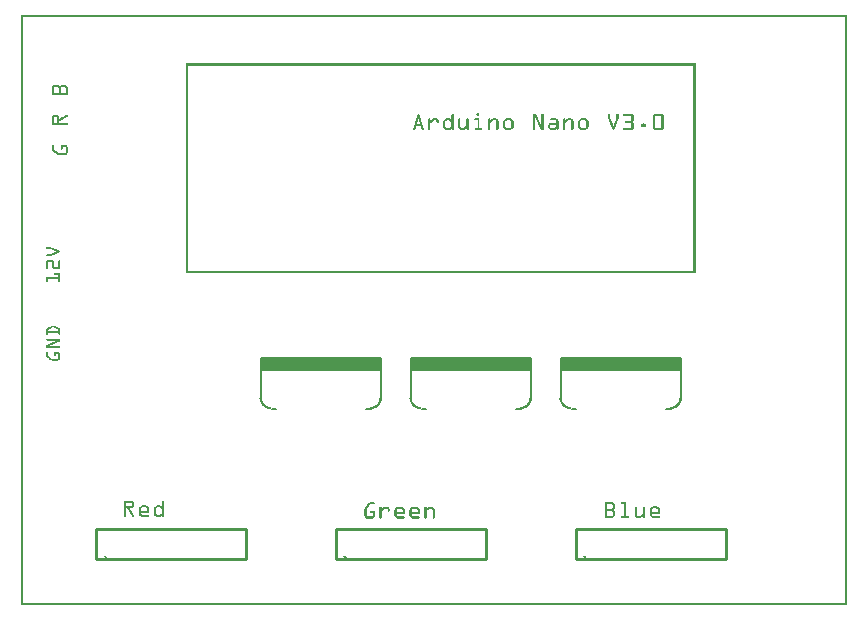
<source format=gto>
G04 MADE WITH FRITZING*
G04 WWW.FRITZING.ORG*
G04 DOUBLE SIDED*
G04 HOLES PLATED*
G04 CONTOUR ON CENTER OF CONTOUR VECTOR*
%ASAXBY*%
%FSLAX23Y23*%
%MOIN*%
%OFA0B0*%
%SFA1.0B1.0*%
%ADD10R,0.400000X0.040000*%
%ADD11C,0.008000*%
%ADD12C,0.010000*%
%ADD13R,0.001000X0.001000*%
%LNSILK1*%
G90*
G70*
G54D10*
X2001Y807D03*
X1501Y807D03*
X1001Y807D03*
G54D11*
X1801Y787D02*
X1801Y692D01*
D02*
X2201Y787D02*
X2201Y692D01*
D02*
X2201Y787D02*
X1801Y787D01*
D02*
X1801Y787D02*
X1801Y827D01*
D02*
X1801Y827D02*
X2201Y827D01*
D02*
X2201Y827D02*
X2201Y787D01*
D02*
X1836Y657D02*
X1851Y657D01*
D02*
X2166Y657D02*
X2151Y657D01*
D02*
X1301Y787D02*
X1301Y692D01*
D02*
X1701Y787D02*
X1701Y692D01*
D02*
X1701Y787D02*
X1301Y787D01*
D02*
X1301Y787D02*
X1301Y827D01*
D02*
X1301Y827D02*
X1701Y827D01*
D02*
X1701Y827D02*
X1701Y787D01*
D02*
X1336Y657D02*
X1351Y657D01*
D02*
X1666Y657D02*
X1651Y657D01*
D02*
X801Y787D02*
X801Y692D01*
D02*
X1201Y787D02*
X1201Y692D01*
D02*
X1201Y787D02*
X801Y787D01*
D02*
X801Y787D02*
X801Y827D01*
D02*
X801Y827D02*
X1201Y827D01*
D02*
X1201Y827D02*
X1201Y787D01*
D02*
X836Y657D02*
X851Y657D01*
D02*
X1166Y657D02*
X1151Y657D01*
G54D12*
D02*
X251Y157D02*
X751Y157D01*
D02*
X751Y157D02*
X751Y257D01*
D02*
X751Y257D02*
X251Y257D01*
D02*
X251Y257D02*
X251Y157D01*
D02*
X1051Y157D02*
X1551Y157D01*
D02*
X1551Y157D02*
X1551Y257D01*
D02*
X1551Y257D02*
X1051Y257D01*
D02*
X1051Y257D02*
X1051Y157D01*
D02*
X1851Y157D02*
X2351Y157D01*
D02*
X2351Y157D02*
X2351Y257D01*
D02*
X2351Y257D02*
X1851Y257D01*
D02*
X1851Y257D02*
X1851Y157D01*
G54D13*
X0Y1969D02*
X2754Y1969D01*
X0Y1968D02*
X2754Y1968D01*
X0Y1967D02*
X2754Y1967D01*
X0Y1966D02*
X2754Y1966D01*
X0Y1965D02*
X2754Y1965D01*
X0Y1964D02*
X2754Y1964D01*
X0Y1963D02*
X2754Y1963D01*
X0Y1962D02*
X2754Y1962D01*
X0Y1961D02*
X7Y1961D01*
X2747Y1961D02*
X2754Y1961D01*
X0Y1960D02*
X7Y1960D01*
X2747Y1960D02*
X2754Y1960D01*
X0Y1959D02*
X7Y1959D01*
X2747Y1959D02*
X2754Y1959D01*
X0Y1958D02*
X7Y1958D01*
X2747Y1958D02*
X2754Y1958D01*
X0Y1957D02*
X7Y1957D01*
X2747Y1957D02*
X2754Y1957D01*
X0Y1956D02*
X7Y1956D01*
X2747Y1956D02*
X2754Y1956D01*
X0Y1955D02*
X7Y1955D01*
X2747Y1955D02*
X2754Y1955D01*
X0Y1954D02*
X7Y1954D01*
X2747Y1954D02*
X2754Y1954D01*
X0Y1953D02*
X7Y1953D01*
X2747Y1953D02*
X2754Y1953D01*
X0Y1952D02*
X7Y1952D01*
X2747Y1952D02*
X2754Y1952D01*
X0Y1951D02*
X7Y1951D01*
X2747Y1951D02*
X2754Y1951D01*
X0Y1950D02*
X7Y1950D01*
X2747Y1950D02*
X2754Y1950D01*
X0Y1949D02*
X7Y1949D01*
X2747Y1949D02*
X2754Y1949D01*
X0Y1948D02*
X7Y1948D01*
X2747Y1948D02*
X2754Y1948D01*
X0Y1947D02*
X7Y1947D01*
X2747Y1947D02*
X2754Y1947D01*
X0Y1946D02*
X7Y1946D01*
X2747Y1946D02*
X2754Y1946D01*
X0Y1945D02*
X7Y1945D01*
X2747Y1945D02*
X2754Y1945D01*
X0Y1944D02*
X7Y1944D01*
X2747Y1944D02*
X2754Y1944D01*
X0Y1943D02*
X7Y1943D01*
X2747Y1943D02*
X2754Y1943D01*
X0Y1942D02*
X7Y1942D01*
X2747Y1942D02*
X2754Y1942D01*
X0Y1941D02*
X7Y1941D01*
X2747Y1941D02*
X2754Y1941D01*
X0Y1940D02*
X7Y1940D01*
X2747Y1940D02*
X2754Y1940D01*
X0Y1939D02*
X7Y1939D01*
X2747Y1939D02*
X2754Y1939D01*
X0Y1938D02*
X7Y1938D01*
X2747Y1938D02*
X2754Y1938D01*
X0Y1937D02*
X7Y1937D01*
X2747Y1937D02*
X2754Y1937D01*
X0Y1936D02*
X7Y1936D01*
X2747Y1936D02*
X2754Y1936D01*
X0Y1935D02*
X7Y1935D01*
X2747Y1935D02*
X2754Y1935D01*
X0Y1934D02*
X7Y1934D01*
X2747Y1934D02*
X2754Y1934D01*
X0Y1933D02*
X7Y1933D01*
X2747Y1933D02*
X2754Y1933D01*
X0Y1932D02*
X7Y1932D01*
X2747Y1932D02*
X2754Y1932D01*
X0Y1931D02*
X7Y1931D01*
X2747Y1931D02*
X2754Y1931D01*
X0Y1930D02*
X7Y1930D01*
X2747Y1930D02*
X2754Y1930D01*
X0Y1929D02*
X7Y1929D01*
X2747Y1929D02*
X2754Y1929D01*
X0Y1928D02*
X7Y1928D01*
X2747Y1928D02*
X2754Y1928D01*
X0Y1927D02*
X7Y1927D01*
X2747Y1927D02*
X2754Y1927D01*
X0Y1926D02*
X7Y1926D01*
X2747Y1926D02*
X2754Y1926D01*
X0Y1925D02*
X7Y1925D01*
X2747Y1925D02*
X2754Y1925D01*
X0Y1924D02*
X7Y1924D01*
X2747Y1924D02*
X2754Y1924D01*
X0Y1923D02*
X7Y1923D01*
X2747Y1923D02*
X2754Y1923D01*
X0Y1922D02*
X7Y1922D01*
X2747Y1922D02*
X2754Y1922D01*
X0Y1921D02*
X7Y1921D01*
X2747Y1921D02*
X2754Y1921D01*
X0Y1920D02*
X7Y1920D01*
X2747Y1920D02*
X2754Y1920D01*
X0Y1919D02*
X7Y1919D01*
X2747Y1919D02*
X2754Y1919D01*
X0Y1918D02*
X7Y1918D01*
X2747Y1918D02*
X2754Y1918D01*
X0Y1917D02*
X7Y1917D01*
X2747Y1917D02*
X2754Y1917D01*
X0Y1916D02*
X7Y1916D01*
X2747Y1916D02*
X2754Y1916D01*
X0Y1915D02*
X7Y1915D01*
X2747Y1915D02*
X2754Y1915D01*
X0Y1914D02*
X7Y1914D01*
X2747Y1914D02*
X2754Y1914D01*
X0Y1913D02*
X7Y1913D01*
X2747Y1913D02*
X2754Y1913D01*
X0Y1912D02*
X7Y1912D01*
X2747Y1912D02*
X2754Y1912D01*
X0Y1911D02*
X7Y1911D01*
X2747Y1911D02*
X2754Y1911D01*
X0Y1910D02*
X7Y1910D01*
X2747Y1910D02*
X2754Y1910D01*
X0Y1909D02*
X7Y1909D01*
X2747Y1909D02*
X2754Y1909D01*
X0Y1908D02*
X7Y1908D01*
X2747Y1908D02*
X2754Y1908D01*
X0Y1907D02*
X7Y1907D01*
X2747Y1907D02*
X2754Y1907D01*
X0Y1906D02*
X7Y1906D01*
X2747Y1906D02*
X2754Y1906D01*
X0Y1905D02*
X7Y1905D01*
X2747Y1905D02*
X2754Y1905D01*
X0Y1904D02*
X7Y1904D01*
X2747Y1904D02*
X2754Y1904D01*
X0Y1903D02*
X7Y1903D01*
X2747Y1903D02*
X2754Y1903D01*
X0Y1902D02*
X7Y1902D01*
X2747Y1902D02*
X2754Y1902D01*
X0Y1901D02*
X7Y1901D01*
X2747Y1901D02*
X2754Y1901D01*
X0Y1900D02*
X7Y1900D01*
X2747Y1900D02*
X2754Y1900D01*
X0Y1899D02*
X7Y1899D01*
X2747Y1899D02*
X2754Y1899D01*
X0Y1898D02*
X7Y1898D01*
X2747Y1898D02*
X2754Y1898D01*
X0Y1897D02*
X7Y1897D01*
X2747Y1897D02*
X2754Y1897D01*
X0Y1896D02*
X7Y1896D01*
X2747Y1896D02*
X2754Y1896D01*
X0Y1895D02*
X7Y1895D01*
X2747Y1895D02*
X2754Y1895D01*
X0Y1894D02*
X7Y1894D01*
X2747Y1894D02*
X2754Y1894D01*
X0Y1893D02*
X7Y1893D01*
X2747Y1893D02*
X2754Y1893D01*
X0Y1892D02*
X7Y1892D01*
X2747Y1892D02*
X2754Y1892D01*
X0Y1891D02*
X7Y1891D01*
X2747Y1891D02*
X2754Y1891D01*
X0Y1890D02*
X7Y1890D01*
X2747Y1890D02*
X2754Y1890D01*
X0Y1889D02*
X7Y1889D01*
X2747Y1889D02*
X2754Y1889D01*
X0Y1888D02*
X7Y1888D01*
X2747Y1888D02*
X2754Y1888D01*
X0Y1887D02*
X7Y1887D01*
X2747Y1887D02*
X2754Y1887D01*
X0Y1886D02*
X7Y1886D01*
X2747Y1886D02*
X2754Y1886D01*
X0Y1885D02*
X7Y1885D01*
X2747Y1885D02*
X2754Y1885D01*
X0Y1884D02*
X7Y1884D01*
X2747Y1884D02*
X2754Y1884D01*
X0Y1883D02*
X7Y1883D01*
X2747Y1883D02*
X2754Y1883D01*
X0Y1882D02*
X7Y1882D01*
X2747Y1882D02*
X2754Y1882D01*
X0Y1881D02*
X7Y1881D01*
X2747Y1881D02*
X2754Y1881D01*
X0Y1880D02*
X7Y1880D01*
X2747Y1880D02*
X2754Y1880D01*
X0Y1879D02*
X7Y1879D01*
X2747Y1879D02*
X2754Y1879D01*
X0Y1878D02*
X7Y1878D01*
X2747Y1878D02*
X2754Y1878D01*
X0Y1877D02*
X7Y1877D01*
X2747Y1877D02*
X2754Y1877D01*
X0Y1876D02*
X7Y1876D01*
X2747Y1876D02*
X2754Y1876D01*
X0Y1875D02*
X7Y1875D01*
X2747Y1875D02*
X2754Y1875D01*
X0Y1874D02*
X7Y1874D01*
X2747Y1874D02*
X2754Y1874D01*
X0Y1873D02*
X7Y1873D01*
X2747Y1873D02*
X2754Y1873D01*
X0Y1872D02*
X7Y1872D01*
X2747Y1872D02*
X2754Y1872D01*
X0Y1871D02*
X7Y1871D01*
X2747Y1871D02*
X2754Y1871D01*
X0Y1870D02*
X7Y1870D01*
X2747Y1870D02*
X2754Y1870D01*
X0Y1869D02*
X7Y1869D01*
X2747Y1869D02*
X2754Y1869D01*
X0Y1868D02*
X7Y1868D01*
X2747Y1868D02*
X2754Y1868D01*
X0Y1867D02*
X7Y1867D01*
X2747Y1867D02*
X2754Y1867D01*
X0Y1866D02*
X7Y1866D01*
X2747Y1866D02*
X2754Y1866D01*
X0Y1865D02*
X7Y1865D01*
X2747Y1865D02*
X2754Y1865D01*
X0Y1864D02*
X7Y1864D01*
X2747Y1864D02*
X2754Y1864D01*
X0Y1863D02*
X7Y1863D01*
X2747Y1863D02*
X2754Y1863D01*
X0Y1862D02*
X7Y1862D01*
X2747Y1862D02*
X2754Y1862D01*
X0Y1861D02*
X7Y1861D01*
X2747Y1861D02*
X2754Y1861D01*
X0Y1860D02*
X7Y1860D01*
X2747Y1860D02*
X2754Y1860D01*
X0Y1859D02*
X7Y1859D01*
X2747Y1859D02*
X2754Y1859D01*
X0Y1858D02*
X7Y1858D01*
X2747Y1858D02*
X2754Y1858D01*
X0Y1857D02*
X7Y1857D01*
X2747Y1857D02*
X2754Y1857D01*
X0Y1856D02*
X7Y1856D01*
X2747Y1856D02*
X2754Y1856D01*
X0Y1855D02*
X7Y1855D01*
X2747Y1855D02*
X2754Y1855D01*
X0Y1854D02*
X7Y1854D01*
X2747Y1854D02*
X2754Y1854D01*
X0Y1853D02*
X7Y1853D01*
X2747Y1853D02*
X2754Y1853D01*
X0Y1852D02*
X7Y1852D01*
X2747Y1852D02*
X2754Y1852D01*
X0Y1851D02*
X7Y1851D01*
X2747Y1851D02*
X2754Y1851D01*
X0Y1850D02*
X7Y1850D01*
X2747Y1850D02*
X2754Y1850D01*
X0Y1849D02*
X7Y1849D01*
X2747Y1849D02*
X2754Y1849D01*
X0Y1848D02*
X7Y1848D01*
X2747Y1848D02*
X2754Y1848D01*
X0Y1847D02*
X7Y1847D01*
X2747Y1847D02*
X2754Y1847D01*
X0Y1846D02*
X7Y1846D01*
X2747Y1846D02*
X2754Y1846D01*
X0Y1845D02*
X7Y1845D01*
X2747Y1845D02*
X2754Y1845D01*
X0Y1844D02*
X7Y1844D01*
X2747Y1844D02*
X2754Y1844D01*
X0Y1843D02*
X7Y1843D01*
X2747Y1843D02*
X2754Y1843D01*
X0Y1842D02*
X7Y1842D01*
X2747Y1842D02*
X2754Y1842D01*
X0Y1841D02*
X7Y1841D01*
X2747Y1841D02*
X2754Y1841D01*
X0Y1840D02*
X7Y1840D01*
X2747Y1840D02*
X2754Y1840D01*
X0Y1839D02*
X7Y1839D01*
X2747Y1839D02*
X2754Y1839D01*
X0Y1838D02*
X7Y1838D01*
X2747Y1838D02*
X2754Y1838D01*
X0Y1837D02*
X7Y1837D01*
X2747Y1837D02*
X2754Y1837D01*
X0Y1836D02*
X7Y1836D01*
X2747Y1836D02*
X2754Y1836D01*
X0Y1835D02*
X7Y1835D01*
X2747Y1835D02*
X2754Y1835D01*
X0Y1834D02*
X7Y1834D01*
X2747Y1834D02*
X2754Y1834D01*
X0Y1833D02*
X7Y1833D01*
X2747Y1833D02*
X2754Y1833D01*
X0Y1832D02*
X7Y1832D01*
X2747Y1832D02*
X2754Y1832D01*
X0Y1831D02*
X7Y1831D01*
X2747Y1831D02*
X2754Y1831D01*
X0Y1830D02*
X7Y1830D01*
X2747Y1830D02*
X2754Y1830D01*
X0Y1829D02*
X7Y1829D01*
X2747Y1829D02*
X2754Y1829D01*
X0Y1828D02*
X7Y1828D01*
X2747Y1828D02*
X2754Y1828D01*
X0Y1827D02*
X7Y1827D01*
X2747Y1827D02*
X2754Y1827D01*
X0Y1826D02*
X7Y1826D01*
X2747Y1826D02*
X2754Y1826D01*
X0Y1825D02*
X7Y1825D01*
X2747Y1825D02*
X2754Y1825D01*
X0Y1824D02*
X7Y1824D01*
X2747Y1824D02*
X2754Y1824D01*
X0Y1823D02*
X7Y1823D01*
X2747Y1823D02*
X2754Y1823D01*
X0Y1822D02*
X7Y1822D01*
X2747Y1822D02*
X2754Y1822D01*
X0Y1821D02*
X7Y1821D01*
X2747Y1821D02*
X2754Y1821D01*
X0Y1820D02*
X7Y1820D01*
X2747Y1820D02*
X2754Y1820D01*
X0Y1819D02*
X7Y1819D01*
X2747Y1819D02*
X2754Y1819D01*
X0Y1818D02*
X7Y1818D01*
X2747Y1818D02*
X2754Y1818D01*
X0Y1817D02*
X7Y1817D01*
X2747Y1817D02*
X2754Y1817D01*
X0Y1816D02*
X7Y1816D01*
X2747Y1816D02*
X2754Y1816D01*
X0Y1815D02*
X7Y1815D01*
X2747Y1815D02*
X2754Y1815D01*
X0Y1814D02*
X7Y1814D01*
X2747Y1814D02*
X2754Y1814D01*
X0Y1813D02*
X7Y1813D01*
X2747Y1813D02*
X2754Y1813D01*
X0Y1812D02*
X7Y1812D01*
X2747Y1812D02*
X2754Y1812D01*
X0Y1811D02*
X7Y1811D01*
X2747Y1811D02*
X2754Y1811D01*
X0Y1810D02*
X7Y1810D01*
X2747Y1810D02*
X2754Y1810D01*
X0Y1809D02*
X7Y1809D01*
X2747Y1809D02*
X2754Y1809D01*
X0Y1808D02*
X7Y1808D01*
X550Y1808D02*
X2249Y1808D01*
X2747Y1808D02*
X2754Y1808D01*
X0Y1807D02*
X7Y1807D01*
X550Y1807D02*
X2249Y1807D01*
X2747Y1807D02*
X2754Y1807D01*
X0Y1806D02*
X7Y1806D01*
X550Y1806D02*
X2249Y1806D01*
X2747Y1806D02*
X2754Y1806D01*
X0Y1805D02*
X7Y1805D01*
X550Y1805D02*
X2249Y1805D01*
X2747Y1805D02*
X2754Y1805D01*
X0Y1804D02*
X7Y1804D01*
X550Y1804D02*
X2249Y1804D01*
X2747Y1804D02*
X2754Y1804D01*
X0Y1803D02*
X7Y1803D01*
X550Y1803D02*
X2249Y1803D01*
X2747Y1803D02*
X2754Y1803D01*
X0Y1802D02*
X7Y1802D01*
X550Y1802D02*
X2249Y1802D01*
X2747Y1802D02*
X2754Y1802D01*
X0Y1801D02*
X7Y1801D01*
X550Y1801D02*
X2249Y1801D01*
X2747Y1801D02*
X2754Y1801D01*
X0Y1800D02*
X7Y1800D01*
X550Y1800D02*
X557Y1800D01*
X2242Y1800D02*
X2249Y1800D01*
X2747Y1800D02*
X2754Y1800D01*
X0Y1799D02*
X7Y1799D01*
X550Y1799D02*
X557Y1799D01*
X2242Y1799D02*
X2249Y1799D01*
X2747Y1799D02*
X2754Y1799D01*
X0Y1798D02*
X7Y1798D01*
X550Y1798D02*
X557Y1798D01*
X2242Y1798D02*
X2249Y1798D01*
X2747Y1798D02*
X2754Y1798D01*
X0Y1797D02*
X7Y1797D01*
X550Y1797D02*
X557Y1797D01*
X2242Y1797D02*
X2249Y1797D01*
X2747Y1797D02*
X2754Y1797D01*
X0Y1796D02*
X7Y1796D01*
X550Y1796D02*
X557Y1796D01*
X2242Y1796D02*
X2249Y1796D01*
X2747Y1796D02*
X2754Y1796D01*
X0Y1795D02*
X7Y1795D01*
X550Y1795D02*
X557Y1795D01*
X2242Y1795D02*
X2249Y1795D01*
X2747Y1795D02*
X2754Y1795D01*
X0Y1794D02*
X7Y1794D01*
X550Y1794D02*
X557Y1794D01*
X2242Y1794D02*
X2249Y1794D01*
X2747Y1794D02*
X2754Y1794D01*
X0Y1793D02*
X7Y1793D01*
X550Y1793D02*
X557Y1793D01*
X2242Y1793D02*
X2249Y1793D01*
X2747Y1793D02*
X2754Y1793D01*
X0Y1792D02*
X7Y1792D01*
X550Y1792D02*
X557Y1792D01*
X2242Y1792D02*
X2249Y1792D01*
X2747Y1792D02*
X2754Y1792D01*
X0Y1791D02*
X7Y1791D01*
X550Y1791D02*
X557Y1791D01*
X2242Y1791D02*
X2249Y1791D01*
X2747Y1791D02*
X2754Y1791D01*
X0Y1790D02*
X7Y1790D01*
X550Y1790D02*
X557Y1790D01*
X2242Y1790D02*
X2249Y1790D01*
X2747Y1790D02*
X2754Y1790D01*
X0Y1789D02*
X7Y1789D01*
X550Y1789D02*
X557Y1789D01*
X2242Y1789D02*
X2249Y1789D01*
X2747Y1789D02*
X2754Y1789D01*
X0Y1788D02*
X7Y1788D01*
X550Y1788D02*
X557Y1788D01*
X2242Y1788D02*
X2249Y1788D01*
X2747Y1788D02*
X2754Y1788D01*
X0Y1787D02*
X7Y1787D01*
X550Y1787D02*
X557Y1787D01*
X2242Y1787D02*
X2249Y1787D01*
X2747Y1787D02*
X2754Y1787D01*
X0Y1786D02*
X7Y1786D01*
X550Y1786D02*
X557Y1786D01*
X2242Y1786D02*
X2249Y1786D01*
X2747Y1786D02*
X2754Y1786D01*
X0Y1785D02*
X7Y1785D01*
X550Y1785D02*
X557Y1785D01*
X2242Y1785D02*
X2249Y1785D01*
X2747Y1785D02*
X2754Y1785D01*
X0Y1784D02*
X7Y1784D01*
X550Y1784D02*
X557Y1784D01*
X2242Y1784D02*
X2249Y1784D01*
X2747Y1784D02*
X2754Y1784D01*
X0Y1783D02*
X7Y1783D01*
X550Y1783D02*
X557Y1783D01*
X2242Y1783D02*
X2249Y1783D01*
X2747Y1783D02*
X2754Y1783D01*
X0Y1782D02*
X7Y1782D01*
X550Y1782D02*
X557Y1782D01*
X2242Y1782D02*
X2249Y1782D01*
X2747Y1782D02*
X2754Y1782D01*
X0Y1781D02*
X7Y1781D01*
X550Y1781D02*
X557Y1781D01*
X2242Y1781D02*
X2249Y1781D01*
X2747Y1781D02*
X2754Y1781D01*
X0Y1780D02*
X7Y1780D01*
X550Y1780D02*
X557Y1780D01*
X2242Y1780D02*
X2249Y1780D01*
X2747Y1780D02*
X2754Y1780D01*
X0Y1779D02*
X7Y1779D01*
X550Y1779D02*
X557Y1779D01*
X2242Y1779D02*
X2249Y1779D01*
X2747Y1779D02*
X2754Y1779D01*
X0Y1778D02*
X7Y1778D01*
X550Y1778D02*
X557Y1778D01*
X2242Y1778D02*
X2249Y1778D01*
X2747Y1778D02*
X2754Y1778D01*
X0Y1777D02*
X7Y1777D01*
X550Y1777D02*
X557Y1777D01*
X2242Y1777D02*
X2249Y1777D01*
X2747Y1777D02*
X2754Y1777D01*
X0Y1776D02*
X7Y1776D01*
X550Y1776D02*
X557Y1776D01*
X2242Y1776D02*
X2249Y1776D01*
X2747Y1776D02*
X2754Y1776D01*
X0Y1775D02*
X7Y1775D01*
X550Y1775D02*
X557Y1775D01*
X2242Y1775D02*
X2249Y1775D01*
X2747Y1775D02*
X2754Y1775D01*
X0Y1774D02*
X7Y1774D01*
X550Y1774D02*
X557Y1774D01*
X2242Y1774D02*
X2249Y1774D01*
X2747Y1774D02*
X2754Y1774D01*
X0Y1773D02*
X7Y1773D01*
X550Y1773D02*
X557Y1773D01*
X2242Y1773D02*
X2249Y1773D01*
X2747Y1773D02*
X2754Y1773D01*
X0Y1772D02*
X7Y1772D01*
X550Y1772D02*
X557Y1772D01*
X2242Y1772D02*
X2249Y1772D01*
X2747Y1772D02*
X2754Y1772D01*
X0Y1771D02*
X7Y1771D01*
X550Y1771D02*
X557Y1771D01*
X2242Y1771D02*
X2249Y1771D01*
X2747Y1771D02*
X2754Y1771D01*
X0Y1770D02*
X7Y1770D01*
X550Y1770D02*
X557Y1770D01*
X2242Y1770D02*
X2249Y1770D01*
X2747Y1770D02*
X2754Y1770D01*
X0Y1769D02*
X7Y1769D01*
X550Y1769D02*
X557Y1769D01*
X2242Y1769D02*
X2249Y1769D01*
X2747Y1769D02*
X2754Y1769D01*
X0Y1768D02*
X7Y1768D01*
X550Y1768D02*
X557Y1768D01*
X2242Y1768D02*
X2249Y1768D01*
X2747Y1768D02*
X2754Y1768D01*
X0Y1767D02*
X7Y1767D01*
X550Y1767D02*
X557Y1767D01*
X2242Y1767D02*
X2249Y1767D01*
X2747Y1767D02*
X2754Y1767D01*
X0Y1766D02*
X7Y1766D01*
X550Y1766D02*
X557Y1766D01*
X2242Y1766D02*
X2249Y1766D01*
X2747Y1766D02*
X2754Y1766D01*
X0Y1765D02*
X7Y1765D01*
X550Y1765D02*
X557Y1765D01*
X2242Y1765D02*
X2249Y1765D01*
X2747Y1765D02*
X2754Y1765D01*
X0Y1764D02*
X7Y1764D01*
X550Y1764D02*
X557Y1764D01*
X2242Y1764D02*
X2249Y1764D01*
X2747Y1764D02*
X2754Y1764D01*
X0Y1763D02*
X7Y1763D01*
X550Y1763D02*
X557Y1763D01*
X2242Y1763D02*
X2249Y1763D01*
X2747Y1763D02*
X2754Y1763D01*
X0Y1762D02*
X7Y1762D01*
X550Y1762D02*
X557Y1762D01*
X2242Y1762D02*
X2249Y1762D01*
X2747Y1762D02*
X2754Y1762D01*
X0Y1761D02*
X7Y1761D01*
X550Y1761D02*
X557Y1761D01*
X2242Y1761D02*
X2249Y1761D01*
X2747Y1761D02*
X2754Y1761D01*
X0Y1760D02*
X7Y1760D01*
X550Y1760D02*
X557Y1760D01*
X2242Y1760D02*
X2249Y1760D01*
X2747Y1760D02*
X2754Y1760D01*
X0Y1759D02*
X7Y1759D01*
X550Y1759D02*
X557Y1759D01*
X2242Y1759D02*
X2249Y1759D01*
X2747Y1759D02*
X2754Y1759D01*
X0Y1758D02*
X7Y1758D01*
X550Y1758D02*
X557Y1758D01*
X2242Y1758D02*
X2249Y1758D01*
X2747Y1758D02*
X2754Y1758D01*
X0Y1757D02*
X7Y1757D01*
X550Y1757D02*
X557Y1757D01*
X2242Y1757D02*
X2249Y1757D01*
X2747Y1757D02*
X2754Y1757D01*
X0Y1756D02*
X7Y1756D01*
X550Y1756D02*
X557Y1756D01*
X2242Y1756D02*
X2249Y1756D01*
X2747Y1756D02*
X2754Y1756D01*
X0Y1755D02*
X7Y1755D01*
X550Y1755D02*
X557Y1755D01*
X2242Y1755D02*
X2249Y1755D01*
X2747Y1755D02*
X2754Y1755D01*
X0Y1754D02*
X7Y1754D01*
X550Y1754D02*
X557Y1754D01*
X2242Y1754D02*
X2249Y1754D01*
X2747Y1754D02*
X2754Y1754D01*
X0Y1753D02*
X7Y1753D01*
X550Y1753D02*
X557Y1753D01*
X2242Y1753D02*
X2249Y1753D01*
X2747Y1753D02*
X2754Y1753D01*
X0Y1752D02*
X7Y1752D01*
X550Y1752D02*
X557Y1752D01*
X2242Y1752D02*
X2249Y1752D01*
X2747Y1752D02*
X2754Y1752D01*
X0Y1751D02*
X7Y1751D01*
X550Y1751D02*
X557Y1751D01*
X2242Y1751D02*
X2249Y1751D01*
X2747Y1751D02*
X2754Y1751D01*
X0Y1750D02*
X7Y1750D01*
X550Y1750D02*
X557Y1750D01*
X2242Y1750D02*
X2249Y1750D01*
X2747Y1750D02*
X2754Y1750D01*
X0Y1749D02*
X7Y1749D01*
X550Y1749D02*
X557Y1749D01*
X2242Y1749D02*
X2249Y1749D01*
X2747Y1749D02*
X2754Y1749D01*
X0Y1748D02*
X7Y1748D01*
X550Y1748D02*
X557Y1748D01*
X2242Y1748D02*
X2249Y1748D01*
X2747Y1748D02*
X2754Y1748D01*
X0Y1747D02*
X7Y1747D01*
X550Y1747D02*
X557Y1747D01*
X2242Y1747D02*
X2249Y1747D01*
X2747Y1747D02*
X2754Y1747D01*
X0Y1746D02*
X7Y1746D01*
X550Y1746D02*
X557Y1746D01*
X2242Y1746D02*
X2249Y1746D01*
X2747Y1746D02*
X2754Y1746D01*
X0Y1745D02*
X7Y1745D01*
X550Y1745D02*
X557Y1745D01*
X2242Y1745D02*
X2249Y1745D01*
X2747Y1745D02*
X2754Y1745D01*
X0Y1744D02*
X7Y1744D01*
X550Y1744D02*
X557Y1744D01*
X2242Y1744D02*
X2249Y1744D01*
X2747Y1744D02*
X2754Y1744D01*
X0Y1743D02*
X7Y1743D01*
X550Y1743D02*
X557Y1743D01*
X2242Y1743D02*
X2249Y1743D01*
X2747Y1743D02*
X2754Y1743D01*
X0Y1742D02*
X7Y1742D01*
X550Y1742D02*
X557Y1742D01*
X2242Y1742D02*
X2249Y1742D01*
X2747Y1742D02*
X2754Y1742D01*
X0Y1741D02*
X7Y1741D01*
X550Y1741D02*
X557Y1741D01*
X2242Y1741D02*
X2249Y1741D01*
X2747Y1741D02*
X2754Y1741D01*
X0Y1740D02*
X7Y1740D01*
X550Y1740D02*
X557Y1740D01*
X2242Y1740D02*
X2249Y1740D01*
X2747Y1740D02*
X2754Y1740D01*
X0Y1739D02*
X7Y1739D01*
X550Y1739D02*
X557Y1739D01*
X2242Y1739D02*
X2249Y1739D01*
X2747Y1739D02*
X2754Y1739D01*
X0Y1738D02*
X7Y1738D01*
X550Y1738D02*
X557Y1738D01*
X2242Y1738D02*
X2249Y1738D01*
X2747Y1738D02*
X2754Y1738D01*
X0Y1737D02*
X7Y1737D01*
X550Y1737D02*
X557Y1737D01*
X2242Y1737D02*
X2249Y1737D01*
X2747Y1737D02*
X2754Y1737D01*
X0Y1736D02*
X7Y1736D01*
X113Y1736D02*
X123Y1736D01*
X137Y1736D02*
X147Y1736D01*
X550Y1736D02*
X557Y1736D01*
X2242Y1736D02*
X2249Y1736D01*
X2747Y1736D02*
X2754Y1736D01*
X0Y1735D02*
X7Y1735D01*
X111Y1735D02*
X126Y1735D01*
X134Y1735D02*
X149Y1735D01*
X550Y1735D02*
X557Y1735D01*
X2242Y1735D02*
X2249Y1735D01*
X2747Y1735D02*
X2754Y1735D01*
X0Y1734D02*
X7Y1734D01*
X109Y1734D02*
X127Y1734D01*
X133Y1734D02*
X151Y1734D01*
X550Y1734D02*
X557Y1734D01*
X2242Y1734D02*
X2249Y1734D01*
X2747Y1734D02*
X2754Y1734D01*
X0Y1733D02*
X7Y1733D01*
X108Y1733D02*
X128Y1733D01*
X132Y1733D02*
X152Y1733D01*
X550Y1733D02*
X557Y1733D01*
X2242Y1733D02*
X2249Y1733D01*
X2747Y1733D02*
X2754Y1733D01*
X0Y1732D02*
X7Y1732D01*
X107Y1732D02*
X153Y1732D01*
X550Y1732D02*
X557Y1732D01*
X2242Y1732D02*
X2249Y1732D01*
X2747Y1732D02*
X2754Y1732D01*
X0Y1731D02*
X7Y1731D01*
X106Y1731D02*
X154Y1731D01*
X550Y1731D02*
X557Y1731D01*
X2242Y1731D02*
X2249Y1731D01*
X2747Y1731D02*
X2754Y1731D01*
X0Y1730D02*
X7Y1730D01*
X106Y1730D02*
X154Y1730D01*
X550Y1730D02*
X557Y1730D01*
X2242Y1730D02*
X2249Y1730D01*
X2747Y1730D02*
X2754Y1730D01*
X0Y1729D02*
X7Y1729D01*
X105Y1729D02*
X113Y1729D01*
X123Y1729D02*
X137Y1729D01*
X146Y1729D02*
X155Y1729D01*
X550Y1729D02*
X557Y1729D01*
X2242Y1729D02*
X2249Y1729D01*
X2747Y1729D02*
X2754Y1729D01*
X0Y1728D02*
X7Y1728D01*
X104Y1728D02*
X112Y1728D01*
X124Y1728D02*
X135Y1728D01*
X148Y1728D02*
X155Y1728D01*
X550Y1728D02*
X557Y1728D01*
X2242Y1728D02*
X2249Y1728D01*
X2747Y1728D02*
X2754Y1728D01*
X0Y1727D02*
X7Y1727D01*
X104Y1727D02*
X111Y1727D01*
X125Y1727D02*
X134Y1727D01*
X149Y1727D02*
X156Y1727D01*
X550Y1727D02*
X557Y1727D01*
X2242Y1727D02*
X2249Y1727D01*
X2747Y1727D02*
X2754Y1727D01*
X0Y1726D02*
X7Y1726D01*
X104Y1726D02*
X110Y1726D01*
X126Y1726D02*
X134Y1726D01*
X150Y1726D02*
X156Y1726D01*
X550Y1726D02*
X557Y1726D01*
X2242Y1726D02*
X2249Y1726D01*
X2747Y1726D02*
X2754Y1726D01*
X0Y1725D02*
X7Y1725D01*
X104Y1725D02*
X110Y1725D01*
X126Y1725D02*
X133Y1725D01*
X150Y1725D02*
X156Y1725D01*
X550Y1725D02*
X557Y1725D01*
X2242Y1725D02*
X2249Y1725D01*
X2747Y1725D02*
X2754Y1725D01*
X0Y1724D02*
X7Y1724D01*
X103Y1724D02*
X110Y1724D01*
X127Y1724D02*
X133Y1724D01*
X150Y1724D02*
X156Y1724D01*
X550Y1724D02*
X557Y1724D01*
X2242Y1724D02*
X2249Y1724D01*
X2747Y1724D02*
X2754Y1724D01*
X0Y1723D02*
X7Y1723D01*
X103Y1723D02*
X109Y1723D01*
X127Y1723D02*
X133Y1723D01*
X150Y1723D02*
X156Y1723D01*
X550Y1723D02*
X557Y1723D01*
X2242Y1723D02*
X2249Y1723D01*
X2747Y1723D02*
X2754Y1723D01*
X0Y1722D02*
X7Y1722D01*
X103Y1722D02*
X109Y1722D01*
X127Y1722D02*
X133Y1722D01*
X151Y1722D02*
X157Y1722D01*
X550Y1722D02*
X557Y1722D01*
X2242Y1722D02*
X2249Y1722D01*
X2747Y1722D02*
X2754Y1722D01*
X0Y1721D02*
X7Y1721D01*
X103Y1721D02*
X109Y1721D01*
X127Y1721D02*
X133Y1721D01*
X151Y1721D02*
X157Y1721D01*
X550Y1721D02*
X557Y1721D01*
X2242Y1721D02*
X2249Y1721D01*
X2747Y1721D02*
X2754Y1721D01*
X0Y1720D02*
X7Y1720D01*
X103Y1720D02*
X109Y1720D01*
X127Y1720D02*
X133Y1720D01*
X151Y1720D02*
X157Y1720D01*
X550Y1720D02*
X557Y1720D01*
X2242Y1720D02*
X2249Y1720D01*
X2747Y1720D02*
X2754Y1720D01*
X0Y1719D02*
X7Y1719D01*
X103Y1719D02*
X109Y1719D01*
X127Y1719D02*
X133Y1719D01*
X151Y1719D02*
X157Y1719D01*
X550Y1719D02*
X557Y1719D01*
X2242Y1719D02*
X2249Y1719D01*
X2747Y1719D02*
X2754Y1719D01*
X0Y1718D02*
X7Y1718D01*
X103Y1718D02*
X109Y1718D01*
X127Y1718D02*
X133Y1718D01*
X151Y1718D02*
X157Y1718D01*
X550Y1718D02*
X557Y1718D01*
X2242Y1718D02*
X2249Y1718D01*
X2747Y1718D02*
X2754Y1718D01*
X0Y1717D02*
X7Y1717D01*
X103Y1717D02*
X109Y1717D01*
X127Y1717D02*
X133Y1717D01*
X151Y1717D02*
X157Y1717D01*
X550Y1717D02*
X557Y1717D01*
X2242Y1717D02*
X2249Y1717D01*
X2747Y1717D02*
X2754Y1717D01*
X0Y1716D02*
X7Y1716D01*
X103Y1716D02*
X109Y1716D01*
X127Y1716D02*
X133Y1716D01*
X151Y1716D02*
X157Y1716D01*
X550Y1716D02*
X557Y1716D01*
X2242Y1716D02*
X2249Y1716D01*
X2747Y1716D02*
X2754Y1716D01*
X0Y1715D02*
X7Y1715D01*
X103Y1715D02*
X109Y1715D01*
X127Y1715D02*
X133Y1715D01*
X151Y1715D02*
X157Y1715D01*
X550Y1715D02*
X557Y1715D01*
X2242Y1715D02*
X2249Y1715D01*
X2747Y1715D02*
X2754Y1715D01*
X0Y1714D02*
X7Y1714D01*
X103Y1714D02*
X109Y1714D01*
X127Y1714D02*
X133Y1714D01*
X151Y1714D02*
X157Y1714D01*
X550Y1714D02*
X557Y1714D01*
X2242Y1714D02*
X2249Y1714D01*
X2747Y1714D02*
X2754Y1714D01*
X0Y1713D02*
X7Y1713D01*
X103Y1713D02*
X109Y1713D01*
X127Y1713D02*
X133Y1713D01*
X151Y1713D02*
X157Y1713D01*
X550Y1713D02*
X557Y1713D01*
X2242Y1713D02*
X2249Y1713D01*
X2747Y1713D02*
X2754Y1713D01*
X0Y1712D02*
X7Y1712D01*
X103Y1712D02*
X109Y1712D01*
X127Y1712D02*
X133Y1712D01*
X151Y1712D02*
X157Y1712D01*
X550Y1712D02*
X557Y1712D01*
X2242Y1712D02*
X2249Y1712D01*
X2747Y1712D02*
X2754Y1712D01*
X0Y1711D02*
X7Y1711D01*
X103Y1711D02*
X109Y1711D01*
X127Y1711D02*
X133Y1711D01*
X151Y1711D02*
X157Y1711D01*
X550Y1711D02*
X557Y1711D01*
X2242Y1711D02*
X2249Y1711D01*
X2747Y1711D02*
X2754Y1711D01*
X0Y1710D02*
X7Y1710D01*
X103Y1710D02*
X109Y1710D01*
X127Y1710D02*
X133Y1710D01*
X151Y1710D02*
X157Y1710D01*
X550Y1710D02*
X557Y1710D01*
X2242Y1710D02*
X2249Y1710D01*
X2747Y1710D02*
X2754Y1710D01*
X0Y1709D02*
X7Y1709D01*
X103Y1709D02*
X157Y1709D01*
X550Y1709D02*
X557Y1709D01*
X2242Y1709D02*
X2249Y1709D01*
X2747Y1709D02*
X2754Y1709D01*
X0Y1708D02*
X7Y1708D01*
X103Y1708D02*
X157Y1708D01*
X550Y1708D02*
X557Y1708D01*
X2242Y1708D02*
X2249Y1708D01*
X2747Y1708D02*
X2754Y1708D01*
X0Y1707D02*
X7Y1707D01*
X103Y1707D02*
X157Y1707D01*
X550Y1707D02*
X557Y1707D01*
X2242Y1707D02*
X2249Y1707D01*
X2747Y1707D02*
X2754Y1707D01*
X0Y1706D02*
X7Y1706D01*
X103Y1706D02*
X157Y1706D01*
X550Y1706D02*
X557Y1706D01*
X2242Y1706D02*
X2249Y1706D01*
X2747Y1706D02*
X2754Y1706D01*
X0Y1705D02*
X7Y1705D01*
X103Y1705D02*
X157Y1705D01*
X550Y1705D02*
X557Y1705D01*
X2242Y1705D02*
X2249Y1705D01*
X2747Y1705D02*
X2754Y1705D01*
X0Y1704D02*
X7Y1704D01*
X103Y1704D02*
X157Y1704D01*
X550Y1704D02*
X557Y1704D01*
X2242Y1704D02*
X2249Y1704D01*
X2747Y1704D02*
X2754Y1704D01*
X0Y1703D02*
X7Y1703D01*
X103Y1703D02*
X157Y1703D01*
X550Y1703D02*
X557Y1703D01*
X2242Y1703D02*
X2249Y1703D01*
X2747Y1703D02*
X2754Y1703D01*
X0Y1702D02*
X7Y1702D01*
X550Y1702D02*
X557Y1702D01*
X2242Y1702D02*
X2249Y1702D01*
X2747Y1702D02*
X2754Y1702D01*
X0Y1701D02*
X7Y1701D01*
X550Y1701D02*
X557Y1701D01*
X2242Y1701D02*
X2249Y1701D01*
X2747Y1701D02*
X2754Y1701D01*
X0Y1700D02*
X7Y1700D01*
X550Y1700D02*
X557Y1700D01*
X2242Y1700D02*
X2249Y1700D01*
X2747Y1700D02*
X2754Y1700D01*
X0Y1699D02*
X7Y1699D01*
X550Y1699D02*
X557Y1699D01*
X2242Y1699D02*
X2249Y1699D01*
X2747Y1699D02*
X2754Y1699D01*
X0Y1698D02*
X7Y1698D01*
X550Y1698D02*
X557Y1698D01*
X2242Y1698D02*
X2249Y1698D01*
X2747Y1698D02*
X2754Y1698D01*
X0Y1697D02*
X7Y1697D01*
X550Y1697D02*
X557Y1697D01*
X2242Y1697D02*
X2249Y1697D01*
X2747Y1697D02*
X2754Y1697D01*
X0Y1696D02*
X7Y1696D01*
X550Y1696D02*
X557Y1696D01*
X2242Y1696D02*
X2249Y1696D01*
X2747Y1696D02*
X2754Y1696D01*
X0Y1695D02*
X7Y1695D01*
X550Y1695D02*
X557Y1695D01*
X2242Y1695D02*
X2249Y1695D01*
X2747Y1695D02*
X2754Y1695D01*
X0Y1694D02*
X7Y1694D01*
X550Y1694D02*
X557Y1694D01*
X2242Y1694D02*
X2249Y1694D01*
X2747Y1694D02*
X2754Y1694D01*
X0Y1693D02*
X7Y1693D01*
X550Y1693D02*
X557Y1693D01*
X2242Y1693D02*
X2249Y1693D01*
X2747Y1693D02*
X2754Y1693D01*
X0Y1692D02*
X7Y1692D01*
X550Y1692D02*
X557Y1692D01*
X2242Y1692D02*
X2249Y1692D01*
X2747Y1692D02*
X2754Y1692D01*
X0Y1691D02*
X7Y1691D01*
X550Y1691D02*
X557Y1691D01*
X2242Y1691D02*
X2249Y1691D01*
X2747Y1691D02*
X2754Y1691D01*
X0Y1690D02*
X7Y1690D01*
X550Y1690D02*
X557Y1690D01*
X2242Y1690D02*
X2249Y1690D01*
X2747Y1690D02*
X2754Y1690D01*
X0Y1689D02*
X7Y1689D01*
X550Y1689D02*
X557Y1689D01*
X2242Y1689D02*
X2249Y1689D01*
X2747Y1689D02*
X2754Y1689D01*
X0Y1688D02*
X7Y1688D01*
X550Y1688D02*
X557Y1688D01*
X2242Y1688D02*
X2249Y1688D01*
X2747Y1688D02*
X2754Y1688D01*
X0Y1687D02*
X7Y1687D01*
X550Y1687D02*
X557Y1687D01*
X2242Y1687D02*
X2249Y1687D01*
X2747Y1687D02*
X2754Y1687D01*
X0Y1686D02*
X7Y1686D01*
X550Y1686D02*
X557Y1686D01*
X2242Y1686D02*
X2249Y1686D01*
X2747Y1686D02*
X2754Y1686D01*
X0Y1685D02*
X7Y1685D01*
X550Y1685D02*
X557Y1685D01*
X2242Y1685D02*
X2249Y1685D01*
X2747Y1685D02*
X2754Y1685D01*
X0Y1684D02*
X7Y1684D01*
X550Y1684D02*
X557Y1684D01*
X2242Y1684D02*
X2249Y1684D01*
X2747Y1684D02*
X2754Y1684D01*
X0Y1683D02*
X7Y1683D01*
X550Y1683D02*
X557Y1683D01*
X2242Y1683D02*
X2249Y1683D01*
X2747Y1683D02*
X2754Y1683D01*
X0Y1682D02*
X7Y1682D01*
X550Y1682D02*
X557Y1682D01*
X2242Y1682D02*
X2249Y1682D01*
X2747Y1682D02*
X2754Y1682D01*
X0Y1681D02*
X7Y1681D01*
X550Y1681D02*
X557Y1681D01*
X2242Y1681D02*
X2249Y1681D01*
X2747Y1681D02*
X2754Y1681D01*
X0Y1680D02*
X7Y1680D01*
X550Y1680D02*
X557Y1680D01*
X2242Y1680D02*
X2249Y1680D01*
X2747Y1680D02*
X2754Y1680D01*
X0Y1679D02*
X7Y1679D01*
X550Y1679D02*
X557Y1679D01*
X2242Y1679D02*
X2249Y1679D01*
X2747Y1679D02*
X2754Y1679D01*
X0Y1678D02*
X7Y1678D01*
X550Y1678D02*
X557Y1678D01*
X2242Y1678D02*
X2249Y1678D01*
X2747Y1678D02*
X2754Y1678D01*
X0Y1677D02*
X7Y1677D01*
X550Y1677D02*
X557Y1677D01*
X2242Y1677D02*
X2249Y1677D01*
X2747Y1677D02*
X2754Y1677D01*
X0Y1676D02*
X7Y1676D01*
X550Y1676D02*
X557Y1676D01*
X2242Y1676D02*
X2249Y1676D01*
X2747Y1676D02*
X2754Y1676D01*
X0Y1675D02*
X7Y1675D01*
X550Y1675D02*
X557Y1675D01*
X2242Y1675D02*
X2249Y1675D01*
X2747Y1675D02*
X2754Y1675D01*
X0Y1674D02*
X7Y1674D01*
X550Y1674D02*
X557Y1674D01*
X2242Y1674D02*
X2249Y1674D01*
X2747Y1674D02*
X2754Y1674D01*
X0Y1673D02*
X7Y1673D01*
X550Y1673D02*
X557Y1673D01*
X2242Y1673D02*
X2249Y1673D01*
X2747Y1673D02*
X2754Y1673D01*
X0Y1672D02*
X7Y1672D01*
X550Y1672D02*
X557Y1672D01*
X2242Y1672D02*
X2249Y1672D01*
X2747Y1672D02*
X2754Y1672D01*
X0Y1671D02*
X7Y1671D01*
X550Y1671D02*
X557Y1671D01*
X2242Y1671D02*
X2249Y1671D01*
X2747Y1671D02*
X2754Y1671D01*
X0Y1670D02*
X7Y1670D01*
X550Y1670D02*
X557Y1670D01*
X2242Y1670D02*
X2249Y1670D01*
X2747Y1670D02*
X2754Y1670D01*
X0Y1669D02*
X7Y1669D01*
X550Y1669D02*
X557Y1669D01*
X2242Y1669D02*
X2249Y1669D01*
X2747Y1669D02*
X2754Y1669D01*
X0Y1668D02*
X7Y1668D01*
X550Y1668D02*
X557Y1668D01*
X2242Y1668D02*
X2249Y1668D01*
X2747Y1668D02*
X2754Y1668D01*
X0Y1667D02*
X7Y1667D01*
X550Y1667D02*
X557Y1667D01*
X2242Y1667D02*
X2249Y1667D01*
X2747Y1667D02*
X2754Y1667D01*
X0Y1666D02*
X7Y1666D01*
X550Y1666D02*
X557Y1666D01*
X2242Y1666D02*
X2249Y1666D01*
X2747Y1666D02*
X2754Y1666D01*
X0Y1665D02*
X7Y1665D01*
X550Y1665D02*
X557Y1665D01*
X2242Y1665D02*
X2249Y1665D01*
X2747Y1665D02*
X2754Y1665D01*
X0Y1664D02*
X7Y1664D01*
X550Y1664D02*
X557Y1664D01*
X2242Y1664D02*
X2249Y1664D01*
X2747Y1664D02*
X2754Y1664D01*
X0Y1663D02*
X7Y1663D01*
X550Y1663D02*
X557Y1663D01*
X2242Y1663D02*
X2249Y1663D01*
X2747Y1663D02*
X2754Y1663D01*
X0Y1662D02*
X7Y1662D01*
X550Y1662D02*
X557Y1662D01*
X2242Y1662D02*
X2249Y1662D01*
X2747Y1662D02*
X2754Y1662D01*
X0Y1661D02*
X7Y1661D01*
X550Y1661D02*
X557Y1661D01*
X2242Y1661D02*
X2249Y1661D01*
X2747Y1661D02*
X2754Y1661D01*
X0Y1660D02*
X7Y1660D01*
X550Y1660D02*
X557Y1660D01*
X2242Y1660D02*
X2249Y1660D01*
X2747Y1660D02*
X2754Y1660D01*
X0Y1659D02*
X7Y1659D01*
X550Y1659D02*
X557Y1659D01*
X2242Y1659D02*
X2249Y1659D01*
X2747Y1659D02*
X2754Y1659D01*
X0Y1658D02*
X7Y1658D01*
X550Y1658D02*
X557Y1658D01*
X2242Y1658D02*
X2249Y1658D01*
X2747Y1658D02*
X2754Y1658D01*
X0Y1657D02*
X7Y1657D01*
X550Y1657D02*
X557Y1657D01*
X2242Y1657D02*
X2249Y1657D01*
X2747Y1657D02*
X2754Y1657D01*
X0Y1656D02*
X7Y1656D01*
X550Y1656D02*
X557Y1656D01*
X2242Y1656D02*
X2249Y1656D01*
X2747Y1656D02*
X2754Y1656D01*
X0Y1655D02*
X7Y1655D01*
X550Y1655D02*
X557Y1655D01*
X2242Y1655D02*
X2249Y1655D01*
X2747Y1655D02*
X2754Y1655D01*
X0Y1654D02*
X7Y1654D01*
X550Y1654D02*
X557Y1654D01*
X2242Y1654D02*
X2249Y1654D01*
X2747Y1654D02*
X2754Y1654D01*
X0Y1653D02*
X7Y1653D01*
X550Y1653D02*
X557Y1653D01*
X2242Y1653D02*
X2249Y1653D01*
X2747Y1653D02*
X2754Y1653D01*
X0Y1652D02*
X7Y1652D01*
X550Y1652D02*
X557Y1652D01*
X2242Y1652D02*
X2249Y1652D01*
X2747Y1652D02*
X2754Y1652D01*
X0Y1651D02*
X7Y1651D01*
X550Y1651D02*
X557Y1651D01*
X2242Y1651D02*
X2249Y1651D01*
X2747Y1651D02*
X2754Y1651D01*
X0Y1650D02*
X7Y1650D01*
X550Y1650D02*
X557Y1650D01*
X2242Y1650D02*
X2249Y1650D01*
X2747Y1650D02*
X2754Y1650D01*
X0Y1649D02*
X7Y1649D01*
X550Y1649D02*
X557Y1649D01*
X2242Y1649D02*
X2249Y1649D01*
X2747Y1649D02*
X2754Y1649D01*
X0Y1648D02*
X7Y1648D01*
X550Y1648D02*
X557Y1648D01*
X2242Y1648D02*
X2249Y1648D01*
X2747Y1648D02*
X2754Y1648D01*
X0Y1647D02*
X7Y1647D01*
X550Y1647D02*
X557Y1647D01*
X2242Y1647D02*
X2249Y1647D01*
X2747Y1647D02*
X2754Y1647D01*
X0Y1646D02*
X7Y1646D01*
X550Y1646D02*
X557Y1646D01*
X2242Y1646D02*
X2249Y1646D01*
X2747Y1646D02*
X2754Y1646D01*
X0Y1645D02*
X7Y1645D01*
X550Y1645D02*
X557Y1645D01*
X2242Y1645D02*
X2249Y1645D01*
X2747Y1645D02*
X2754Y1645D01*
X0Y1644D02*
X7Y1644D01*
X550Y1644D02*
X557Y1644D01*
X2242Y1644D02*
X2249Y1644D01*
X2747Y1644D02*
X2754Y1644D01*
X0Y1643D02*
X7Y1643D01*
X550Y1643D02*
X557Y1643D01*
X2242Y1643D02*
X2249Y1643D01*
X2747Y1643D02*
X2754Y1643D01*
X0Y1642D02*
X7Y1642D01*
X550Y1642D02*
X557Y1642D01*
X1521Y1642D02*
X1526Y1642D01*
X2242Y1642D02*
X2249Y1642D01*
X2747Y1642D02*
X2754Y1642D01*
X0Y1641D02*
X7Y1641D01*
X550Y1641D02*
X557Y1641D01*
X1520Y1641D02*
X1528Y1641D01*
X2242Y1641D02*
X2249Y1641D01*
X2747Y1641D02*
X2754Y1641D01*
X0Y1640D02*
X7Y1640D01*
X550Y1640D02*
X557Y1640D01*
X1519Y1640D02*
X1528Y1640D01*
X2242Y1640D02*
X2249Y1640D01*
X2747Y1640D02*
X2754Y1640D01*
X0Y1639D02*
X7Y1639D01*
X550Y1639D02*
X557Y1639D01*
X1324Y1639D02*
X1327Y1639D01*
X1438Y1639D02*
X1440Y1639D01*
X1519Y1639D02*
X1528Y1639D01*
X1709Y1639D02*
X1717Y1639D01*
X1738Y1639D02*
X1740Y1639D01*
X1961Y1639D02*
X1963Y1639D01*
X1988Y1639D02*
X1990Y1639D01*
X2010Y1639D02*
X2037Y1639D01*
X2113Y1639D02*
X2137Y1639D01*
X2242Y1639D02*
X2249Y1639D01*
X2747Y1639D02*
X2754Y1639D01*
X0Y1638D02*
X7Y1638D01*
X550Y1638D02*
X557Y1638D01*
X1323Y1638D02*
X1328Y1638D01*
X1437Y1638D02*
X1442Y1638D01*
X1519Y1638D02*
X1528Y1638D01*
X1709Y1638D02*
X1718Y1638D01*
X1737Y1638D02*
X1741Y1638D01*
X1959Y1638D02*
X1964Y1638D01*
X1987Y1638D02*
X1991Y1638D01*
X2009Y1638D02*
X2039Y1638D01*
X2111Y1638D02*
X2139Y1638D01*
X2242Y1638D02*
X2249Y1638D01*
X2747Y1638D02*
X2754Y1638D01*
X0Y1637D02*
X7Y1637D01*
X550Y1637D02*
X557Y1637D01*
X1323Y1637D02*
X1328Y1637D01*
X1437Y1637D02*
X1442Y1637D01*
X1519Y1637D02*
X1528Y1637D01*
X1709Y1637D02*
X1718Y1637D01*
X1736Y1637D02*
X1742Y1637D01*
X1959Y1637D02*
X1964Y1637D01*
X1986Y1637D02*
X1992Y1637D01*
X2009Y1637D02*
X2040Y1637D01*
X2110Y1637D02*
X2140Y1637D01*
X2242Y1637D02*
X2249Y1637D01*
X2747Y1637D02*
X2754Y1637D01*
X0Y1636D02*
X7Y1636D01*
X110Y1636D02*
X120Y1636D01*
X152Y1636D02*
X155Y1636D01*
X550Y1636D02*
X557Y1636D01*
X1322Y1636D02*
X1329Y1636D01*
X1436Y1636D02*
X1442Y1636D01*
X1519Y1636D02*
X1528Y1636D01*
X1709Y1636D02*
X1718Y1636D01*
X1736Y1636D02*
X1742Y1636D01*
X1959Y1636D02*
X1965Y1636D01*
X1986Y1636D02*
X1992Y1636D01*
X2009Y1636D02*
X2041Y1636D01*
X2110Y1636D02*
X2141Y1636D01*
X2242Y1636D02*
X2249Y1636D01*
X2747Y1636D02*
X2754Y1636D01*
X0Y1635D02*
X7Y1635D01*
X108Y1635D02*
X122Y1635D01*
X150Y1635D02*
X156Y1635D01*
X550Y1635D02*
X557Y1635D01*
X1322Y1635D02*
X1329Y1635D01*
X1436Y1635D02*
X1442Y1635D01*
X1519Y1635D02*
X1528Y1635D01*
X1709Y1635D02*
X1719Y1635D01*
X1736Y1635D02*
X1742Y1635D01*
X1959Y1635D02*
X1965Y1635D01*
X1986Y1635D02*
X1992Y1635D01*
X2009Y1635D02*
X2042Y1635D01*
X2109Y1635D02*
X2142Y1635D01*
X2242Y1635D02*
X2249Y1635D01*
X2747Y1635D02*
X2754Y1635D01*
X0Y1634D02*
X7Y1634D01*
X107Y1634D02*
X123Y1634D01*
X148Y1634D02*
X156Y1634D01*
X550Y1634D02*
X557Y1634D01*
X1322Y1634D02*
X1329Y1634D01*
X1436Y1634D02*
X1442Y1634D01*
X1520Y1634D02*
X1528Y1634D01*
X1709Y1634D02*
X1719Y1634D01*
X1736Y1634D02*
X1742Y1634D01*
X1959Y1634D02*
X1965Y1634D01*
X1986Y1634D02*
X1992Y1634D01*
X2009Y1634D02*
X2042Y1634D01*
X2109Y1634D02*
X2142Y1634D01*
X2242Y1634D02*
X2249Y1634D01*
X2747Y1634D02*
X2754Y1634D01*
X0Y1633D02*
X7Y1633D01*
X106Y1633D02*
X124Y1633D01*
X147Y1633D02*
X156Y1633D01*
X550Y1633D02*
X557Y1633D01*
X1322Y1633D02*
X1330Y1633D01*
X1436Y1633D02*
X1442Y1633D01*
X1521Y1633D02*
X1527Y1633D01*
X1709Y1633D02*
X1720Y1633D01*
X1736Y1633D02*
X1742Y1633D01*
X1959Y1633D02*
X1965Y1633D01*
X1986Y1633D02*
X1992Y1633D01*
X2010Y1633D02*
X2042Y1633D01*
X2109Y1633D02*
X2142Y1633D01*
X2242Y1633D02*
X2249Y1633D01*
X2747Y1633D02*
X2754Y1633D01*
X0Y1632D02*
X7Y1632D01*
X105Y1632D02*
X125Y1632D01*
X145Y1632D02*
X156Y1632D01*
X550Y1632D02*
X557Y1632D01*
X1321Y1632D02*
X1330Y1632D01*
X1436Y1632D02*
X1442Y1632D01*
X1709Y1632D02*
X1720Y1632D01*
X1736Y1632D02*
X1742Y1632D01*
X1959Y1632D02*
X1965Y1632D01*
X1986Y1632D02*
X1992Y1632D01*
X2036Y1632D02*
X2042Y1632D01*
X2109Y1632D02*
X2115Y1632D01*
X2136Y1632D02*
X2142Y1632D01*
X2242Y1632D02*
X2249Y1632D01*
X2747Y1632D02*
X2754Y1632D01*
X0Y1631D02*
X7Y1631D01*
X105Y1631D02*
X126Y1631D01*
X143Y1631D02*
X156Y1631D01*
X550Y1631D02*
X557Y1631D01*
X1321Y1631D02*
X1330Y1631D01*
X1436Y1631D02*
X1442Y1631D01*
X1709Y1631D02*
X1721Y1631D01*
X1736Y1631D02*
X1742Y1631D01*
X1959Y1631D02*
X1965Y1631D01*
X1986Y1631D02*
X1992Y1631D01*
X2036Y1631D02*
X2042Y1631D01*
X2109Y1631D02*
X2115Y1631D01*
X2136Y1631D02*
X2142Y1631D01*
X2242Y1631D02*
X2249Y1631D01*
X2747Y1631D02*
X2754Y1631D01*
X0Y1630D02*
X7Y1630D01*
X104Y1630D02*
X126Y1630D01*
X142Y1630D02*
X155Y1630D01*
X550Y1630D02*
X557Y1630D01*
X1321Y1630D02*
X1330Y1630D01*
X1436Y1630D02*
X1442Y1630D01*
X1709Y1630D02*
X1721Y1630D01*
X1736Y1630D02*
X1742Y1630D01*
X1959Y1630D02*
X1965Y1630D01*
X1986Y1630D02*
X1992Y1630D01*
X2036Y1630D02*
X2042Y1630D01*
X2109Y1630D02*
X2115Y1630D01*
X2136Y1630D02*
X2142Y1630D01*
X2242Y1630D02*
X2249Y1630D01*
X2747Y1630D02*
X2754Y1630D01*
X0Y1629D02*
X7Y1629D01*
X104Y1629D02*
X111Y1629D01*
X119Y1629D02*
X127Y1629D01*
X140Y1629D02*
X153Y1629D01*
X550Y1629D02*
X557Y1629D01*
X1320Y1629D02*
X1331Y1629D01*
X1436Y1629D02*
X1442Y1629D01*
X1709Y1629D02*
X1721Y1629D01*
X1736Y1629D02*
X1742Y1629D01*
X1959Y1629D02*
X1965Y1629D01*
X1986Y1629D02*
X1992Y1629D01*
X2036Y1629D02*
X2042Y1629D01*
X2109Y1629D02*
X2115Y1629D01*
X2136Y1629D02*
X2142Y1629D01*
X2242Y1629D02*
X2249Y1629D01*
X2747Y1629D02*
X2754Y1629D01*
X0Y1628D02*
X7Y1628D01*
X104Y1628D02*
X110Y1628D01*
X120Y1628D02*
X127Y1628D01*
X138Y1628D02*
X151Y1628D01*
X550Y1628D02*
X557Y1628D01*
X1320Y1628D02*
X1331Y1628D01*
X1436Y1628D02*
X1442Y1628D01*
X1709Y1628D02*
X1722Y1628D01*
X1736Y1628D02*
X1742Y1628D01*
X1959Y1628D02*
X1965Y1628D01*
X1986Y1628D02*
X1992Y1628D01*
X2036Y1628D02*
X2042Y1628D01*
X2109Y1628D02*
X2115Y1628D01*
X2136Y1628D02*
X2142Y1628D01*
X2242Y1628D02*
X2249Y1628D01*
X2747Y1628D02*
X2754Y1628D01*
X0Y1627D02*
X7Y1627D01*
X103Y1627D02*
X110Y1627D01*
X121Y1627D02*
X127Y1627D01*
X136Y1627D02*
X149Y1627D01*
X550Y1627D02*
X557Y1627D01*
X1320Y1627D02*
X1331Y1627D01*
X1436Y1627D02*
X1442Y1627D01*
X1709Y1627D02*
X1722Y1627D01*
X1736Y1627D02*
X1742Y1627D01*
X1959Y1627D02*
X1965Y1627D01*
X1986Y1627D02*
X1992Y1627D01*
X2036Y1627D02*
X2042Y1627D01*
X2109Y1627D02*
X2115Y1627D01*
X2136Y1627D02*
X2142Y1627D01*
X2242Y1627D02*
X2249Y1627D01*
X2747Y1627D02*
X2754Y1627D01*
X0Y1626D02*
X7Y1626D01*
X103Y1626D02*
X109Y1626D01*
X121Y1626D02*
X127Y1626D01*
X135Y1626D02*
X148Y1626D01*
X550Y1626D02*
X557Y1626D01*
X1319Y1626D02*
X1332Y1626D01*
X1436Y1626D02*
X1442Y1626D01*
X1709Y1626D02*
X1723Y1626D01*
X1736Y1626D02*
X1742Y1626D01*
X1959Y1626D02*
X1965Y1626D01*
X1986Y1626D02*
X1992Y1626D01*
X2036Y1626D02*
X2042Y1626D01*
X2109Y1626D02*
X2115Y1626D01*
X2136Y1626D02*
X2142Y1626D01*
X2242Y1626D02*
X2249Y1626D01*
X2747Y1626D02*
X2754Y1626D01*
X0Y1625D02*
X7Y1625D01*
X103Y1625D02*
X109Y1625D01*
X121Y1625D02*
X127Y1625D01*
X133Y1625D02*
X146Y1625D01*
X550Y1625D02*
X557Y1625D01*
X1319Y1625D02*
X1332Y1625D01*
X1436Y1625D02*
X1442Y1625D01*
X1709Y1625D02*
X1715Y1625D01*
X1717Y1625D02*
X1723Y1625D01*
X1736Y1625D02*
X1742Y1625D01*
X1959Y1625D02*
X1965Y1625D01*
X1986Y1625D02*
X1992Y1625D01*
X2036Y1625D02*
X2042Y1625D01*
X2109Y1625D02*
X2115Y1625D01*
X2136Y1625D02*
X2142Y1625D01*
X2242Y1625D02*
X2249Y1625D01*
X2747Y1625D02*
X2754Y1625D01*
X0Y1624D02*
X7Y1624D01*
X103Y1624D02*
X109Y1624D01*
X121Y1624D02*
X127Y1624D01*
X131Y1624D02*
X144Y1624D01*
X550Y1624D02*
X557Y1624D01*
X1319Y1624D02*
X1332Y1624D01*
X1360Y1624D02*
X1363Y1624D01*
X1374Y1624D02*
X1386Y1624D01*
X1418Y1624D02*
X1430Y1624D01*
X1436Y1624D02*
X1442Y1624D01*
X1461Y1624D02*
X1464Y1624D01*
X1488Y1624D02*
X1491Y1624D01*
X1514Y1624D02*
X1527Y1624D01*
X1560Y1624D02*
X1563Y1624D01*
X1575Y1624D02*
X1585Y1624D01*
X1618Y1624D02*
X1633Y1624D01*
X1709Y1624D02*
X1715Y1624D01*
X1717Y1624D02*
X1724Y1624D01*
X1736Y1624D02*
X1742Y1624D01*
X1767Y1624D02*
X1785Y1624D01*
X1810Y1624D02*
X1813Y1624D01*
X1825Y1624D02*
X1835Y1624D01*
X1868Y1624D02*
X1883Y1624D01*
X1959Y1624D02*
X1965Y1624D01*
X1986Y1624D02*
X1992Y1624D01*
X2036Y1624D02*
X2042Y1624D01*
X2109Y1624D02*
X2115Y1624D01*
X2136Y1624D02*
X2142Y1624D01*
X2242Y1624D02*
X2249Y1624D01*
X2747Y1624D02*
X2754Y1624D01*
X0Y1623D02*
X7Y1623D01*
X103Y1623D02*
X109Y1623D01*
X121Y1623D02*
X127Y1623D01*
X130Y1623D02*
X143Y1623D01*
X550Y1623D02*
X557Y1623D01*
X1319Y1623D02*
X1332Y1623D01*
X1359Y1623D02*
X1364Y1623D01*
X1373Y1623D02*
X1388Y1623D01*
X1416Y1623D02*
X1431Y1623D01*
X1436Y1623D02*
X1442Y1623D01*
X1460Y1623D02*
X1465Y1623D01*
X1487Y1623D02*
X1492Y1623D01*
X1513Y1623D02*
X1528Y1623D01*
X1559Y1623D02*
X1564Y1623D01*
X1572Y1623D02*
X1587Y1623D01*
X1616Y1623D02*
X1635Y1623D01*
X1709Y1623D02*
X1715Y1623D01*
X1717Y1623D02*
X1724Y1623D01*
X1736Y1623D02*
X1742Y1623D01*
X1766Y1623D02*
X1787Y1623D01*
X1809Y1623D02*
X1814Y1623D01*
X1822Y1623D02*
X1837Y1623D01*
X1866Y1623D02*
X1885Y1623D01*
X1959Y1623D02*
X1965Y1623D01*
X1985Y1623D02*
X1992Y1623D01*
X2036Y1623D02*
X2042Y1623D01*
X2109Y1623D02*
X2115Y1623D01*
X2136Y1623D02*
X2142Y1623D01*
X2242Y1623D02*
X2249Y1623D01*
X2747Y1623D02*
X2754Y1623D01*
X0Y1622D02*
X7Y1622D01*
X103Y1622D02*
X109Y1622D01*
X121Y1622D02*
X141Y1622D01*
X550Y1622D02*
X557Y1622D01*
X1318Y1622D02*
X1333Y1622D01*
X1359Y1622D02*
X1365Y1622D01*
X1372Y1622D02*
X1389Y1622D01*
X1415Y1622D02*
X1433Y1622D01*
X1436Y1622D02*
X1442Y1622D01*
X1459Y1622D02*
X1465Y1622D01*
X1486Y1622D02*
X1492Y1622D01*
X1512Y1622D02*
X1528Y1622D01*
X1559Y1622D02*
X1565Y1622D01*
X1571Y1622D02*
X1588Y1622D01*
X1615Y1622D02*
X1636Y1622D01*
X1709Y1622D02*
X1715Y1622D01*
X1718Y1622D02*
X1725Y1622D01*
X1736Y1622D02*
X1742Y1622D01*
X1766Y1622D02*
X1788Y1622D01*
X1809Y1622D02*
X1814Y1622D01*
X1821Y1622D02*
X1838Y1622D01*
X1865Y1622D02*
X1886Y1622D01*
X1959Y1622D02*
X1966Y1622D01*
X1985Y1622D02*
X1992Y1622D01*
X2036Y1622D02*
X2042Y1622D01*
X2109Y1622D02*
X2115Y1622D01*
X2136Y1622D02*
X2142Y1622D01*
X2242Y1622D02*
X2249Y1622D01*
X2747Y1622D02*
X2754Y1622D01*
X0Y1621D02*
X7Y1621D01*
X103Y1621D02*
X109Y1621D01*
X121Y1621D02*
X139Y1621D01*
X550Y1621D02*
X557Y1621D01*
X1318Y1621D02*
X1324Y1621D01*
X1327Y1621D02*
X1333Y1621D01*
X1359Y1621D02*
X1365Y1621D01*
X1370Y1621D02*
X1390Y1621D01*
X1414Y1621D02*
X1434Y1621D01*
X1436Y1621D02*
X1442Y1621D01*
X1459Y1621D02*
X1465Y1621D01*
X1486Y1621D02*
X1492Y1621D01*
X1512Y1621D02*
X1528Y1621D01*
X1559Y1621D02*
X1565Y1621D01*
X1569Y1621D02*
X1589Y1621D01*
X1613Y1621D02*
X1637Y1621D01*
X1709Y1621D02*
X1715Y1621D01*
X1718Y1621D02*
X1725Y1621D01*
X1736Y1621D02*
X1742Y1621D01*
X1766Y1621D02*
X1789Y1621D01*
X1809Y1621D02*
X1815Y1621D01*
X1819Y1621D02*
X1839Y1621D01*
X1863Y1621D02*
X1887Y1621D01*
X1960Y1621D02*
X1966Y1621D01*
X1985Y1621D02*
X1991Y1621D01*
X2036Y1621D02*
X2042Y1621D01*
X2109Y1621D02*
X2115Y1621D01*
X2136Y1621D02*
X2142Y1621D01*
X2242Y1621D02*
X2249Y1621D01*
X2747Y1621D02*
X2754Y1621D01*
X0Y1620D02*
X7Y1620D01*
X103Y1620D02*
X109Y1620D01*
X121Y1620D02*
X137Y1620D01*
X550Y1620D02*
X557Y1620D01*
X1318Y1620D02*
X1324Y1620D01*
X1327Y1620D02*
X1333Y1620D01*
X1359Y1620D02*
X1365Y1620D01*
X1369Y1620D02*
X1391Y1620D01*
X1412Y1620D02*
X1442Y1620D01*
X1459Y1620D02*
X1465Y1620D01*
X1486Y1620D02*
X1492Y1620D01*
X1512Y1620D02*
X1528Y1620D01*
X1559Y1620D02*
X1565Y1620D01*
X1568Y1620D02*
X1590Y1620D01*
X1612Y1620D02*
X1639Y1620D01*
X1709Y1620D02*
X1715Y1620D01*
X1719Y1620D02*
X1725Y1620D01*
X1736Y1620D02*
X1742Y1620D01*
X1766Y1620D02*
X1790Y1620D01*
X1809Y1620D02*
X1815Y1620D01*
X1818Y1620D02*
X1840Y1620D01*
X1862Y1620D02*
X1889Y1620D01*
X1960Y1620D02*
X1966Y1620D01*
X1984Y1620D02*
X1991Y1620D01*
X2036Y1620D02*
X2042Y1620D01*
X2109Y1620D02*
X2115Y1620D01*
X2136Y1620D02*
X2142Y1620D01*
X2242Y1620D02*
X2249Y1620D01*
X2747Y1620D02*
X2754Y1620D01*
X0Y1619D02*
X7Y1619D01*
X103Y1619D02*
X109Y1619D01*
X121Y1619D02*
X136Y1619D01*
X550Y1619D02*
X557Y1619D01*
X1317Y1619D02*
X1324Y1619D01*
X1327Y1619D02*
X1334Y1619D01*
X1359Y1619D02*
X1365Y1619D01*
X1368Y1619D02*
X1391Y1619D01*
X1411Y1619D02*
X1442Y1619D01*
X1459Y1619D02*
X1465Y1619D01*
X1486Y1619D02*
X1492Y1619D01*
X1513Y1619D02*
X1528Y1619D01*
X1559Y1619D02*
X1591Y1619D01*
X1611Y1619D02*
X1640Y1619D01*
X1709Y1619D02*
X1715Y1619D01*
X1719Y1619D02*
X1726Y1619D01*
X1736Y1619D02*
X1742Y1619D01*
X1766Y1619D02*
X1791Y1619D01*
X1809Y1619D02*
X1841Y1619D01*
X1861Y1619D02*
X1890Y1619D01*
X1960Y1619D02*
X1967Y1619D01*
X1984Y1619D02*
X1990Y1619D01*
X2036Y1619D02*
X2042Y1619D01*
X2109Y1619D02*
X2115Y1619D01*
X2136Y1619D02*
X2142Y1619D01*
X2242Y1619D02*
X2249Y1619D01*
X2747Y1619D02*
X2754Y1619D01*
X0Y1618D02*
X7Y1618D01*
X103Y1618D02*
X109Y1618D01*
X121Y1618D02*
X134Y1618D01*
X550Y1618D02*
X557Y1618D01*
X1317Y1618D02*
X1323Y1618D01*
X1328Y1618D02*
X1334Y1618D01*
X1359Y1618D02*
X1365Y1618D01*
X1367Y1618D02*
X1392Y1618D01*
X1411Y1618D02*
X1442Y1618D01*
X1459Y1618D02*
X1465Y1618D01*
X1486Y1618D02*
X1492Y1618D01*
X1514Y1618D02*
X1528Y1618D01*
X1559Y1618D02*
X1591Y1618D01*
X1611Y1618D02*
X1640Y1618D01*
X1709Y1618D02*
X1715Y1618D01*
X1720Y1618D02*
X1726Y1618D01*
X1736Y1618D02*
X1742Y1618D01*
X1768Y1618D02*
X1791Y1618D01*
X1809Y1618D02*
X1841Y1618D01*
X1861Y1618D02*
X1890Y1618D01*
X1961Y1618D02*
X1967Y1618D01*
X1983Y1618D02*
X1990Y1618D01*
X2036Y1618D02*
X2042Y1618D01*
X2109Y1618D02*
X2115Y1618D01*
X2136Y1618D02*
X2142Y1618D01*
X2242Y1618D02*
X2249Y1618D01*
X2747Y1618D02*
X2754Y1618D01*
X0Y1617D02*
X7Y1617D01*
X103Y1617D02*
X109Y1617D01*
X121Y1617D02*
X132Y1617D01*
X550Y1617D02*
X557Y1617D01*
X1317Y1617D02*
X1323Y1617D01*
X1328Y1617D02*
X1334Y1617D01*
X1359Y1617D02*
X1376Y1617D01*
X1385Y1617D02*
X1392Y1617D01*
X1410Y1617D02*
X1419Y1617D01*
X1429Y1617D02*
X1442Y1617D01*
X1459Y1617D02*
X1465Y1617D01*
X1486Y1617D02*
X1492Y1617D01*
X1523Y1617D02*
X1528Y1617D01*
X1559Y1617D02*
X1575Y1617D01*
X1584Y1617D02*
X1591Y1617D01*
X1610Y1617D02*
X1619Y1617D01*
X1632Y1617D02*
X1641Y1617D01*
X1709Y1617D02*
X1715Y1617D01*
X1720Y1617D02*
X1727Y1617D01*
X1736Y1617D02*
X1742Y1617D01*
X1784Y1617D02*
X1791Y1617D01*
X1809Y1617D02*
X1825Y1617D01*
X1834Y1617D02*
X1841Y1617D01*
X1860Y1617D02*
X1868Y1617D01*
X1882Y1617D02*
X1891Y1617D01*
X1961Y1617D02*
X1968Y1617D01*
X1983Y1617D02*
X1990Y1617D01*
X2035Y1617D02*
X2042Y1617D01*
X2109Y1617D02*
X2115Y1617D01*
X2136Y1617D02*
X2142Y1617D01*
X2242Y1617D02*
X2249Y1617D01*
X2747Y1617D02*
X2754Y1617D01*
X0Y1616D02*
X7Y1616D01*
X103Y1616D02*
X109Y1616D01*
X121Y1616D02*
X131Y1616D01*
X550Y1616D02*
X557Y1616D01*
X1317Y1616D02*
X1323Y1616D01*
X1328Y1616D02*
X1335Y1616D01*
X1359Y1616D02*
X1374Y1616D01*
X1386Y1616D02*
X1392Y1616D01*
X1410Y1616D02*
X1417Y1616D01*
X1430Y1616D02*
X1442Y1616D01*
X1459Y1616D02*
X1465Y1616D01*
X1486Y1616D02*
X1492Y1616D01*
X1523Y1616D02*
X1528Y1616D01*
X1559Y1616D02*
X1573Y1616D01*
X1585Y1616D02*
X1592Y1616D01*
X1610Y1616D02*
X1617Y1616D01*
X1634Y1616D02*
X1642Y1616D01*
X1709Y1616D02*
X1715Y1616D01*
X1720Y1616D02*
X1727Y1616D01*
X1736Y1616D02*
X1742Y1616D01*
X1785Y1616D02*
X1792Y1616D01*
X1809Y1616D02*
X1823Y1616D01*
X1835Y1616D02*
X1842Y1616D01*
X1859Y1616D02*
X1867Y1616D01*
X1884Y1616D02*
X1891Y1616D01*
X1961Y1616D02*
X1968Y1616D01*
X1983Y1616D02*
X1989Y1616D01*
X2033Y1616D02*
X2042Y1616D01*
X2109Y1616D02*
X2115Y1616D01*
X2136Y1616D02*
X2142Y1616D01*
X2242Y1616D02*
X2249Y1616D01*
X2747Y1616D02*
X2754Y1616D01*
X0Y1615D02*
X7Y1615D01*
X103Y1615D02*
X109Y1615D01*
X121Y1615D02*
X129Y1615D01*
X550Y1615D02*
X557Y1615D01*
X1316Y1615D02*
X1323Y1615D01*
X1328Y1615D02*
X1335Y1615D01*
X1359Y1615D02*
X1373Y1615D01*
X1386Y1615D02*
X1392Y1615D01*
X1409Y1615D02*
X1416Y1615D01*
X1431Y1615D02*
X1442Y1615D01*
X1459Y1615D02*
X1465Y1615D01*
X1486Y1615D02*
X1492Y1615D01*
X1523Y1615D02*
X1528Y1615D01*
X1559Y1615D02*
X1572Y1615D01*
X1586Y1615D02*
X1592Y1615D01*
X1609Y1615D02*
X1616Y1615D01*
X1635Y1615D02*
X1642Y1615D01*
X1709Y1615D02*
X1715Y1615D01*
X1721Y1615D02*
X1728Y1615D01*
X1736Y1615D02*
X1742Y1615D01*
X1785Y1615D02*
X1792Y1615D01*
X1809Y1615D02*
X1822Y1615D01*
X1836Y1615D02*
X1842Y1615D01*
X1859Y1615D02*
X1866Y1615D01*
X1885Y1615D02*
X1892Y1615D01*
X1962Y1615D02*
X1968Y1615D01*
X1982Y1615D02*
X1989Y1615D01*
X2017Y1615D02*
X2041Y1615D01*
X2109Y1615D02*
X2115Y1615D01*
X2136Y1615D02*
X2142Y1615D01*
X2242Y1615D02*
X2249Y1615D01*
X2747Y1615D02*
X2754Y1615D01*
X0Y1614D02*
X7Y1614D01*
X103Y1614D02*
X109Y1614D01*
X121Y1614D02*
X127Y1614D01*
X550Y1614D02*
X557Y1614D01*
X1316Y1614D02*
X1322Y1614D01*
X1329Y1614D02*
X1335Y1614D01*
X1359Y1614D02*
X1372Y1614D01*
X1386Y1614D02*
X1392Y1614D01*
X1409Y1614D02*
X1415Y1614D01*
X1432Y1614D02*
X1442Y1614D01*
X1459Y1614D02*
X1465Y1614D01*
X1486Y1614D02*
X1492Y1614D01*
X1523Y1614D02*
X1528Y1614D01*
X1559Y1614D02*
X1570Y1614D01*
X1586Y1614D02*
X1592Y1614D01*
X1609Y1614D02*
X1615Y1614D01*
X1636Y1614D02*
X1642Y1614D01*
X1709Y1614D02*
X1715Y1614D01*
X1721Y1614D02*
X1728Y1614D01*
X1736Y1614D02*
X1742Y1614D01*
X1785Y1614D02*
X1792Y1614D01*
X1809Y1614D02*
X1820Y1614D01*
X1836Y1614D02*
X1842Y1614D01*
X1859Y1614D02*
X1865Y1614D01*
X1886Y1614D02*
X1892Y1614D01*
X1962Y1614D02*
X1969Y1614D01*
X1982Y1614D02*
X1988Y1614D01*
X2016Y1614D02*
X2041Y1614D01*
X2109Y1614D02*
X2115Y1614D01*
X2136Y1614D02*
X2142Y1614D01*
X2242Y1614D02*
X2249Y1614D01*
X2747Y1614D02*
X2754Y1614D01*
X0Y1613D02*
X7Y1613D01*
X103Y1613D02*
X109Y1613D01*
X121Y1613D02*
X127Y1613D01*
X550Y1613D02*
X557Y1613D01*
X1316Y1613D02*
X1322Y1613D01*
X1329Y1613D02*
X1335Y1613D01*
X1359Y1613D02*
X1371Y1613D01*
X1386Y1613D02*
X1392Y1613D01*
X1409Y1613D02*
X1415Y1613D01*
X1434Y1613D02*
X1442Y1613D01*
X1459Y1613D02*
X1465Y1613D01*
X1486Y1613D02*
X1492Y1613D01*
X1523Y1613D02*
X1528Y1613D01*
X1559Y1613D02*
X1569Y1613D01*
X1586Y1613D02*
X1592Y1613D01*
X1609Y1613D02*
X1615Y1613D01*
X1636Y1613D02*
X1642Y1613D01*
X1709Y1613D02*
X1715Y1613D01*
X1722Y1613D02*
X1728Y1613D01*
X1736Y1613D02*
X1742Y1613D01*
X1785Y1613D02*
X1792Y1613D01*
X1809Y1613D02*
X1819Y1613D01*
X1836Y1613D02*
X1842Y1613D01*
X1859Y1613D02*
X1865Y1613D01*
X1886Y1613D02*
X1892Y1613D01*
X1963Y1613D02*
X1969Y1613D01*
X1982Y1613D02*
X1988Y1613D01*
X2016Y1613D02*
X2040Y1613D01*
X2109Y1613D02*
X2115Y1613D01*
X2136Y1613D02*
X2142Y1613D01*
X2242Y1613D02*
X2249Y1613D01*
X2747Y1613D02*
X2754Y1613D01*
X0Y1612D02*
X7Y1612D01*
X103Y1612D02*
X109Y1612D01*
X121Y1612D02*
X127Y1612D01*
X550Y1612D02*
X557Y1612D01*
X1315Y1612D02*
X1322Y1612D01*
X1329Y1612D02*
X1336Y1612D01*
X1359Y1612D02*
X1370Y1612D01*
X1386Y1612D02*
X1392Y1612D01*
X1409Y1612D02*
X1415Y1612D01*
X1435Y1612D02*
X1442Y1612D01*
X1459Y1612D02*
X1465Y1612D01*
X1486Y1612D02*
X1492Y1612D01*
X1523Y1612D02*
X1528Y1612D01*
X1559Y1612D02*
X1567Y1612D01*
X1586Y1612D02*
X1592Y1612D01*
X1609Y1612D02*
X1615Y1612D01*
X1636Y1612D02*
X1642Y1612D01*
X1709Y1612D02*
X1715Y1612D01*
X1722Y1612D02*
X1729Y1612D01*
X1736Y1612D02*
X1742Y1612D01*
X1785Y1612D02*
X1792Y1612D01*
X1809Y1612D02*
X1817Y1612D01*
X1836Y1612D02*
X1842Y1612D01*
X1859Y1612D02*
X1865Y1612D01*
X1886Y1612D02*
X1892Y1612D01*
X1963Y1612D02*
X1970Y1612D01*
X1981Y1612D02*
X1988Y1612D01*
X2016Y1612D02*
X2040Y1612D01*
X2109Y1612D02*
X2115Y1612D01*
X2136Y1612D02*
X2142Y1612D01*
X2242Y1612D02*
X2249Y1612D01*
X2747Y1612D02*
X2754Y1612D01*
X0Y1611D02*
X7Y1611D01*
X103Y1611D02*
X109Y1611D01*
X121Y1611D02*
X127Y1611D01*
X550Y1611D02*
X557Y1611D01*
X1315Y1611D02*
X1321Y1611D01*
X1330Y1611D02*
X1336Y1611D01*
X1359Y1611D02*
X1369Y1611D01*
X1387Y1611D02*
X1392Y1611D01*
X1409Y1611D02*
X1415Y1611D01*
X1436Y1611D02*
X1442Y1611D01*
X1459Y1611D02*
X1465Y1611D01*
X1486Y1611D02*
X1492Y1611D01*
X1523Y1611D02*
X1528Y1611D01*
X1559Y1611D02*
X1566Y1611D01*
X1586Y1611D02*
X1592Y1611D01*
X1609Y1611D02*
X1615Y1611D01*
X1636Y1611D02*
X1642Y1611D01*
X1709Y1611D02*
X1715Y1611D01*
X1723Y1611D02*
X1729Y1611D01*
X1736Y1611D02*
X1742Y1611D01*
X1785Y1611D02*
X1792Y1611D01*
X1809Y1611D02*
X1816Y1611D01*
X1836Y1611D02*
X1842Y1611D01*
X1859Y1611D02*
X1865Y1611D01*
X1886Y1611D02*
X1892Y1611D01*
X1963Y1611D02*
X1970Y1611D01*
X1981Y1611D02*
X1987Y1611D01*
X2016Y1611D02*
X2040Y1611D01*
X2109Y1611D02*
X2115Y1611D01*
X2136Y1611D02*
X2142Y1611D01*
X2242Y1611D02*
X2249Y1611D01*
X2747Y1611D02*
X2754Y1611D01*
X0Y1610D02*
X7Y1610D01*
X103Y1610D02*
X109Y1610D01*
X121Y1610D02*
X127Y1610D01*
X550Y1610D02*
X557Y1610D01*
X1315Y1610D02*
X1321Y1610D01*
X1330Y1610D02*
X1336Y1610D01*
X1359Y1610D02*
X1367Y1610D01*
X1387Y1610D02*
X1391Y1610D01*
X1409Y1610D02*
X1415Y1610D01*
X1436Y1610D02*
X1442Y1610D01*
X1459Y1610D02*
X1465Y1610D01*
X1486Y1610D02*
X1492Y1610D01*
X1523Y1610D02*
X1528Y1610D01*
X1559Y1610D02*
X1565Y1610D01*
X1586Y1610D02*
X1592Y1610D01*
X1609Y1610D02*
X1615Y1610D01*
X1636Y1610D02*
X1642Y1610D01*
X1709Y1610D02*
X1715Y1610D01*
X1723Y1610D02*
X1730Y1610D01*
X1736Y1610D02*
X1742Y1610D01*
X1785Y1610D02*
X1792Y1610D01*
X1809Y1610D02*
X1815Y1610D01*
X1836Y1610D02*
X1842Y1610D01*
X1859Y1610D02*
X1865Y1610D01*
X1886Y1610D02*
X1892Y1610D01*
X1964Y1610D02*
X1970Y1610D01*
X1980Y1610D02*
X1987Y1610D01*
X2016Y1610D02*
X2041Y1610D01*
X2109Y1610D02*
X2115Y1610D01*
X2136Y1610D02*
X2142Y1610D01*
X2242Y1610D02*
X2249Y1610D01*
X2747Y1610D02*
X2754Y1610D01*
X0Y1609D02*
X7Y1609D01*
X103Y1609D02*
X154Y1609D01*
X550Y1609D02*
X557Y1609D01*
X1314Y1609D02*
X1321Y1609D01*
X1330Y1609D02*
X1337Y1609D01*
X1359Y1609D02*
X1366Y1609D01*
X1389Y1609D02*
X1390Y1609D01*
X1409Y1609D02*
X1415Y1609D01*
X1436Y1609D02*
X1442Y1609D01*
X1459Y1609D02*
X1465Y1609D01*
X1486Y1609D02*
X1492Y1609D01*
X1523Y1609D02*
X1528Y1609D01*
X1559Y1609D02*
X1565Y1609D01*
X1586Y1609D02*
X1592Y1609D01*
X1609Y1609D02*
X1615Y1609D01*
X1636Y1609D02*
X1642Y1609D01*
X1709Y1609D02*
X1715Y1609D01*
X1724Y1609D02*
X1730Y1609D01*
X1736Y1609D02*
X1742Y1609D01*
X1765Y1609D02*
X1792Y1609D01*
X1809Y1609D02*
X1815Y1609D01*
X1836Y1609D02*
X1842Y1609D01*
X1859Y1609D02*
X1865Y1609D01*
X1886Y1609D02*
X1892Y1609D01*
X1964Y1609D02*
X1971Y1609D01*
X1980Y1609D02*
X1987Y1609D01*
X2018Y1609D02*
X2041Y1609D01*
X2109Y1609D02*
X2115Y1609D01*
X2136Y1609D02*
X2142Y1609D01*
X2242Y1609D02*
X2249Y1609D01*
X2747Y1609D02*
X2754Y1609D01*
X0Y1608D02*
X7Y1608D01*
X103Y1608D02*
X156Y1608D01*
X550Y1608D02*
X557Y1608D01*
X1314Y1608D02*
X1321Y1608D01*
X1331Y1608D02*
X1337Y1608D01*
X1359Y1608D02*
X1365Y1608D01*
X1409Y1608D02*
X1415Y1608D01*
X1436Y1608D02*
X1442Y1608D01*
X1459Y1608D02*
X1465Y1608D01*
X1486Y1608D02*
X1492Y1608D01*
X1523Y1608D02*
X1528Y1608D01*
X1559Y1608D02*
X1565Y1608D01*
X1586Y1608D02*
X1592Y1608D01*
X1609Y1608D02*
X1615Y1608D01*
X1636Y1608D02*
X1642Y1608D01*
X1709Y1608D02*
X1715Y1608D01*
X1724Y1608D02*
X1731Y1608D01*
X1736Y1608D02*
X1742Y1608D01*
X1763Y1608D02*
X1792Y1608D01*
X1809Y1608D02*
X1815Y1608D01*
X1836Y1608D02*
X1842Y1608D01*
X1859Y1608D02*
X1865Y1608D01*
X1886Y1608D02*
X1892Y1608D01*
X1965Y1608D02*
X1971Y1608D01*
X1980Y1608D02*
X1986Y1608D01*
X2035Y1608D02*
X2042Y1608D01*
X2109Y1608D02*
X2115Y1608D01*
X2136Y1608D02*
X2142Y1608D01*
X2242Y1608D02*
X2249Y1608D01*
X2747Y1608D02*
X2754Y1608D01*
X0Y1607D02*
X7Y1607D01*
X103Y1607D02*
X156Y1607D01*
X550Y1607D02*
X557Y1607D01*
X1314Y1607D02*
X1320Y1607D01*
X1331Y1607D02*
X1337Y1607D01*
X1359Y1607D02*
X1365Y1607D01*
X1409Y1607D02*
X1415Y1607D01*
X1436Y1607D02*
X1442Y1607D01*
X1459Y1607D02*
X1465Y1607D01*
X1486Y1607D02*
X1492Y1607D01*
X1523Y1607D02*
X1528Y1607D01*
X1559Y1607D02*
X1565Y1607D01*
X1586Y1607D02*
X1592Y1607D01*
X1609Y1607D02*
X1615Y1607D01*
X1636Y1607D02*
X1642Y1607D01*
X1709Y1607D02*
X1715Y1607D01*
X1724Y1607D02*
X1731Y1607D01*
X1736Y1607D02*
X1742Y1607D01*
X1762Y1607D02*
X1792Y1607D01*
X1809Y1607D02*
X1815Y1607D01*
X1836Y1607D02*
X1842Y1607D01*
X1859Y1607D02*
X1865Y1607D01*
X1886Y1607D02*
X1892Y1607D01*
X1965Y1607D02*
X1972Y1607D01*
X1979Y1607D02*
X1986Y1607D01*
X2036Y1607D02*
X2042Y1607D01*
X2073Y1607D02*
X2078Y1607D01*
X2109Y1607D02*
X2115Y1607D01*
X2136Y1607D02*
X2142Y1607D01*
X2242Y1607D02*
X2249Y1607D01*
X2747Y1607D02*
X2754Y1607D01*
X0Y1606D02*
X7Y1606D01*
X103Y1606D02*
X156Y1606D01*
X550Y1606D02*
X557Y1606D01*
X1314Y1606D02*
X1320Y1606D01*
X1331Y1606D02*
X1337Y1606D01*
X1359Y1606D02*
X1365Y1606D01*
X1409Y1606D02*
X1415Y1606D01*
X1436Y1606D02*
X1442Y1606D01*
X1459Y1606D02*
X1465Y1606D01*
X1486Y1606D02*
X1492Y1606D01*
X1523Y1606D02*
X1528Y1606D01*
X1559Y1606D02*
X1565Y1606D01*
X1586Y1606D02*
X1592Y1606D01*
X1609Y1606D02*
X1615Y1606D01*
X1636Y1606D02*
X1642Y1606D01*
X1709Y1606D02*
X1715Y1606D01*
X1725Y1606D02*
X1732Y1606D01*
X1736Y1606D02*
X1742Y1606D01*
X1761Y1606D02*
X1792Y1606D01*
X1809Y1606D02*
X1815Y1606D01*
X1836Y1606D02*
X1842Y1606D01*
X1859Y1606D02*
X1865Y1606D01*
X1886Y1606D02*
X1892Y1606D01*
X1965Y1606D02*
X1972Y1606D01*
X1979Y1606D02*
X1985Y1606D01*
X2036Y1606D02*
X2042Y1606D01*
X2070Y1606D02*
X2081Y1606D01*
X2109Y1606D02*
X2115Y1606D01*
X2136Y1606D02*
X2142Y1606D01*
X2242Y1606D02*
X2249Y1606D01*
X2747Y1606D02*
X2754Y1606D01*
X0Y1605D02*
X7Y1605D01*
X103Y1605D02*
X156Y1605D01*
X550Y1605D02*
X557Y1605D01*
X1313Y1605D02*
X1320Y1605D01*
X1331Y1605D02*
X1338Y1605D01*
X1359Y1605D02*
X1365Y1605D01*
X1409Y1605D02*
X1415Y1605D01*
X1436Y1605D02*
X1442Y1605D01*
X1459Y1605D02*
X1465Y1605D01*
X1486Y1605D02*
X1492Y1605D01*
X1523Y1605D02*
X1528Y1605D01*
X1559Y1605D02*
X1565Y1605D01*
X1586Y1605D02*
X1592Y1605D01*
X1609Y1605D02*
X1615Y1605D01*
X1636Y1605D02*
X1642Y1605D01*
X1709Y1605D02*
X1715Y1605D01*
X1725Y1605D02*
X1732Y1605D01*
X1736Y1605D02*
X1742Y1605D01*
X1760Y1605D02*
X1792Y1605D01*
X1809Y1605D02*
X1815Y1605D01*
X1836Y1605D02*
X1842Y1605D01*
X1859Y1605D02*
X1865Y1605D01*
X1886Y1605D02*
X1892Y1605D01*
X1966Y1605D02*
X1972Y1605D01*
X1978Y1605D02*
X1985Y1605D01*
X2036Y1605D02*
X2042Y1605D01*
X2069Y1605D02*
X2081Y1605D01*
X2109Y1605D02*
X2115Y1605D01*
X2136Y1605D02*
X2142Y1605D01*
X2242Y1605D02*
X2249Y1605D01*
X2747Y1605D02*
X2754Y1605D01*
X0Y1604D02*
X7Y1604D01*
X103Y1604D02*
X156Y1604D01*
X550Y1604D02*
X557Y1604D01*
X1313Y1604D02*
X1338Y1604D01*
X1359Y1604D02*
X1365Y1604D01*
X1409Y1604D02*
X1415Y1604D01*
X1436Y1604D02*
X1442Y1604D01*
X1459Y1604D02*
X1465Y1604D01*
X1486Y1604D02*
X1492Y1604D01*
X1523Y1604D02*
X1528Y1604D01*
X1559Y1604D02*
X1565Y1604D01*
X1586Y1604D02*
X1592Y1604D01*
X1609Y1604D02*
X1615Y1604D01*
X1636Y1604D02*
X1642Y1604D01*
X1709Y1604D02*
X1715Y1604D01*
X1726Y1604D02*
X1732Y1604D01*
X1736Y1604D02*
X1742Y1604D01*
X1760Y1604D02*
X1792Y1604D01*
X1809Y1604D02*
X1815Y1604D01*
X1836Y1604D02*
X1842Y1604D01*
X1859Y1604D02*
X1865Y1604D01*
X1886Y1604D02*
X1892Y1604D01*
X1966Y1604D02*
X1973Y1604D01*
X1978Y1604D02*
X1985Y1604D01*
X2036Y1604D02*
X2042Y1604D01*
X2069Y1604D02*
X2082Y1604D01*
X2109Y1604D02*
X2115Y1604D01*
X2136Y1604D02*
X2142Y1604D01*
X2242Y1604D02*
X2249Y1604D01*
X2747Y1604D02*
X2754Y1604D01*
X0Y1603D02*
X7Y1603D01*
X103Y1603D02*
X155Y1603D01*
X550Y1603D02*
X557Y1603D01*
X1313Y1603D02*
X1338Y1603D01*
X1359Y1603D02*
X1365Y1603D01*
X1409Y1603D02*
X1415Y1603D01*
X1436Y1603D02*
X1442Y1603D01*
X1459Y1603D02*
X1465Y1603D01*
X1486Y1603D02*
X1492Y1603D01*
X1523Y1603D02*
X1528Y1603D01*
X1559Y1603D02*
X1565Y1603D01*
X1586Y1603D02*
X1592Y1603D01*
X1609Y1603D02*
X1615Y1603D01*
X1636Y1603D02*
X1642Y1603D01*
X1709Y1603D02*
X1715Y1603D01*
X1726Y1603D02*
X1733Y1603D01*
X1736Y1603D02*
X1742Y1603D01*
X1759Y1603D02*
X1792Y1603D01*
X1809Y1603D02*
X1815Y1603D01*
X1836Y1603D02*
X1842Y1603D01*
X1859Y1603D02*
X1865Y1603D01*
X1886Y1603D02*
X1892Y1603D01*
X1967Y1603D02*
X1973Y1603D01*
X1978Y1603D02*
X1984Y1603D01*
X2036Y1603D02*
X2042Y1603D01*
X2069Y1603D02*
X2082Y1603D01*
X2109Y1603D02*
X2115Y1603D01*
X2136Y1603D02*
X2142Y1603D01*
X2242Y1603D02*
X2249Y1603D01*
X2747Y1603D02*
X2754Y1603D01*
X0Y1602D02*
X7Y1602D01*
X550Y1602D02*
X557Y1602D01*
X1312Y1602D02*
X1339Y1602D01*
X1359Y1602D02*
X1365Y1602D01*
X1409Y1602D02*
X1415Y1602D01*
X1436Y1602D02*
X1442Y1602D01*
X1459Y1602D02*
X1465Y1602D01*
X1486Y1602D02*
X1492Y1602D01*
X1523Y1602D02*
X1528Y1602D01*
X1559Y1602D02*
X1565Y1602D01*
X1586Y1602D02*
X1592Y1602D01*
X1609Y1602D02*
X1615Y1602D01*
X1636Y1602D02*
X1642Y1602D01*
X1709Y1602D02*
X1715Y1602D01*
X1727Y1602D02*
X1733Y1602D01*
X1736Y1602D02*
X1742Y1602D01*
X1759Y1602D02*
X1766Y1602D01*
X1785Y1602D02*
X1792Y1602D01*
X1809Y1602D02*
X1815Y1602D01*
X1836Y1602D02*
X1842Y1602D01*
X1859Y1602D02*
X1865Y1602D01*
X1886Y1602D02*
X1892Y1602D01*
X1967Y1602D02*
X1974Y1602D01*
X1977Y1602D02*
X1984Y1602D01*
X2036Y1602D02*
X2042Y1602D01*
X2069Y1602D02*
X2082Y1602D01*
X2109Y1602D02*
X2115Y1602D01*
X2136Y1602D02*
X2142Y1602D01*
X2242Y1602D02*
X2249Y1602D01*
X2747Y1602D02*
X2754Y1602D01*
X0Y1601D02*
X7Y1601D01*
X550Y1601D02*
X557Y1601D01*
X1312Y1601D02*
X1339Y1601D01*
X1359Y1601D02*
X1365Y1601D01*
X1409Y1601D02*
X1415Y1601D01*
X1436Y1601D02*
X1442Y1601D01*
X1459Y1601D02*
X1465Y1601D01*
X1486Y1601D02*
X1492Y1601D01*
X1523Y1601D02*
X1528Y1601D01*
X1559Y1601D02*
X1565Y1601D01*
X1586Y1601D02*
X1592Y1601D01*
X1609Y1601D02*
X1615Y1601D01*
X1636Y1601D02*
X1642Y1601D01*
X1709Y1601D02*
X1715Y1601D01*
X1727Y1601D02*
X1734Y1601D01*
X1736Y1601D02*
X1742Y1601D01*
X1759Y1601D02*
X1765Y1601D01*
X1785Y1601D02*
X1792Y1601D01*
X1809Y1601D02*
X1815Y1601D01*
X1836Y1601D02*
X1842Y1601D01*
X1859Y1601D02*
X1865Y1601D01*
X1886Y1601D02*
X1892Y1601D01*
X1967Y1601D02*
X1974Y1601D01*
X1977Y1601D02*
X1983Y1601D01*
X2036Y1601D02*
X2042Y1601D01*
X2069Y1601D02*
X2082Y1601D01*
X2109Y1601D02*
X2115Y1601D01*
X2136Y1601D02*
X2142Y1601D01*
X2242Y1601D02*
X2249Y1601D01*
X2747Y1601D02*
X2754Y1601D01*
X0Y1600D02*
X7Y1600D01*
X550Y1600D02*
X557Y1600D01*
X1312Y1600D02*
X1339Y1600D01*
X1359Y1600D02*
X1365Y1600D01*
X1409Y1600D02*
X1415Y1600D01*
X1436Y1600D02*
X1442Y1600D01*
X1459Y1600D02*
X1465Y1600D01*
X1486Y1600D02*
X1492Y1600D01*
X1523Y1600D02*
X1528Y1600D01*
X1559Y1600D02*
X1565Y1600D01*
X1586Y1600D02*
X1592Y1600D01*
X1609Y1600D02*
X1615Y1600D01*
X1636Y1600D02*
X1642Y1600D01*
X1709Y1600D02*
X1715Y1600D01*
X1727Y1600D02*
X1734Y1600D01*
X1736Y1600D02*
X1742Y1600D01*
X1759Y1600D02*
X1765Y1600D01*
X1786Y1600D02*
X1792Y1600D01*
X1809Y1600D02*
X1815Y1600D01*
X1836Y1600D02*
X1842Y1600D01*
X1859Y1600D02*
X1865Y1600D01*
X1886Y1600D02*
X1892Y1600D01*
X1968Y1600D02*
X1974Y1600D01*
X1976Y1600D02*
X1983Y1600D01*
X2036Y1600D02*
X2042Y1600D01*
X2069Y1600D02*
X2082Y1600D01*
X2109Y1600D02*
X2115Y1600D01*
X2136Y1600D02*
X2142Y1600D01*
X2242Y1600D02*
X2249Y1600D01*
X2747Y1600D02*
X2754Y1600D01*
X0Y1599D02*
X7Y1599D01*
X550Y1599D02*
X557Y1599D01*
X1312Y1599D02*
X1339Y1599D01*
X1359Y1599D02*
X1365Y1599D01*
X1409Y1599D02*
X1415Y1599D01*
X1436Y1599D02*
X1442Y1599D01*
X1459Y1599D02*
X1465Y1599D01*
X1486Y1599D02*
X1492Y1599D01*
X1523Y1599D02*
X1528Y1599D01*
X1559Y1599D02*
X1565Y1599D01*
X1586Y1599D02*
X1592Y1599D01*
X1609Y1599D02*
X1615Y1599D01*
X1636Y1599D02*
X1642Y1599D01*
X1709Y1599D02*
X1715Y1599D01*
X1728Y1599D02*
X1742Y1599D01*
X1759Y1599D02*
X1765Y1599D01*
X1786Y1599D02*
X1792Y1599D01*
X1809Y1599D02*
X1815Y1599D01*
X1836Y1599D02*
X1842Y1599D01*
X1859Y1599D02*
X1865Y1599D01*
X1886Y1599D02*
X1892Y1599D01*
X1968Y1599D02*
X1983Y1599D01*
X2036Y1599D02*
X2042Y1599D01*
X2069Y1599D02*
X2082Y1599D01*
X2109Y1599D02*
X2115Y1599D01*
X2136Y1599D02*
X2142Y1599D01*
X2242Y1599D02*
X2249Y1599D01*
X2747Y1599D02*
X2754Y1599D01*
X0Y1598D02*
X7Y1598D01*
X550Y1598D02*
X557Y1598D01*
X1311Y1598D02*
X1340Y1598D01*
X1359Y1598D02*
X1365Y1598D01*
X1409Y1598D02*
X1415Y1598D01*
X1435Y1598D02*
X1442Y1598D01*
X1459Y1598D02*
X1465Y1598D01*
X1484Y1598D02*
X1492Y1598D01*
X1523Y1598D02*
X1528Y1598D01*
X1559Y1598D02*
X1565Y1598D01*
X1586Y1598D02*
X1592Y1598D01*
X1609Y1598D02*
X1615Y1598D01*
X1636Y1598D02*
X1642Y1598D01*
X1709Y1598D02*
X1715Y1598D01*
X1728Y1598D02*
X1742Y1598D01*
X1759Y1598D02*
X1765Y1598D01*
X1786Y1598D02*
X1792Y1598D01*
X1809Y1598D02*
X1815Y1598D01*
X1836Y1598D02*
X1842Y1598D01*
X1859Y1598D02*
X1865Y1598D01*
X1886Y1598D02*
X1892Y1598D01*
X1968Y1598D02*
X1982Y1598D01*
X2036Y1598D02*
X2042Y1598D01*
X2069Y1598D02*
X2082Y1598D01*
X2109Y1598D02*
X2115Y1598D01*
X2136Y1598D02*
X2142Y1598D01*
X2242Y1598D02*
X2249Y1598D01*
X2747Y1598D02*
X2754Y1598D01*
X0Y1597D02*
X7Y1597D01*
X550Y1597D02*
X557Y1597D01*
X1311Y1597D02*
X1318Y1597D01*
X1333Y1597D02*
X1340Y1597D01*
X1359Y1597D02*
X1365Y1597D01*
X1409Y1597D02*
X1415Y1597D01*
X1434Y1597D02*
X1442Y1597D01*
X1459Y1597D02*
X1465Y1597D01*
X1482Y1597D02*
X1492Y1597D01*
X1523Y1597D02*
X1528Y1597D01*
X1559Y1597D02*
X1565Y1597D01*
X1586Y1597D02*
X1592Y1597D01*
X1609Y1597D02*
X1615Y1597D01*
X1636Y1597D02*
X1642Y1597D01*
X1709Y1597D02*
X1715Y1597D01*
X1729Y1597D02*
X1742Y1597D01*
X1759Y1597D02*
X1765Y1597D01*
X1786Y1597D02*
X1792Y1597D01*
X1809Y1597D02*
X1815Y1597D01*
X1836Y1597D02*
X1842Y1597D01*
X1859Y1597D02*
X1865Y1597D01*
X1886Y1597D02*
X1892Y1597D01*
X1969Y1597D02*
X1982Y1597D01*
X2036Y1597D02*
X2042Y1597D01*
X2069Y1597D02*
X2082Y1597D01*
X2109Y1597D02*
X2115Y1597D01*
X2136Y1597D02*
X2142Y1597D01*
X2242Y1597D02*
X2249Y1597D01*
X2747Y1597D02*
X2754Y1597D01*
X0Y1596D02*
X7Y1596D01*
X550Y1596D02*
X557Y1596D01*
X1311Y1596D02*
X1317Y1596D01*
X1334Y1596D02*
X1340Y1596D01*
X1359Y1596D02*
X1365Y1596D01*
X1409Y1596D02*
X1415Y1596D01*
X1432Y1596D02*
X1442Y1596D01*
X1459Y1596D02*
X1465Y1596D01*
X1481Y1596D02*
X1492Y1596D01*
X1523Y1596D02*
X1528Y1596D01*
X1559Y1596D02*
X1565Y1596D01*
X1586Y1596D02*
X1592Y1596D01*
X1609Y1596D02*
X1615Y1596D01*
X1636Y1596D02*
X1642Y1596D01*
X1709Y1596D02*
X1715Y1596D01*
X1729Y1596D02*
X1742Y1596D01*
X1759Y1596D02*
X1765Y1596D01*
X1785Y1596D02*
X1792Y1596D01*
X1809Y1596D02*
X1815Y1596D01*
X1836Y1596D02*
X1842Y1596D01*
X1859Y1596D02*
X1865Y1596D01*
X1886Y1596D02*
X1892Y1596D01*
X1969Y1596D02*
X1981Y1596D01*
X2036Y1596D02*
X2042Y1596D01*
X2069Y1596D02*
X2081Y1596D01*
X2109Y1596D02*
X2115Y1596D01*
X2136Y1596D02*
X2142Y1596D01*
X2242Y1596D02*
X2249Y1596D01*
X2747Y1596D02*
X2754Y1596D01*
X0Y1595D02*
X7Y1595D01*
X550Y1595D02*
X557Y1595D01*
X1310Y1595D02*
X1317Y1595D01*
X1334Y1595D02*
X1341Y1595D01*
X1359Y1595D02*
X1365Y1595D01*
X1409Y1595D02*
X1416Y1595D01*
X1431Y1595D02*
X1442Y1595D01*
X1459Y1595D02*
X1465Y1595D01*
X1479Y1595D02*
X1492Y1595D01*
X1523Y1595D02*
X1528Y1595D01*
X1559Y1595D02*
X1565Y1595D01*
X1586Y1595D02*
X1592Y1595D01*
X1609Y1595D02*
X1616Y1595D01*
X1635Y1595D02*
X1642Y1595D01*
X1709Y1595D02*
X1715Y1595D01*
X1730Y1595D02*
X1742Y1595D01*
X1759Y1595D02*
X1765Y1595D01*
X1783Y1595D02*
X1792Y1595D01*
X1809Y1595D02*
X1815Y1595D01*
X1836Y1595D02*
X1842Y1595D01*
X1859Y1595D02*
X1866Y1595D01*
X1885Y1595D02*
X1892Y1595D01*
X1970Y1595D02*
X1981Y1595D01*
X2036Y1595D02*
X2042Y1595D01*
X2070Y1595D02*
X2081Y1595D01*
X2109Y1595D02*
X2115Y1595D01*
X2136Y1595D02*
X2142Y1595D01*
X2242Y1595D02*
X2249Y1595D01*
X2747Y1595D02*
X2754Y1595D01*
X0Y1594D02*
X7Y1594D01*
X550Y1594D02*
X557Y1594D01*
X1310Y1594D02*
X1316Y1594D01*
X1335Y1594D02*
X1341Y1594D01*
X1359Y1594D02*
X1365Y1594D01*
X1409Y1594D02*
X1417Y1594D01*
X1430Y1594D02*
X1442Y1594D01*
X1459Y1594D02*
X1466Y1594D01*
X1478Y1594D02*
X1492Y1594D01*
X1523Y1594D02*
X1528Y1594D01*
X1559Y1594D02*
X1565Y1594D01*
X1586Y1594D02*
X1592Y1594D01*
X1609Y1594D02*
X1617Y1594D01*
X1634Y1594D02*
X1642Y1594D01*
X1709Y1594D02*
X1715Y1594D01*
X1730Y1594D02*
X1742Y1594D01*
X1759Y1594D02*
X1765Y1594D01*
X1781Y1594D02*
X1792Y1594D01*
X1809Y1594D02*
X1815Y1594D01*
X1836Y1594D02*
X1842Y1594D01*
X1859Y1594D02*
X1867Y1594D01*
X1884Y1594D02*
X1891Y1594D01*
X1970Y1594D02*
X1981Y1594D01*
X2036Y1594D02*
X2042Y1594D01*
X2109Y1594D02*
X2115Y1594D01*
X2136Y1594D02*
X2142Y1594D01*
X2242Y1594D02*
X2249Y1594D01*
X2747Y1594D02*
X2754Y1594D01*
X0Y1593D02*
X7Y1593D01*
X550Y1593D02*
X557Y1593D01*
X1310Y1593D02*
X1316Y1593D01*
X1335Y1593D02*
X1341Y1593D01*
X1359Y1593D02*
X1365Y1593D01*
X1410Y1593D02*
X1419Y1593D01*
X1429Y1593D02*
X1442Y1593D01*
X1460Y1593D02*
X1467Y1593D01*
X1476Y1593D02*
X1492Y1593D01*
X1523Y1593D02*
X1528Y1593D01*
X1559Y1593D02*
X1565Y1593D01*
X1586Y1593D02*
X1592Y1593D01*
X1610Y1593D02*
X1619Y1593D01*
X1632Y1593D02*
X1641Y1593D01*
X1709Y1593D02*
X1715Y1593D01*
X1731Y1593D02*
X1742Y1593D01*
X1759Y1593D02*
X1766Y1593D01*
X1780Y1593D02*
X1792Y1593D01*
X1809Y1593D02*
X1815Y1593D01*
X1836Y1593D02*
X1842Y1593D01*
X1860Y1593D02*
X1869Y1593D01*
X1882Y1593D02*
X1891Y1593D01*
X1970Y1593D02*
X1980Y1593D01*
X2036Y1593D02*
X2042Y1593D01*
X2109Y1593D02*
X2115Y1593D01*
X2136Y1593D02*
X2142Y1593D01*
X2242Y1593D02*
X2249Y1593D01*
X2747Y1593D02*
X2754Y1593D01*
X0Y1592D02*
X7Y1592D01*
X550Y1592D02*
X557Y1592D01*
X1310Y1592D02*
X1316Y1592D01*
X1335Y1592D02*
X1342Y1592D01*
X1359Y1592D02*
X1365Y1592D01*
X1411Y1592D02*
X1442Y1592D01*
X1460Y1592D02*
X1492Y1592D01*
X1514Y1592D02*
X1537Y1592D01*
X1559Y1592D02*
X1565Y1592D01*
X1586Y1592D02*
X1592Y1592D01*
X1610Y1592D02*
X1640Y1592D01*
X1709Y1592D02*
X1715Y1592D01*
X1731Y1592D02*
X1742Y1592D01*
X1759Y1592D02*
X1792Y1592D01*
X1809Y1592D02*
X1815Y1592D01*
X1836Y1592D02*
X1842Y1592D01*
X1860Y1592D02*
X1890Y1592D01*
X1971Y1592D02*
X1980Y1592D01*
X2011Y1592D02*
X2042Y1592D01*
X2109Y1592D02*
X2142Y1592D01*
X2242Y1592D02*
X2249Y1592D01*
X2747Y1592D02*
X2754Y1592D01*
X0Y1591D02*
X7Y1591D01*
X550Y1591D02*
X557Y1591D01*
X1309Y1591D02*
X1316Y1591D01*
X1336Y1591D02*
X1342Y1591D01*
X1359Y1591D02*
X1365Y1591D01*
X1411Y1591D02*
X1442Y1591D01*
X1460Y1591D02*
X1492Y1591D01*
X1513Y1591D02*
X1538Y1591D01*
X1559Y1591D02*
X1565Y1591D01*
X1586Y1591D02*
X1592Y1591D01*
X1611Y1591D02*
X1640Y1591D01*
X1709Y1591D02*
X1715Y1591D01*
X1731Y1591D02*
X1742Y1591D01*
X1760Y1591D02*
X1792Y1591D01*
X1809Y1591D02*
X1815Y1591D01*
X1836Y1591D02*
X1842Y1591D01*
X1861Y1591D02*
X1889Y1591D01*
X1971Y1591D02*
X1980Y1591D01*
X2009Y1591D02*
X2042Y1591D01*
X2109Y1591D02*
X2142Y1591D01*
X2242Y1591D02*
X2249Y1591D01*
X2747Y1591D02*
X2754Y1591D01*
X0Y1590D02*
X7Y1590D01*
X550Y1590D02*
X557Y1590D01*
X1309Y1590D02*
X1315Y1590D01*
X1336Y1590D02*
X1342Y1590D01*
X1359Y1590D02*
X1365Y1590D01*
X1412Y1590D02*
X1442Y1590D01*
X1461Y1590D02*
X1483Y1590D01*
X1486Y1590D02*
X1492Y1590D01*
X1512Y1590D02*
X1539Y1590D01*
X1559Y1590D02*
X1565Y1590D01*
X1586Y1590D02*
X1592Y1590D01*
X1612Y1590D02*
X1639Y1590D01*
X1709Y1590D02*
X1715Y1590D01*
X1732Y1590D02*
X1742Y1590D01*
X1760Y1590D02*
X1792Y1590D01*
X1809Y1590D02*
X1815Y1590D01*
X1836Y1590D02*
X1842Y1590D01*
X1862Y1590D02*
X1888Y1590D01*
X1972Y1590D02*
X1979Y1590D01*
X2009Y1590D02*
X2042Y1590D01*
X2109Y1590D02*
X2142Y1590D01*
X2242Y1590D02*
X2249Y1590D01*
X2747Y1590D02*
X2754Y1590D01*
X0Y1589D02*
X7Y1589D01*
X550Y1589D02*
X557Y1589D01*
X1309Y1589D02*
X1315Y1589D01*
X1336Y1589D02*
X1342Y1589D01*
X1359Y1589D02*
X1365Y1589D01*
X1413Y1589D02*
X1434Y1589D01*
X1436Y1589D02*
X1442Y1589D01*
X1462Y1589D02*
X1482Y1589D01*
X1486Y1589D02*
X1492Y1589D01*
X1512Y1589D02*
X1539Y1589D01*
X1559Y1589D02*
X1565Y1589D01*
X1586Y1589D02*
X1592Y1589D01*
X1613Y1589D02*
X1637Y1589D01*
X1709Y1589D02*
X1715Y1589D01*
X1732Y1589D02*
X1742Y1589D01*
X1761Y1589D02*
X1792Y1589D01*
X1809Y1589D02*
X1815Y1589D01*
X1836Y1589D02*
X1842Y1589D01*
X1863Y1589D02*
X1887Y1589D01*
X1972Y1589D02*
X1979Y1589D01*
X2009Y1589D02*
X2041Y1589D01*
X2109Y1589D02*
X2141Y1589D01*
X2242Y1589D02*
X2249Y1589D01*
X2747Y1589D02*
X2754Y1589D01*
X0Y1588D02*
X7Y1588D01*
X550Y1588D02*
X557Y1588D01*
X1309Y1588D02*
X1315Y1588D01*
X1336Y1588D02*
X1342Y1588D01*
X1359Y1588D02*
X1365Y1588D01*
X1415Y1588D02*
X1433Y1588D01*
X1436Y1588D02*
X1442Y1588D01*
X1463Y1588D02*
X1480Y1588D01*
X1486Y1588D02*
X1492Y1588D01*
X1512Y1588D02*
X1539Y1588D01*
X1559Y1588D02*
X1565Y1588D01*
X1586Y1588D02*
X1592Y1588D01*
X1615Y1588D02*
X1636Y1588D01*
X1709Y1588D02*
X1715Y1588D01*
X1733Y1588D02*
X1742Y1588D01*
X1762Y1588D02*
X1784Y1588D01*
X1786Y1588D02*
X1792Y1588D01*
X1809Y1588D02*
X1814Y1588D01*
X1836Y1588D02*
X1841Y1588D01*
X1864Y1588D02*
X1886Y1588D01*
X1972Y1588D02*
X1978Y1588D01*
X2009Y1588D02*
X2041Y1588D01*
X2110Y1588D02*
X2141Y1588D01*
X2242Y1588D02*
X2249Y1588D01*
X2747Y1588D02*
X2754Y1588D01*
X0Y1587D02*
X7Y1587D01*
X550Y1587D02*
X557Y1587D01*
X1309Y1587D02*
X1314Y1587D01*
X1337Y1587D02*
X1342Y1587D01*
X1359Y1587D02*
X1364Y1587D01*
X1416Y1587D02*
X1432Y1587D01*
X1437Y1587D02*
X1442Y1587D01*
X1464Y1587D02*
X1479Y1587D01*
X1487Y1587D02*
X1492Y1587D01*
X1513Y1587D02*
X1538Y1587D01*
X1559Y1587D02*
X1564Y1587D01*
X1586Y1587D02*
X1591Y1587D01*
X1616Y1587D02*
X1635Y1587D01*
X1709Y1587D02*
X1714Y1587D01*
X1733Y1587D02*
X1742Y1587D01*
X1763Y1587D02*
X1782Y1587D01*
X1787Y1587D02*
X1791Y1587D01*
X1809Y1587D02*
X1814Y1587D01*
X1836Y1587D02*
X1841Y1587D01*
X1866Y1587D02*
X1885Y1587D01*
X1973Y1587D02*
X1978Y1587D01*
X2009Y1587D02*
X2040Y1587D01*
X2111Y1587D02*
X2140Y1587D01*
X2242Y1587D02*
X2249Y1587D01*
X2747Y1587D02*
X2754Y1587D01*
X0Y1586D02*
X7Y1586D01*
X550Y1586D02*
X557Y1586D01*
X1310Y1586D02*
X1313Y1586D01*
X1338Y1586D02*
X1341Y1586D01*
X1360Y1586D02*
X1363Y1586D01*
X1418Y1586D02*
X1430Y1586D01*
X1438Y1586D02*
X1441Y1586D01*
X1466Y1586D02*
X1476Y1586D01*
X1488Y1586D02*
X1491Y1586D01*
X1514Y1586D02*
X1537Y1586D01*
X1560Y1586D02*
X1563Y1586D01*
X1587Y1586D02*
X1590Y1586D01*
X1618Y1586D02*
X1633Y1586D01*
X1710Y1586D02*
X1713Y1586D01*
X1734Y1586D02*
X1742Y1586D01*
X1765Y1586D02*
X1781Y1586D01*
X1788Y1586D02*
X1790Y1586D01*
X1810Y1586D02*
X1813Y1586D01*
X1837Y1586D02*
X1840Y1586D01*
X1868Y1586D02*
X1883Y1586D01*
X1974Y1586D02*
X1977Y1586D01*
X2010Y1586D02*
X2038Y1586D01*
X2113Y1586D02*
X2138Y1586D01*
X2242Y1586D02*
X2249Y1586D01*
X2747Y1586D02*
X2754Y1586D01*
X0Y1585D02*
X7Y1585D01*
X550Y1585D02*
X557Y1585D01*
X2242Y1585D02*
X2249Y1585D01*
X2747Y1585D02*
X2754Y1585D01*
X0Y1584D02*
X7Y1584D01*
X550Y1584D02*
X557Y1584D01*
X2242Y1584D02*
X2249Y1584D01*
X2747Y1584D02*
X2754Y1584D01*
X0Y1583D02*
X7Y1583D01*
X550Y1583D02*
X557Y1583D01*
X2242Y1583D02*
X2249Y1583D01*
X2747Y1583D02*
X2754Y1583D01*
X0Y1582D02*
X7Y1582D01*
X550Y1582D02*
X557Y1582D01*
X2242Y1582D02*
X2249Y1582D01*
X2747Y1582D02*
X2754Y1582D01*
X0Y1581D02*
X7Y1581D01*
X550Y1581D02*
X557Y1581D01*
X2242Y1581D02*
X2249Y1581D01*
X2747Y1581D02*
X2754Y1581D01*
X0Y1580D02*
X7Y1580D01*
X550Y1580D02*
X557Y1580D01*
X2242Y1580D02*
X2249Y1580D01*
X2747Y1580D02*
X2754Y1580D01*
X0Y1579D02*
X7Y1579D01*
X550Y1579D02*
X557Y1579D01*
X2242Y1579D02*
X2249Y1579D01*
X2747Y1579D02*
X2754Y1579D01*
X0Y1578D02*
X7Y1578D01*
X550Y1578D02*
X557Y1578D01*
X2242Y1578D02*
X2249Y1578D01*
X2747Y1578D02*
X2754Y1578D01*
X0Y1577D02*
X7Y1577D01*
X550Y1577D02*
X557Y1577D01*
X2242Y1577D02*
X2249Y1577D01*
X2747Y1577D02*
X2754Y1577D01*
X0Y1576D02*
X7Y1576D01*
X550Y1576D02*
X557Y1576D01*
X2242Y1576D02*
X2249Y1576D01*
X2747Y1576D02*
X2754Y1576D01*
X0Y1575D02*
X7Y1575D01*
X550Y1575D02*
X557Y1575D01*
X2242Y1575D02*
X2249Y1575D01*
X2747Y1575D02*
X2754Y1575D01*
X0Y1574D02*
X7Y1574D01*
X550Y1574D02*
X557Y1574D01*
X2242Y1574D02*
X2249Y1574D01*
X2747Y1574D02*
X2754Y1574D01*
X0Y1573D02*
X7Y1573D01*
X550Y1573D02*
X557Y1573D01*
X2242Y1573D02*
X2249Y1573D01*
X2747Y1573D02*
X2754Y1573D01*
X0Y1572D02*
X7Y1572D01*
X550Y1572D02*
X557Y1572D01*
X2242Y1572D02*
X2249Y1572D01*
X2747Y1572D02*
X2754Y1572D01*
X0Y1571D02*
X7Y1571D01*
X550Y1571D02*
X557Y1571D01*
X2242Y1571D02*
X2249Y1571D01*
X2747Y1571D02*
X2754Y1571D01*
X0Y1570D02*
X7Y1570D01*
X550Y1570D02*
X557Y1570D01*
X2242Y1570D02*
X2249Y1570D01*
X2747Y1570D02*
X2754Y1570D01*
X0Y1569D02*
X7Y1569D01*
X550Y1569D02*
X557Y1569D01*
X2242Y1569D02*
X2249Y1569D01*
X2747Y1569D02*
X2754Y1569D01*
X0Y1568D02*
X7Y1568D01*
X550Y1568D02*
X557Y1568D01*
X2242Y1568D02*
X2249Y1568D01*
X2747Y1568D02*
X2754Y1568D01*
X0Y1567D02*
X7Y1567D01*
X550Y1567D02*
X557Y1567D01*
X2242Y1567D02*
X2249Y1567D01*
X2747Y1567D02*
X2754Y1567D01*
X0Y1566D02*
X7Y1566D01*
X550Y1566D02*
X557Y1566D01*
X2242Y1566D02*
X2249Y1566D01*
X2747Y1566D02*
X2754Y1566D01*
X0Y1565D02*
X7Y1565D01*
X550Y1565D02*
X557Y1565D01*
X2242Y1565D02*
X2249Y1565D01*
X2747Y1565D02*
X2754Y1565D01*
X0Y1564D02*
X7Y1564D01*
X550Y1564D02*
X557Y1564D01*
X2242Y1564D02*
X2249Y1564D01*
X2747Y1564D02*
X2754Y1564D01*
X0Y1563D02*
X7Y1563D01*
X550Y1563D02*
X557Y1563D01*
X2242Y1563D02*
X2249Y1563D01*
X2747Y1563D02*
X2754Y1563D01*
X0Y1562D02*
X7Y1562D01*
X550Y1562D02*
X557Y1562D01*
X2242Y1562D02*
X2249Y1562D01*
X2747Y1562D02*
X2754Y1562D01*
X0Y1561D02*
X7Y1561D01*
X550Y1561D02*
X557Y1561D01*
X2242Y1561D02*
X2249Y1561D01*
X2747Y1561D02*
X2754Y1561D01*
X0Y1560D02*
X7Y1560D01*
X550Y1560D02*
X557Y1560D01*
X2242Y1560D02*
X2249Y1560D01*
X2747Y1560D02*
X2754Y1560D01*
X0Y1559D02*
X7Y1559D01*
X550Y1559D02*
X557Y1559D01*
X2242Y1559D02*
X2249Y1559D01*
X2747Y1559D02*
X2754Y1559D01*
X0Y1558D02*
X7Y1558D01*
X550Y1558D02*
X557Y1558D01*
X2242Y1558D02*
X2249Y1558D01*
X2747Y1558D02*
X2754Y1558D01*
X0Y1557D02*
X7Y1557D01*
X550Y1557D02*
X557Y1557D01*
X2242Y1557D02*
X2249Y1557D01*
X2747Y1557D02*
X2754Y1557D01*
X0Y1556D02*
X7Y1556D01*
X550Y1556D02*
X557Y1556D01*
X2242Y1556D02*
X2249Y1556D01*
X2747Y1556D02*
X2754Y1556D01*
X0Y1555D02*
X7Y1555D01*
X550Y1555D02*
X557Y1555D01*
X2242Y1555D02*
X2249Y1555D01*
X2747Y1555D02*
X2754Y1555D01*
X0Y1554D02*
X7Y1554D01*
X550Y1554D02*
X557Y1554D01*
X2242Y1554D02*
X2249Y1554D01*
X2747Y1554D02*
X2754Y1554D01*
X0Y1553D02*
X7Y1553D01*
X550Y1553D02*
X557Y1553D01*
X2242Y1553D02*
X2249Y1553D01*
X2747Y1553D02*
X2754Y1553D01*
X0Y1552D02*
X7Y1552D01*
X550Y1552D02*
X557Y1552D01*
X2242Y1552D02*
X2249Y1552D01*
X2747Y1552D02*
X2754Y1552D01*
X0Y1551D02*
X7Y1551D01*
X550Y1551D02*
X557Y1551D01*
X2242Y1551D02*
X2249Y1551D01*
X2747Y1551D02*
X2754Y1551D01*
X0Y1550D02*
X7Y1550D01*
X550Y1550D02*
X557Y1550D01*
X2242Y1550D02*
X2249Y1550D01*
X2747Y1550D02*
X2754Y1550D01*
X0Y1549D02*
X7Y1549D01*
X550Y1549D02*
X557Y1549D01*
X2242Y1549D02*
X2249Y1549D01*
X2747Y1549D02*
X2754Y1549D01*
X0Y1548D02*
X7Y1548D01*
X550Y1548D02*
X557Y1548D01*
X2242Y1548D02*
X2249Y1548D01*
X2747Y1548D02*
X2754Y1548D01*
X0Y1547D02*
X7Y1547D01*
X550Y1547D02*
X557Y1547D01*
X2242Y1547D02*
X2249Y1547D01*
X2747Y1547D02*
X2754Y1547D01*
X0Y1546D02*
X7Y1546D01*
X550Y1546D02*
X557Y1546D01*
X2242Y1546D02*
X2249Y1546D01*
X2747Y1546D02*
X2754Y1546D01*
X0Y1545D02*
X7Y1545D01*
X550Y1545D02*
X557Y1545D01*
X2242Y1545D02*
X2249Y1545D01*
X2747Y1545D02*
X2754Y1545D01*
X0Y1544D02*
X7Y1544D01*
X550Y1544D02*
X557Y1544D01*
X2242Y1544D02*
X2249Y1544D01*
X2747Y1544D02*
X2754Y1544D01*
X0Y1543D02*
X7Y1543D01*
X550Y1543D02*
X557Y1543D01*
X2242Y1543D02*
X2249Y1543D01*
X2747Y1543D02*
X2754Y1543D01*
X0Y1542D02*
X7Y1542D01*
X550Y1542D02*
X557Y1542D01*
X2242Y1542D02*
X2249Y1542D01*
X2747Y1542D02*
X2754Y1542D01*
X0Y1541D02*
X7Y1541D01*
X550Y1541D02*
X557Y1541D01*
X2242Y1541D02*
X2249Y1541D01*
X2747Y1541D02*
X2754Y1541D01*
X0Y1540D02*
X7Y1540D01*
X550Y1540D02*
X557Y1540D01*
X2242Y1540D02*
X2249Y1540D01*
X2747Y1540D02*
X2754Y1540D01*
X0Y1539D02*
X7Y1539D01*
X550Y1539D02*
X557Y1539D01*
X2242Y1539D02*
X2249Y1539D01*
X2747Y1539D02*
X2754Y1539D01*
X0Y1538D02*
X7Y1538D01*
X550Y1538D02*
X557Y1538D01*
X2242Y1538D02*
X2249Y1538D01*
X2747Y1538D02*
X2754Y1538D01*
X0Y1537D02*
X7Y1537D01*
X550Y1537D02*
X557Y1537D01*
X2242Y1537D02*
X2249Y1537D01*
X2747Y1537D02*
X2754Y1537D01*
X0Y1536D02*
X7Y1536D01*
X105Y1536D02*
X108Y1536D01*
X133Y1536D02*
X150Y1536D01*
X550Y1536D02*
X557Y1536D01*
X2242Y1536D02*
X2249Y1536D01*
X2747Y1536D02*
X2754Y1536D01*
X0Y1535D02*
X7Y1535D01*
X104Y1535D02*
X109Y1535D01*
X133Y1535D02*
X152Y1535D01*
X550Y1535D02*
X557Y1535D01*
X2242Y1535D02*
X2249Y1535D01*
X2747Y1535D02*
X2754Y1535D01*
X0Y1534D02*
X7Y1534D01*
X104Y1534D02*
X109Y1534D01*
X133Y1534D02*
X153Y1534D01*
X550Y1534D02*
X557Y1534D01*
X2242Y1534D02*
X2249Y1534D01*
X2747Y1534D02*
X2754Y1534D01*
X0Y1533D02*
X7Y1533D01*
X103Y1533D02*
X109Y1533D01*
X133Y1533D02*
X154Y1533D01*
X550Y1533D02*
X557Y1533D01*
X2242Y1533D02*
X2249Y1533D01*
X2747Y1533D02*
X2754Y1533D01*
X0Y1532D02*
X7Y1532D01*
X103Y1532D02*
X109Y1532D01*
X133Y1532D02*
X155Y1532D01*
X550Y1532D02*
X557Y1532D01*
X2242Y1532D02*
X2249Y1532D01*
X2747Y1532D02*
X2754Y1532D01*
X0Y1531D02*
X7Y1531D01*
X103Y1531D02*
X109Y1531D01*
X133Y1531D02*
X155Y1531D01*
X550Y1531D02*
X557Y1531D01*
X2242Y1531D02*
X2249Y1531D01*
X2747Y1531D02*
X2754Y1531D01*
X0Y1530D02*
X7Y1530D01*
X103Y1530D02*
X109Y1530D01*
X133Y1530D02*
X156Y1530D01*
X550Y1530D02*
X557Y1530D01*
X2242Y1530D02*
X2249Y1530D01*
X2747Y1530D02*
X2754Y1530D01*
X0Y1529D02*
X7Y1529D01*
X103Y1529D02*
X109Y1529D01*
X133Y1529D02*
X139Y1529D01*
X149Y1529D02*
X156Y1529D01*
X550Y1529D02*
X557Y1529D01*
X2242Y1529D02*
X2249Y1529D01*
X2747Y1529D02*
X2754Y1529D01*
X0Y1528D02*
X7Y1528D01*
X103Y1528D02*
X109Y1528D01*
X133Y1528D02*
X139Y1528D01*
X150Y1528D02*
X156Y1528D01*
X550Y1528D02*
X557Y1528D01*
X2242Y1528D02*
X2249Y1528D01*
X2747Y1528D02*
X2754Y1528D01*
X0Y1527D02*
X7Y1527D01*
X103Y1527D02*
X109Y1527D01*
X133Y1527D02*
X139Y1527D01*
X150Y1527D02*
X156Y1527D01*
X550Y1527D02*
X557Y1527D01*
X2242Y1527D02*
X2249Y1527D01*
X2747Y1527D02*
X2754Y1527D01*
X0Y1526D02*
X7Y1526D01*
X103Y1526D02*
X109Y1526D01*
X133Y1526D02*
X139Y1526D01*
X151Y1526D02*
X157Y1526D01*
X550Y1526D02*
X557Y1526D01*
X2242Y1526D02*
X2249Y1526D01*
X2747Y1526D02*
X2754Y1526D01*
X0Y1525D02*
X7Y1525D01*
X103Y1525D02*
X109Y1525D01*
X133Y1525D02*
X139Y1525D01*
X151Y1525D02*
X157Y1525D01*
X550Y1525D02*
X557Y1525D01*
X2242Y1525D02*
X2249Y1525D01*
X2747Y1525D02*
X2754Y1525D01*
X0Y1524D02*
X7Y1524D01*
X103Y1524D02*
X109Y1524D01*
X133Y1524D02*
X139Y1524D01*
X151Y1524D02*
X157Y1524D01*
X550Y1524D02*
X557Y1524D01*
X2242Y1524D02*
X2249Y1524D01*
X2747Y1524D02*
X2754Y1524D01*
X0Y1523D02*
X7Y1523D01*
X103Y1523D02*
X109Y1523D01*
X133Y1523D02*
X139Y1523D01*
X151Y1523D02*
X157Y1523D01*
X550Y1523D02*
X557Y1523D01*
X2242Y1523D02*
X2249Y1523D01*
X2747Y1523D02*
X2754Y1523D01*
X0Y1522D02*
X7Y1522D01*
X103Y1522D02*
X110Y1522D01*
X133Y1522D02*
X139Y1522D01*
X151Y1522D02*
X157Y1522D01*
X550Y1522D02*
X557Y1522D01*
X2242Y1522D02*
X2249Y1522D01*
X2747Y1522D02*
X2754Y1522D01*
X0Y1521D02*
X7Y1521D01*
X104Y1521D02*
X110Y1521D01*
X133Y1521D02*
X138Y1521D01*
X151Y1521D02*
X157Y1521D01*
X550Y1521D02*
X557Y1521D01*
X2242Y1521D02*
X2249Y1521D01*
X2747Y1521D02*
X2754Y1521D01*
X0Y1520D02*
X7Y1520D01*
X104Y1520D02*
X111Y1520D01*
X134Y1520D02*
X137Y1520D01*
X151Y1520D02*
X157Y1520D01*
X550Y1520D02*
X557Y1520D01*
X2242Y1520D02*
X2249Y1520D01*
X2747Y1520D02*
X2754Y1520D01*
X0Y1519D02*
X7Y1519D01*
X104Y1519D02*
X112Y1519D01*
X151Y1519D02*
X157Y1519D01*
X550Y1519D02*
X557Y1519D01*
X2242Y1519D02*
X2249Y1519D01*
X2747Y1519D02*
X2754Y1519D01*
X0Y1518D02*
X7Y1518D01*
X105Y1518D02*
X113Y1518D01*
X151Y1518D02*
X157Y1518D01*
X550Y1518D02*
X557Y1518D01*
X2242Y1518D02*
X2249Y1518D01*
X2747Y1518D02*
X2754Y1518D01*
X0Y1517D02*
X7Y1517D01*
X105Y1517D02*
X115Y1517D01*
X151Y1517D02*
X157Y1517D01*
X550Y1517D02*
X557Y1517D01*
X2242Y1517D02*
X2249Y1517D01*
X2747Y1517D02*
X2754Y1517D01*
X0Y1516D02*
X7Y1516D01*
X106Y1516D02*
X116Y1516D01*
X151Y1516D02*
X157Y1516D01*
X550Y1516D02*
X557Y1516D01*
X2242Y1516D02*
X2249Y1516D01*
X2747Y1516D02*
X2754Y1516D01*
X0Y1515D02*
X7Y1515D01*
X107Y1515D02*
X117Y1515D01*
X151Y1515D02*
X157Y1515D01*
X550Y1515D02*
X557Y1515D01*
X2242Y1515D02*
X2249Y1515D01*
X2747Y1515D02*
X2754Y1515D01*
X0Y1514D02*
X7Y1514D01*
X108Y1514D02*
X119Y1514D01*
X151Y1514D02*
X157Y1514D01*
X550Y1514D02*
X557Y1514D01*
X2242Y1514D02*
X2249Y1514D01*
X2747Y1514D02*
X2754Y1514D01*
X0Y1513D02*
X7Y1513D01*
X109Y1513D02*
X120Y1513D01*
X151Y1513D02*
X157Y1513D01*
X550Y1513D02*
X557Y1513D01*
X2242Y1513D02*
X2249Y1513D01*
X2747Y1513D02*
X2754Y1513D01*
X0Y1512D02*
X7Y1512D01*
X111Y1512D02*
X121Y1512D01*
X150Y1512D02*
X156Y1512D01*
X550Y1512D02*
X557Y1512D01*
X2242Y1512D02*
X2249Y1512D01*
X2747Y1512D02*
X2754Y1512D01*
X0Y1511D02*
X7Y1511D01*
X112Y1511D02*
X122Y1511D01*
X150Y1511D02*
X156Y1511D01*
X550Y1511D02*
X557Y1511D01*
X2242Y1511D02*
X2249Y1511D01*
X2747Y1511D02*
X2754Y1511D01*
X0Y1510D02*
X7Y1510D01*
X113Y1510D02*
X124Y1510D01*
X149Y1510D02*
X156Y1510D01*
X550Y1510D02*
X557Y1510D01*
X2242Y1510D02*
X2249Y1510D01*
X2747Y1510D02*
X2754Y1510D01*
X0Y1509D02*
X7Y1509D01*
X115Y1509D02*
X156Y1509D01*
X550Y1509D02*
X557Y1509D01*
X2242Y1509D02*
X2249Y1509D01*
X2747Y1509D02*
X2754Y1509D01*
X0Y1508D02*
X7Y1508D01*
X116Y1508D02*
X155Y1508D01*
X550Y1508D02*
X557Y1508D01*
X2242Y1508D02*
X2249Y1508D01*
X2747Y1508D02*
X2754Y1508D01*
X0Y1507D02*
X7Y1507D01*
X117Y1507D02*
X155Y1507D01*
X550Y1507D02*
X557Y1507D01*
X2242Y1507D02*
X2249Y1507D01*
X2747Y1507D02*
X2754Y1507D01*
X0Y1506D02*
X7Y1506D01*
X118Y1506D02*
X154Y1506D01*
X550Y1506D02*
X557Y1506D01*
X2242Y1506D02*
X2249Y1506D01*
X2747Y1506D02*
X2754Y1506D01*
X0Y1505D02*
X7Y1505D01*
X120Y1505D02*
X153Y1505D01*
X550Y1505D02*
X557Y1505D01*
X2242Y1505D02*
X2249Y1505D01*
X2747Y1505D02*
X2754Y1505D01*
X0Y1504D02*
X7Y1504D01*
X121Y1504D02*
X152Y1504D01*
X550Y1504D02*
X557Y1504D01*
X2242Y1504D02*
X2249Y1504D01*
X2747Y1504D02*
X2754Y1504D01*
X0Y1503D02*
X7Y1503D01*
X123Y1503D02*
X150Y1503D01*
X550Y1503D02*
X557Y1503D01*
X2242Y1503D02*
X2249Y1503D01*
X2747Y1503D02*
X2754Y1503D01*
X0Y1502D02*
X7Y1502D01*
X550Y1502D02*
X557Y1502D01*
X2242Y1502D02*
X2249Y1502D01*
X2747Y1502D02*
X2754Y1502D01*
X0Y1501D02*
X7Y1501D01*
X550Y1501D02*
X557Y1501D01*
X2242Y1501D02*
X2249Y1501D01*
X2747Y1501D02*
X2754Y1501D01*
X0Y1500D02*
X7Y1500D01*
X550Y1500D02*
X557Y1500D01*
X2242Y1500D02*
X2249Y1500D01*
X2747Y1500D02*
X2754Y1500D01*
X0Y1499D02*
X7Y1499D01*
X550Y1499D02*
X557Y1499D01*
X2242Y1499D02*
X2249Y1499D01*
X2747Y1499D02*
X2754Y1499D01*
X0Y1498D02*
X7Y1498D01*
X550Y1498D02*
X557Y1498D01*
X2242Y1498D02*
X2249Y1498D01*
X2747Y1498D02*
X2754Y1498D01*
X0Y1497D02*
X7Y1497D01*
X550Y1497D02*
X557Y1497D01*
X2242Y1497D02*
X2249Y1497D01*
X2747Y1497D02*
X2754Y1497D01*
X0Y1496D02*
X7Y1496D01*
X550Y1496D02*
X557Y1496D01*
X2242Y1496D02*
X2249Y1496D01*
X2747Y1496D02*
X2754Y1496D01*
X0Y1495D02*
X7Y1495D01*
X550Y1495D02*
X557Y1495D01*
X2242Y1495D02*
X2249Y1495D01*
X2747Y1495D02*
X2754Y1495D01*
X0Y1494D02*
X7Y1494D01*
X550Y1494D02*
X557Y1494D01*
X2242Y1494D02*
X2249Y1494D01*
X2747Y1494D02*
X2754Y1494D01*
X0Y1493D02*
X7Y1493D01*
X550Y1493D02*
X557Y1493D01*
X2242Y1493D02*
X2249Y1493D01*
X2747Y1493D02*
X2754Y1493D01*
X0Y1492D02*
X7Y1492D01*
X550Y1492D02*
X557Y1492D01*
X2242Y1492D02*
X2249Y1492D01*
X2747Y1492D02*
X2754Y1492D01*
X0Y1491D02*
X7Y1491D01*
X550Y1491D02*
X557Y1491D01*
X2242Y1491D02*
X2249Y1491D01*
X2747Y1491D02*
X2754Y1491D01*
X0Y1490D02*
X7Y1490D01*
X550Y1490D02*
X557Y1490D01*
X2242Y1490D02*
X2249Y1490D01*
X2747Y1490D02*
X2754Y1490D01*
X0Y1489D02*
X7Y1489D01*
X550Y1489D02*
X557Y1489D01*
X2242Y1489D02*
X2249Y1489D01*
X2747Y1489D02*
X2754Y1489D01*
X0Y1488D02*
X7Y1488D01*
X550Y1488D02*
X557Y1488D01*
X2242Y1488D02*
X2249Y1488D01*
X2747Y1488D02*
X2754Y1488D01*
X0Y1487D02*
X7Y1487D01*
X550Y1487D02*
X557Y1487D01*
X2242Y1487D02*
X2249Y1487D01*
X2747Y1487D02*
X2754Y1487D01*
X0Y1486D02*
X7Y1486D01*
X550Y1486D02*
X557Y1486D01*
X2242Y1486D02*
X2249Y1486D01*
X2747Y1486D02*
X2754Y1486D01*
X0Y1485D02*
X7Y1485D01*
X550Y1485D02*
X557Y1485D01*
X2242Y1485D02*
X2249Y1485D01*
X2747Y1485D02*
X2754Y1485D01*
X0Y1484D02*
X7Y1484D01*
X550Y1484D02*
X557Y1484D01*
X2242Y1484D02*
X2249Y1484D01*
X2747Y1484D02*
X2754Y1484D01*
X0Y1483D02*
X7Y1483D01*
X550Y1483D02*
X557Y1483D01*
X2242Y1483D02*
X2249Y1483D01*
X2747Y1483D02*
X2754Y1483D01*
X0Y1482D02*
X7Y1482D01*
X550Y1482D02*
X557Y1482D01*
X2242Y1482D02*
X2249Y1482D01*
X2747Y1482D02*
X2754Y1482D01*
X0Y1481D02*
X7Y1481D01*
X550Y1481D02*
X557Y1481D01*
X2242Y1481D02*
X2249Y1481D01*
X2747Y1481D02*
X2754Y1481D01*
X0Y1480D02*
X7Y1480D01*
X550Y1480D02*
X557Y1480D01*
X2242Y1480D02*
X2249Y1480D01*
X2747Y1480D02*
X2754Y1480D01*
X0Y1479D02*
X7Y1479D01*
X550Y1479D02*
X557Y1479D01*
X2242Y1479D02*
X2249Y1479D01*
X2747Y1479D02*
X2754Y1479D01*
X0Y1478D02*
X7Y1478D01*
X550Y1478D02*
X557Y1478D01*
X2242Y1478D02*
X2249Y1478D01*
X2747Y1478D02*
X2754Y1478D01*
X0Y1477D02*
X7Y1477D01*
X550Y1477D02*
X557Y1477D01*
X2242Y1477D02*
X2249Y1477D01*
X2747Y1477D02*
X2754Y1477D01*
X0Y1476D02*
X7Y1476D01*
X550Y1476D02*
X557Y1476D01*
X2242Y1476D02*
X2249Y1476D01*
X2747Y1476D02*
X2754Y1476D01*
X0Y1475D02*
X7Y1475D01*
X550Y1475D02*
X557Y1475D01*
X2242Y1475D02*
X2249Y1475D01*
X2747Y1475D02*
X2754Y1475D01*
X0Y1474D02*
X7Y1474D01*
X550Y1474D02*
X557Y1474D01*
X2242Y1474D02*
X2249Y1474D01*
X2747Y1474D02*
X2754Y1474D01*
X0Y1473D02*
X7Y1473D01*
X550Y1473D02*
X557Y1473D01*
X2242Y1473D02*
X2249Y1473D01*
X2747Y1473D02*
X2754Y1473D01*
X0Y1472D02*
X7Y1472D01*
X550Y1472D02*
X557Y1472D01*
X2242Y1472D02*
X2249Y1472D01*
X2747Y1472D02*
X2754Y1472D01*
X0Y1471D02*
X7Y1471D01*
X550Y1471D02*
X557Y1471D01*
X2242Y1471D02*
X2249Y1471D01*
X2747Y1471D02*
X2754Y1471D01*
X0Y1470D02*
X7Y1470D01*
X550Y1470D02*
X557Y1470D01*
X2242Y1470D02*
X2249Y1470D01*
X2747Y1470D02*
X2754Y1470D01*
X0Y1469D02*
X7Y1469D01*
X550Y1469D02*
X557Y1469D01*
X2242Y1469D02*
X2249Y1469D01*
X2747Y1469D02*
X2754Y1469D01*
X0Y1468D02*
X7Y1468D01*
X550Y1468D02*
X557Y1468D01*
X2242Y1468D02*
X2249Y1468D01*
X2747Y1468D02*
X2754Y1468D01*
X0Y1467D02*
X7Y1467D01*
X550Y1467D02*
X557Y1467D01*
X2242Y1467D02*
X2249Y1467D01*
X2747Y1467D02*
X2754Y1467D01*
X0Y1466D02*
X7Y1466D01*
X550Y1466D02*
X557Y1466D01*
X2242Y1466D02*
X2249Y1466D01*
X2747Y1466D02*
X2754Y1466D01*
X0Y1465D02*
X7Y1465D01*
X550Y1465D02*
X557Y1465D01*
X2242Y1465D02*
X2249Y1465D01*
X2747Y1465D02*
X2754Y1465D01*
X0Y1464D02*
X7Y1464D01*
X550Y1464D02*
X557Y1464D01*
X2242Y1464D02*
X2249Y1464D01*
X2747Y1464D02*
X2754Y1464D01*
X0Y1463D02*
X7Y1463D01*
X550Y1463D02*
X557Y1463D01*
X2242Y1463D02*
X2249Y1463D01*
X2747Y1463D02*
X2754Y1463D01*
X0Y1462D02*
X7Y1462D01*
X550Y1462D02*
X557Y1462D01*
X2242Y1462D02*
X2249Y1462D01*
X2747Y1462D02*
X2754Y1462D01*
X0Y1461D02*
X7Y1461D01*
X550Y1461D02*
X557Y1461D01*
X2242Y1461D02*
X2249Y1461D01*
X2747Y1461D02*
X2754Y1461D01*
X0Y1460D02*
X7Y1460D01*
X550Y1460D02*
X557Y1460D01*
X2242Y1460D02*
X2249Y1460D01*
X2747Y1460D02*
X2754Y1460D01*
X0Y1459D02*
X7Y1459D01*
X550Y1459D02*
X557Y1459D01*
X2242Y1459D02*
X2249Y1459D01*
X2747Y1459D02*
X2754Y1459D01*
X0Y1458D02*
X7Y1458D01*
X550Y1458D02*
X557Y1458D01*
X2242Y1458D02*
X2249Y1458D01*
X2747Y1458D02*
X2754Y1458D01*
X0Y1457D02*
X7Y1457D01*
X550Y1457D02*
X557Y1457D01*
X2242Y1457D02*
X2249Y1457D01*
X2747Y1457D02*
X2754Y1457D01*
X0Y1456D02*
X7Y1456D01*
X550Y1456D02*
X557Y1456D01*
X2242Y1456D02*
X2249Y1456D01*
X2747Y1456D02*
X2754Y1456D01*
X0Y1455D02*
X7Y1455D01*
X550Y1455D02*
X557Y1455D01*
X2242Y1455D02*
X2249Y1455D01*
X2747Y1455D02*
X2754Y1455D01*
X0Y1454D02*
X7Y1454D01*
X550Y1454D02*
X557Y1454D01*
X2242Y1454D02*
X2249Y1454D01*
X2747Y1454D02*
X2754Y1454D01*
X0Y1453D02*
X7Y1453D01*
X550Y1453D02*
X557Y1453D01*
X2242Y1453D02*
X2249Y1453D01*
X2747Y1453D02*
X2754Y1453D01*
X0Y1452D02*
X7Y1452D01*
X550Y1452D02*
X557Y1452D01*
X2242Y1452D02*
X2249Y1452D01*
X2747Y1452D02*
X2754Y1452D01*
X0Y1451D02*
X7Y1451D01*
X550Y1451D02*
X557Y1451D01*
X2242Y1451D02*
X2249Y1451D01*
X2747Y1451D02*
X2754Y1451D01*
X0Y1450D02*
X7Y1450D01*
X550Y1450D02*
X557Y1450D01*
X2242Y1450D02*
X2249Y1450D01*
X2747Y1450D02*
X2754Y1450D01*
X0Y1449D02*
X7Y1449D01*
X550Y1449D02*
X557Y1449D01*
X2242Y1449D02*
X2249Y1449D01*
X2747Y1449D02*
X2754Y1449D01*
X0Y1448D02*
X7Y1448D01*
X550Y1448D02*
X557Y1448D01*
X2242Y1448D02*
X2249Y1448D01*
X2747Y1448D02*
X2754Y1448D01*
X0Y1447D02*
X7Y1447D01*
X550Y1447D02*
X557Y1447D01*
X2242Y1447D02*
X2249Y1447D01*
X2747Y1447D02*
X2754Y1447D01*
X0Y1446D02*
X7Y1446D01*
X550Y1446D02*
X557Y1446D01*
X2242Y1446D02*
X2249Y1446D01*
X2747Y1446D02*
X2754Y1446D01*
X0Y1445D02*
X7Y1445D01*
X550Y1445D02*
X557Y1445D01*
X2242Y1445D02*
X2249Y1445D01*
X2747Y1445D02*
X2754Y1445D01*
X0Y1444D02*
X7Y1444D01*
X550Y1444D02*
X557Y1444D01*
X2242Y1444D02*
X2249Y1444D01*
X2747Y1444D02*
X2754Y1444D01*
X0Y1443D02*
X7Y1443D01*
X550Y1443D02*
X557Y1443D01*
X2242Y1443D02*
X2249Y1443D01*
X2747Y1443D02*
X2754Y1443D01*
X0Y1442D02*
X7Y1442D01*
X550Y1442D02*
X557Y1442D01*
X2242Y1442D02*
X2249Y1442D01*
X2747Y1442D02*
X2754Y1442D01*
X0Y1441D02*
X7Y1441D01*
X550Y1441D02*
X557Y1441D01*
X2242Y1441D02*
X2249Y1441D01*
X2747Y1441D02*
X2754Y1441D01*
X0Y1440D02*
X7Y1440D01*
X550Y1440D02*
X557Y1440D01*
X2242Y1440D02*
X2249Y1440D01*
X2747Y1440D02*
X2754Y1440D01*
X0Y1439D02*
X7Y1439D01*
X550Y1439D02*
X557Y1439D01*
X2242Y1439D02*
X2249Y1439D01*
X2747Y1439D02*
X2754Y1439D01*
X0Y1438D02*
X7Y1438D01*
X550Y1438D02*
X557Y1438D01*
X2242Y1438D02*
X2249Y1438D01*
X2747Y1438D02*
X2754Y1438D01*
X0Y1437D02*
X7Y1437D01*
X550Y1437D02*
X557Y1437D01*
X2242Y1437D02*
X2249Y1437D01*
X2747Y1437D02*
X2754Y1437D01*
X0Y1436D02*
X7Y1436D01*
X550Y1436D02*
X557Y1436D01*
X2242Y1436D02*
X2249Y1436D01*
X2747Y1436D02*
X2754Y1436D01*
X0Y1435D02*
X7Y1435D01*
X550Y1435D02*
X557Y1435D01*
X2242Y1435D02*
X2249Y1435D01*
X2747Y1435D02*
X2754Y1435D01*
X0Y1434D02*
X7Y1434D01*
X550Y1434D02*
X557Y1434D01*
X2242Y1434D02*
X2249Y1434D01*
X2747Y1434D02*
X2754Y1434D01*
X0Y1433D02*
X7Y1433D01*
X550Y1433D02*
X557Y1433D01*
X2242Y1433D02*
X2249Y1433D01*
X2747Y1433D02*
X2754Y1433D01*
X0Y1432D02*
X7Y1432D01*
X550Y1432D02*
X557Y1432D01*
X2242Y1432D02*
X2249Y1432D01*
X2747Y1432D02*
X2754Y1432D01*
X0Y1431D02*
X7Y1431D01*
X550Y1431D02*
X557Y1431D01*
X2242Y1431D02*
X2249Y1431D01*
X2747Y1431D02*
X2754Y1431D01*
X0Y1430D02*
X7Y1430D01*
X550Y1430D02*
X557Y1430D01*
X2242Y1430D02*
X2249Y1430D01*
X2747Y1430D02*
X2754Y1430D01*
X0Y1429D02*
X7Y1429D01*
X550Y1429D02*
X557Y1429D01*
X2242Y1429D02*
X2249Y1429D01*
X2747Y1429D02*
X2754Y1429D01*
X0Y1428D02*
X7Y1428D01*
X550Y1428D02*
X557Y1428D01*
X2242Y1428D02*
X2249Y1428D01*
X2747Y1428D02*
X2754Y1428D01*
X0Y1427D02*
X7Y1427D01*
X550Y1427D02*
X557Y1427D01*
X2242Y1427D02*
X2249Y1427D01*
X2747Y1427D02*
X2754Y1427D01*
X0Y1426D02*
X7Y1426D01*
X550Y1426D02*
X557Y1426D01*
X2242Y1426D02*
X2249Y1426D01*
X2747Y1426D02*
X2754Y1426D01*
X0Y1425D02*
X7Y1425D01*
X550Y1425D02*
X557Y1425D01*
X2242Y1425D02*
X2249Y1425D01*
X2747Y1425D02*
X2754Y1425D01*
X0Y1424D02*
X7Y1424D01*
X550Y1424D02*
X557Y1424D01*
X2242Y1424D02*
X2249Y1424D01*
X2747Y1424D02*
X2754Y1424D01*
X0Y1423D02*
X7Y1423D01*
X550Y1423D02*
X557Y1423D01*
X2242Y1423D02*
X2249Y1423D01*
X2747Y1423D02*
X2754Y1423D01*
X0Y1422D02*
X7Y1422D01*
X550Y1422D02*
X557Y1422D01*
X2242Y1422D02*
X2249Y1422D01*
X2747Y1422D02*
X2754Y1422D01*
X0Y1421D02*
X7Y1421D01*
X550Y1421D02*
X557Y1421D01*
X2242Y1421D02*
X2249Y1421D01*
X2747Y1421D02*
X2754Y1421D01*
X0Y1420D02*
X7Y1420D01*
X550Y1420D02*
X557Y1420D01*
X2242Y1420D02*
X2249Y1420D01*
X2747Y1420D02*
X2754Y1420D01*
X0Y1419D02*
X7Y1419D01*
X550Y1419D02*
X557Y1419D01*
X2242Y1419D02*
X2249Y1419D01*
X2747Y1419D02*
X2754Y1419D01*
X0Y1418D02*
X7Y1418D01*
X550Y1418D02*
X557Y1418D01*
X2242Y1418D02*
X2249Y1418D01*
X2747Y1418D02*
X2754Y1418D01*
X0Y1417D02*
X7Y1417D01*
X550Y1417D02*
X557Y1417D01*
X2242Y1417D02*
X2249Y1417D01*
X2747Y1417D02*
X2754Y1417D01*
X0Y1416D02*
X7Y1416D01*
X550Y1416D02*
X557Y1416D01*
X2242Y1416D02*
X2249Y1416D01*
X2747Y1416D02*
X2754Y1416D01*
X0Y1415D02*
X7Y1415D01*
X550Y1415D02*
X557Y1415D01*
X2242Y1415D02*
X2249Y1415D01*
X2747Y1415D02*
X2754Y1415D01*
X0Y1414D02*
X7Y1414D01*
X550Y1414D02*
X557Y1414D01*
X2242Y1414D02*
X2249Y1414D01*
X2747Y1414D02*
X2754Y1414D01*
X0Y1413D02*
X7Y1413D01*
X550Y1413D02*
X557Y1413D01*
X2242Y1413D02*
X2249Y1413D01*
X2747Y1413D02*
X2754Y1413D01*
X0Y1412D02*
X7Y1412D01*
X550Y1412D02*
X557Y1412D01*
X2242Y1412D02*
X2249Y1412D01*
X2747Y1412D02*
X2754Y1412D01*
X0Y1411D02*
X7Y1411D01*
X550Y1411D02*
X557Y1411D01*
X2242Y1411D02*
X2249Y1411D01*
X2747Y1411D02*
X2754Y1411D01*
X0Y1410D02*
X7Y1410D01*
X550Y1410D02*
X557Y1410D01*
X2242Y1410D02*
X2249Y1410D01*
X2747Y1410D02*
X2754Y1410D01*
X0Y1409D02*
X7Y1409D01*
X550Y1409D02*
X557Y1409D01*
X2242Y1409D02*
X2249Y1409D01*
X2747Y1409D02*
X2754Y1409D01*
X0Y1408D02*
X7Y1408D01*
X550Y1408D02*
X557Y1408D01*
X2242Y1408D02*
X2249Y1408D01*
X2747Y1408D02*
X2754Y1408D01*
X0Y1407D02*
X7Y1407D01*
X550Y1407D02*
X557Y1407D01*
X2242Y1407D02*
X2249Y1407D01*
X2747Y1407D02*
X2754Y1407D01*
X0Y1406D02*
X7Y1406D01*
X550Y1406D02*
X557Y1406D01*
X2242Y1406D02*
X2249Y1406D01*
X2747Y1406D02*
X2754Y1406D01*
X0Y1405D02*
X7Y1405D01*
X550Y1405D02*
X557Y1405D01*
X2242Y1405D02*
X2249Y1405D01*
X2747Y1405D02*
X2754Y1405D01*
X0Y1404D02*
X7Y1404D01*
X550Y1404D02*
X557Y1404D01*
X2242Y1404D02*
X2249Y1404D01*
X2747Y1404D02*
X2754Y1404D01*
X0Y1403D02*
X7Y1403D01*
X550Y1403D02*
X557Y1403D01*
X2242Y1403D02*
X2249Y1403D01*
X2747Y1403D02*
X2754Y1403D01*
X0Y1402D02*
X7Y1402D01*
X550Y1402D02*
X557Y1402D01*
X2242Y1402D02*
X2249Y1402D01*
X2747Y1402D02*
X2754Y1402D01*
X0Y1401D02*
X7Y1401D01*
X550Y1401D02*
X557Y1401D01*
X2242Y1401D02*
X2249Y1401D01*
X2747Y1401D02*
X2754Y1401D01*
X0Y1400D02*
X7Y1400D01*
X550Y1400D02*
X557Y1400D01*
X2242Y1400D02*
X2249Y1400D01*
X2747Y1400D02*
X2754Y1400D01*
X0Y1399D02*
X7Y1399D01*
X550Y1399D02*
X557Y1399D01*
X2242Y1399D02*
X2249Y1399D01*
X2747Y1399D02*
X2754Y1399D01*
X0Y1398D02*
X7Y1398D01*
X550Y1398D02*
X557Y1398D01*
X2242Y1398D02*
X2249Y1398D01*
X2747Y1398D02*
X2754Y1398D01*
X0Y1397D02*
X7Y1397D01*
X550Y1397D02*
X557Y1397D01*
X2242Y1397D02*
X2249Y1397D01*
X2747Y1397D02*
X2754Y1397D01*
X0Y1396D02*
X7Y1396D01*
X550Y1396D02*
X557Y1396D01*
X2242Y1396D02*
X2249Y1396D01*
X2747Y1396D02*
X2754Y1396D01*
X0Y1395D02*
X7Y1395D01*
X550Y1395D02*
X557Y1395D01*
X2242Y1395D02*
X2249Y1395D01*
X2747Y1395D02*
X2754Y1395D01*
X0Y1394D02*
X7Y1394D01*
X550Y1394D02*
X557Y1394D01*
X2242Y1394D02*
X2249Y1394D01*
X2747Y1394D02*
X2754Y1394D01*
X0Y1393D02*
X7Y1393D01*
X550Y1393D02*
X557Y1393D01*
X2242Y1393D02*
X2249Y1393D01*
X2747Y1393D02*
X2754Y1393D01*
X0Y1392D02*
X7Y1392D01*
X550Y1392D02*
X557Y1392D01*
X2242Y1392D02*
X2249Y1392D01*
X2747Y1392D02*
X2754Y1392D01*
X0Y1391D02*
X7Y1391D01*
X550Y1391D02*
X557Y1391D01*
X2242Y1391D02*
X2249Y1391D01*
X2747Y1391D02*
X2754Y1391D01*
X0Y1390D02*
X7Y1390D01*
X550Y1390D02*
X557Y1390D01*
X2242Y1390D02*
X2249Y1390D01*
X2747Y1390D02*
X2754Y1390D01*
X0Y1389D02*
X7Y1389D01*
X550Y1389D02*
X557Y1389D01*
X2242Y1389D02*
X2249Y1389D01*
X2747Y1389D02*
X2754Y1389D01*
X0Y1388D02*
X7Y1388D01*
X550Y1388D02*
X557Y1388D01*
X2242Y1388D02*
X2249Y1388D01*
X2747Y1388D02*
X2754Y1388D01*
X0Y1387D02*
X7Y1387D01*
X550Y1387D02*
X557Y1387D01*
X2242Y1387D02*
X2249Y1387D01*
X2747Y1387D02*
X2754Y1387D01*
X0Y1386D02*
X7Y1386D01*
X550Y1386D02*
X557Y1386D01*
X2242Y1386D02*
X2249Y1386D01*
X2747Y1386D02*
X2754Y1386D01*
X0Y1385D02*
X7Y1385D01*
X550Y1385D02*
X557Y1385D01*
X2242Y1385D02*
X2249Y1385D01*
X2747Y1385D02*
X2754Y1385D01*
X0Y1384D02*
X7Y1384D01*
X550Y1384D02*
X557Y1384D01*
X2242Y1384D02*
X2249Y1384D01*
X2747Y1384D02*
X2754Y1384D01*
X0Y1383D02*
X7Y1383D01*
X550Y1383D02*
X557Y1383D01*
X2242Y1383D02*
X2249Y1383D01*
X2747Y1383D02*
X2754Y1383D01*
X0Y1382D02*
X7Y1382D01*
X550Y1382D02*
X557Y1382D01*
X2242Y1382D02*
X2249Y1382D01*
X2747Y1382D02*
X2754Y1382D01*
X0Y1381D02*
X7Y1381D01*
X550Y1381D02*
X557Y1381D01*
X2242Y1381D02*
X2249Y1381D01*
X2747Y1381D02*
X2754Y1381D01*
X0Y1380D02*
X7Y1380D01*
X550Y1380D02*
X557Y1380D01*
X2242Y1380D02*
X2249Y1380D01*
X2747Y1380D02*
X2754Y1380D01*
X0Y1379D02*
X7Y1379D01*
X550Y1379D02*
X557Y1379D01*
X2242Y1379D02*
X2249Y1379D01*
X2747Y1379D02*
X2754Y1379D01*
X0Y1378D02*
X7Y1378D01*
X550Y1378D02*
X557Y1378D01*
X2242Y1378D02*
X2249Y1378D01*
X2747Y1378D02*
X2754Y1378D01*
X0Y1377D02*
X7Y1377D01*
X550Y1377D02*
X557Y1377D01*
X2242Y1377D02*
X2249Y1377D01*
X2747Y1377D02*
X2754Y1377D01*
X0Y1376D02*
X7Y1376D01*
X550Y1376D02*
X557Y1376D01*
X2242Y1376D02*
X2249Y1376D01*
X2747Y1376D02*
X2754Y1376D01*
X0Y1375D02*
X7Y1375D01*
X550Y1375D02*
X557Y1375D01*
X2242Y1375D02*
X2249Y1375D01*
X2747Y1375D02*
X2754Y1375D01*
X0Y1374D02*
X7Y1374D01*
X550Y1374D02*
X557Y1374D01*
X2242Y1374D02*
X2249Y1374D01*
X2747Y1374D02*
X2754Y1374D01*
X0Y1373D02*
X7Y1373D01*
X550Y1373D02*
X557Y1373D01*
X2242Y1373D02*
X2249Y1373D01*
X2747Y1373D02*
X2754Y1373D01*
X0Y1372D02*
X7Y1372D01*
X550Y1372D02*
X557Y1372D01*
X2242Y1372D02*
X2249Y1372D01*
X2747Y1372D02*
X2754Y1372D01*
X0Y1371D02*
X7Y1371D01*
X550Y1371D02*
X557Y1371D01*
X2242Y1371D02*
X2249Y1371D01*
X2747Y1371D02*
X2754Y1371D01*
X0Y1370D02*
X7Y1370D01*
X550Y1370D02*
X557Y1370D01*
X2242Y1370D02*
X2249Y1370D01*
X2747Y1370D02*
X2754Y1370D01*
X0Y1369D02*
X7Y1369D01*
X550Y1369D02*
X557Y1369D01*
X2242Y1369D02*
X2249Y1369D01*
X2747Y1369D02*
X2754Y1369D01*
X0Y1368D02*
X7Y1368D01*
X550Y1368D02*
X557Y1368D01*
X2242Y1368D02*
X2249Y1368D01*
X2747Y1368D02*
X2754Y1368D01*
X0Y1367D02*
X7Y1367D01*
X550Y1367D02*
X557Y1367D01*
X2242Y1367D02*
X2249Y1367D01*
X2747Y1367D02*
X2754Y1367D01*
X0Y1366D02*
X7Y1366D01*
X550Y1366D02*
X557Y1366D01*
X2242Y1366D02*
X2249Y1366D01*
X2747Y1366D02*
X2754Y1366D01*
X0Y1365D02*
X7Y1365D01*
X550Y1365D02*
X557Y1365D01*
X2242Y1365D02*
X2249Y1365D01*
X2747Y1365D02*
X2754Y1365D01*
X0Y1364D02*
X7Y1364D01*
X550Y1364D02*
X557Y1364D01*
X2242Y1364D02*
X2249Y1364D01*
X2747Y1364D02*
X2754Y1364D01*
X0Y1363D02*
X7Y1363D01*
X550Y1363D02*
X557Y1363D01*
X2242Y1363D02*
X2249Y1363D01*
X2747Y1363D02*
X2754Y1363D01*
X0Y1362D02*
X7Y1362D01*
X550Y1362D02*
X557Y1362D01*
X2242Y1362D02*
X2249Y1362D01*
X2747Y1362D02*
X2754Y1362D01*
X0Y1361D02*
X7Y1361D01*
X550Y1361D02*
X557Y1361D01*
X2242Y1361D02*
X2249Y1361D01*
X2747Y1361D02*
X2754Y1361D01*
X0Y1360D02*
X7Y1360D01*
X550Y1360D02*
X557Y1360D01*
X2242Y1360D02*
X2249Y1360D01*
X2747Y1360D02*
X2754Y1360D01*
X0Y1359D02*
X7Y1359D01*
X550Y1359D02*
X557Y1359D01*
X2242Y1359D02*
X2249Y1359D01*
X2747Y1359D02*
X2754Y1359D01*
X0Y1358D02*
X7Y1358D01*
X550Y1358D02*
X557Y1358D01*
X2242Y1358D02*
X2249Y1358D01*
X2747Y1358D02*
X2754Y1358D01*
X0Y1357D02*
X7Y1357D01*
X550Y1357D02*
X557Y1357D01*
X2242Y1357D02*
X2249Y1357D01*
X2747Y1357D02*
X2754Y1357D01*
X0Y1356D02*
X7Y1356D01*
X550Y1356D02*
X557Y1356D01*
X2242Y1356D02*
X2249Y1356D01*
X2747Y1356D02*
X2754Y1356D01*
X0Y1355D02*
X7Y1355D01*
X550Y1355D02*
X557Y1355D01*
X2242Y1355D02*
X2249Y1355D01*
X2747Y1355D02*
X2754Y1355D01*
X0Y1354D02*
X7Y1354D01*
X550Y1354D02*
X557Y1354D01*
X2242Y1354D02*
X2249Y1354D01*
X2747Y1354D02*
X2754Y1354D01*
X0Y1353D02*
X7Y1353D01*
X550Y1353D02*
X557Y1353D01*
X2242Y1353D02*
X2249Y1353D01*
X2747Y1353D02*
X2754Y1353D01*
X0Y1352D02*
X7Y1352D01*
X550Y1352D02*
X557Y1352D01*
X2242Y1352D02*
X2249Y1352D01*
X2747Y1352D02*
X2754Y1352D01*
X0Y1351D02*
X7Y1351D01*
X550Y1351D02*
X557Y1351D01*
X2242Y1351D02*
X2249Y1351D01*
X2747Y1351D02*
X2754Y1351D01*
X0Y1350D02*
X7Y1350D01*
X550Y1350D02*
X557Y1350D01*
X2242Y1350D02*
X2249Y1350D01*
X2747Y1350D02*
X2754Y1350D01*
X0Y1349D02*
X7Y1349D01*
X550Y1349D02*
X557Y1349D01*
X2242Y1349D02*
X2249Y1349D01*
X2747Y1349D02*
X2754Y1349D01*
X0Y1348D02*
X7Y1348D01*
X550Y1348D02*
X557Y1348D01*
X2242Y1348D02*
X2249Y1348D01*
X2747Y1348D02*
X2754Y1348D01*
X0Y1347D02*
X7Y1347D01*
X550Y1347D02*
X557Y1347D01*
X2242Y1347D02*
X2249Y1347D01*
X2747Y1347D02*
X2754Y1347D01*
X0Y1346D02*
X7Y1346D01*
X550Y1346D02*
X557Y1346D01*
X2242Y1346D02*
X2249Y1346D01*
X2747Y1346D02*
X2754Y1346D01*
X0Y1345D02*
X7Y1345D01*
X550Y1345D02*
X557Y1345D01*
X2242Y1345D02*
X2249Y1345D01*
X2747Y1345D02*
X2754Y1345D01*
X0Y1344D02*
X7Y1344D01*
X550Y1344D02*
X557Y1344D01*
X2242Y1344D02*
X2249Y1344D01*
X2747Y1344D02*
X2754Y1344D01*
X0Y1343D02*
X7Y1343D01*
X550Y1343D02*
X557Y1343D01*
X2242Y1343D02*
X2249Y1343D01*
X2747Y1343D02*
X2754Y1343D01*
X0Y1342D02*
X7Y1342D01*
X550Y1342D02*
X557Y1342D01*
X2242Y1342D02*
X2249Y1342D01*
X2747Y1342D02*
X2754Y1342D01*
X0Y1341D02*
X7Y1341D01*
X550Y1341D02*
X557Y1341D01*
X2242Y1341D02*
X2249Y1341D01*
X2747Y1341D02*
X2754Y1341D01*
X0Y1340D02*
X7Y1340D01*
X550Y1340D02*
X557Y1340D01*
X2242Y1340D02*
X2249Y1340D01*
X2747Y1340D02*
X2754Y1340D01*
X0Y1339D02*
X7Y1339D01*
X550Y1339D02*
X557Y1339D01*
X2242Y1339D02*
X2249Y1339D01*
X2747Y1339D02*
X2754Y1339D01*
X0Y1338D02*
X7Y1338D01*
X550Y1338D02*
X557Y1338D01*
X2242Y1338D02*
X2249Y1338D01*
X2747Y1338D02*
X2754Y1338D01*
X0Y1337D02*
X7Y1337D01*
X550Y1337D02*
X557Y1337D01*
X2242Y1337D02*
X2249Y1337D01*
X2747Y1337D02*
X2754Y1337D01*
X0Y1336D02*
X7Y1336D01*
X550Y1336D02*
X557Y1336D01*
X2242Y1336D02*
X2249Y1336D01*
X2747Y1336D02*
X2754Y1336D01*
X0Y1335D02*
X7Y1335D01*
X550Y1335D02*
X557Y1335D01*
X2242Y1335D02*
X2249Y1335D01*
X2747Y1335D02*
X2754Y1335D01*
X0Y1334D02*
X7Y1334D01*
X550Y1334D02*
X557Y1334D01*
X2242Y1334D02*
X2249Y1334D01*
X2747Y1334D02*
X2754Y1334D01*
X0Y1333D02*
X7Y1333D01*
X550Y1333D02*
X557Y1333D01*
X2242Y1333D02*
X2249Y1333D01*
X2747Y1333D02*
X2754Y1333D01*
X0Y1332D02*
X7Y1332D01*
X550Y1332D02*
X557Y1332D01*
X2242Y1332D02*
X2249Y1332D01*
X2747Y1332D02*
X2754Y1332D01*
X0Y1331D02*
X7Y1331D01*
X550Y1331D02*
X557Y1331D01*
X2242Y1331D02*
X2249Y1331D01*
X2747Y1331D02*
X2754Y1331D01*
X0Y1330D02*
X7Y1330D01*
X550Y1330D02*
X557Y1330D01*
X2242Y1330D02*
X2249Y1330D01*
X2747Y1330D02*
X2754Y1330D01*
X0Y1329D02*
X7Y1329D01*
X550Y1329D02*
X557Y1329D01*
X2242Y1329D02*
X2249Y1329D01*
X2747Y1329D02*
X2754Y1329D01*
X0Y1328D02*
X7Y1328D01*
X550Y1328D02*
X557Y1328D01*
X2242Y1328D02*
X2249Y1328D01*
X2747Y1328D02*
X2754Y1328D01*
X0Y1327D02*
X7Y1327D01*
X550Y1327D02*
X557Y1327D01*
X2242Y1327D02*
X2249Y1327D01*
X2747Y1327D02*
X2754Y1327D01*
X0Y1326D02*
X7Y1326D01*
X550Y1326D02*
X557Y1326D01*
X2242Y1326D02*
X2249Y1326D01*
X2747Y1326D02*
X2754Y1326D01*
X0Y1325D02*
X7Y1325D01*
X550Y1325D02*
X557Y1325D01*
X2242Y1325D02*
X2249Y1325D01*
X2747Y1325D02*
X2754Y1325D01*
X0Y1324D02*
X7Y1324D01*
X550Y1324D02*
X557Y1324D01*
X2242Y1324D02*
X2249Y1324D01*
X2747Y1324D02*
X2754Y1324D01*
X0Y1323D02*
X7Y1323D01*
X550Y1323D02*
X557Y1323D01*
X2242Y1323D02*
X2249Y1323D01*
X2747Y1323D02*
X2754Y1323D01*
X0Y1322D02*
X7Y1322D01*
X550Y1322D02*
X557Y1322D01*
X2242Y1322D02*
X2249Y1322D01*
X2747Y1322D02*
X2754Y1322D01*
X0Y1321D02*
X7Y1321D01*
X550Y1321D02*
X557Y1321D01*
X2242Y1321D02*
X2249Y1321D01*
X2747Y1321D02*
X2754Y1321D01*
X0Y1320D02*
X7Y1320D01*
X550Y1320D02*
X557Y1320D01*
X2242Y1320D02*
X2249Y1320D01*
X2747Y1320D02*
X2754Y1320D01*
X0Y1319D02*
X7Y1319D01*
X550Y1319D02*
X557Y1319D01*
X2242Y1319D02*
X2249Y1319D01*
X2747Y1319D02*
X2754Y1319D01*
X0Y1318D02*
X7Y1318D01*
X550Y1318D02*
X557Y1318D01*
X2242Y1318D02*
X2249Y1318D01*
X2747Y1318D02*
X2754Y1318D01*
X0Y1317D02*
X7Y1317D01*
X550Y1317D02*
X557Y1317D01*
X2242Y1317D02*
X2249Y1317D01*
X2747Y1317D02*
X2754Y1317D01*
X0Y1316D02*
X7Y1316D01*
X550Y1316D02*
X557Y1316D01*
X2242Y1316D02*
X2249Y1316D01*
X2747Y1316D02*
X2754Y1316D01*
X0Y1315D02*
X7Y1315D01*
X550Y1315D02*
X557Y1315D01*
X2242Y1315D02*
X2249Y1315D01*
X2747Y1315D02*
X2754Y1315D01*
X0Y1314D02*
X7Y1314D01*
X550Y1314D02*
X557Y1314D01*
X2242Y1314D02*
X2249Y1314D01*
X2747Y1314D02*
X2754Y1314D01*
X0Y1313D02*
X7Y1313D01*
X550Y1313D02*
X557Y1313D01*
X2242Y1313D02*
X2249Y1313D01*
X2747Y1313D02*
X2754Y1313D01*
X0Y1312D02*
X7Y1312D01*
X550Y1312D02*
X557Y1312D01*
X2242Y1312D02*
X2249Y1312D01*
X2747Y1312D02*
X2754Y1312D01*
X0Y1311D02*
X7Y1311D01*
X550Y1311D02*
X557Y1311D01*
X2242Y1311D02*
X2249Y1311D01*
X2747Y1311D02*
X2754Y1311D01*
X0Y1310D02*
X7Y1310D01*
X550Y1310D02*
X557Y1310D01*
X2242Y1310D02*
X2249Y1310D01*
X2747Y1310D02*
X2754Y1310D01*
X0Y1309D02*
X7Y1309D01*
X550Y1309D02*
X557Y1309D01*
X2242Y1309D02*
X2249Y1309D01*
X2747Y1309D02*
X2754Y1309D01*
X0Y1308D02*
X7Y1308D01*
X550Y1308D02*
X557Y1308D01*
X2242Y1308D02*
X2249Y1308D01*
X2747Y1308D02*
X2754Y1308D01*
X0Y1307D02*
X7Y1307D01*
X550Y1307D02*
X557Y1307D01*
X2242Y1307D02*
X2249Y1307D01*
X2747Y1307D02*
X2754Y1307D01*
X0Y1306D02*
X7Y1306D01*
X550Y1306D02*
X557Y1306D01*
X2242Y1306D02*
X2249Y1306D01*
X2747Y1306D02*
X2754Y1306D01*
X0Y1305D02*
X7Y1305D01*
X550Y1305D02*
X557Y1305D01*
X2242Y1305D02*
X2249Y1305D01*
X2747Y1305D02*
X2754Y1305D01*
X0Y1304D02*
X7Y1304D01*
X550Y1304D02*
X557Y1304D01*
X2242Y1304D02*
X2249Y1304D01*
X2747Y1304D02*
X2754Y1304D01*
X0Y1303D02*
X7Y1303D01*
X550Y1303D02*
X557Y1303D01*
X2242Y1303D02*
X2249Y1303D01*
X2747Y1303D02*
X2754Y1303D01*
X0Y1302D02*
X7Y1302D01*
X550Y1302D02*
X557Y1302D01*
X2242Y1302D02*
X2249Y1302D01*
X2747Y1302D02*
X2754Y1302D01*
X0Y1301D02*
X7Y1301D01*
X550Y1301D02*
X557Y1301D01*
X2242Y1301D02*
X2249Y1301D01*
X2747Y1301D02*
X2754Y1301D01*
X0Y1300D02*
X7Y1300D01*
X550Y1300D02*
X557Y1300D01*
X2242Y1300D02*
X2249Y1300D01*
X2747Y1300D02*
X2754Y1300D01*
X0Y1299D02*
X7Y1299D01*
X550Y1299D02*
X557Y1299D01*
X2242Y1299D02*
X2249Y1299D01*
X2747Y1299D02*
X2754Y1299D01*
X0Y1298D02*
X7Y1298D01*
X550Y1298D02*
X557Y1298D01*
X2242Y1298D02*
X2249Y1298D01*
X2747Y1298D02*
X2754Y1298D01*
X0Y1297D02*
X7Y1297D01*
X550Y1297D02*
X557Y1297D01*
X2242Y1297D02*
X2249Y1297D01*
X2747Y1297D02*
X2754Y1297D01*
X0Y1296D02*
X7Y1296D01*
X550Y1296D02*
X557Y1296D01*
X2242Y1296D02*
X2249Y1296D01*
X2747Y1296D02*
X2754Y1296D01*
X0Y1295D02*
X7Y1295D01*
X550Y1295D02*
X557Y1295D01*
X2242Y1295D02*
X2249Y1295D01*
X2747Y1295D02*
X2754Y1295D01*
X0Y1294D02*
X7Y1294D01*
X550Y1294D02*
X557Y1294D01*
X2242Y1294D02*
X2249Y1294D01*
X2747Y1294D02*
X2754Y1294D01*
X0Y1293D02*
X7Y1293D01*
X550Y1293D02*
X557Y1293D01*
X2242Y1293D02*
X2249Y1293D01*
X2747Y1293D02*
X2754Y1293D01*
X0Y1292D02*
X7Y1292D01*
X550Y1292D02*
X557Y1292D01*
X2242Y1292D02*
X2249Y1292D01*
X2747Y1292D02*
X2754Y1292D01*
X0Y1291D02*
X7Y1291D01*
X550Y1291D02*
X557Y1291D01*
X2242Y1291D02*
X2249Y1291D01*
X2747Y1291D02*
X2754Y1291D01*
X0Y1290D02*
X7Y1290D01*
X550Y1290D02*
X557Y1290D01*
X2242Y1290D02*
X2249Y1290D01*
X2747Y1290D02*
X2754Y1290D01*
X0Y1289D02*
X7Y1289D01*
X550Y1289D02*
X557Y1289D01*
X2242Y1289D02*
X2249Y1289D01*
X2747Y1289D02*
X2754Y1289D01*
X0Y1288D02*
X7Y1288D01*
X550Y1288D02*
X557Y1288D01*
X2242Y1288D02*
X2249Y1288D01*
X2747Y1288D02*
X2754Y1288D01*
X0Y1287D02*
X7Y1287D01*
X550Y1287D02*
X557Y1287D01*
X2242Y1287D02*
X2249Y1287D01*
X2747Y1287D02*
X2754Y1287D01*
X0Y1286D02*
X7Y1286D01*
X550Y1286D02*
X557Y1286D01*
X2242Y1286D02*
X2249Y1286D01*
X2747Y1286D02*
X2754Y1286D01*
X0Y1285D02*
X7Y1285D01*
X550Y1285D02*
X557Y1285D01*
X2242Y1285D02*
X2249Y1285D01*
X2747Y1285D02*
X2754Y1285D01*
X0Y1284D02*
X7Y1284D01*
X550Y1284D02*
X557Y1284D01*
X2242Y1284D02*
X2249Y1284D01*
X2747Y1284D02*
X2754Y1284D01*
X0Y1283D02*
X7Y1283D01*
X550Y1283D02*
X557Y1283D01*
X2242Y1283D02*
X2249Y1283D01*
X2747Y1283D02*
X2754Y1283D01*
X0Y1282D02*
X7Y1282D01*
X550Y1282D02*
X557Y1282D01*
X2242Y1282D02*
X2249Y1282D01*
X2747Y1282D02*
X2754Y1282D01*
X0Y1281D02*
X7Y1281D01*
X550Y1281D02*
X557Y1281D01*
X2242Y1281D02*
X2249Y1281D01*
X2747Y1281D02*
X2754Y1281D01*
X0Y1280D02*
X7Y1280D01*
X550Y1280D02*
X557Y1280D01*
X2242Y1280D02*
X2249Y1280D01*
X2747Y1280D02*
X2754Y1280D01*
X0Y1279D02*
X7Y1279D01*
X550Y1279D02*
X557Y1279D01*
X2242Y1279D02*
X2249Y1279D01*
X2747Y1279D02*
X2754Y1279D01*
X0Y1278D02*
X7Y1278D01*
X550Y1278D02*
X557Y1278D01*
X2242Y1278D02*
X2249Y1278D01*
X2747Y1278D02*
X2754Y1278D01*
X0Y1277D02*
X7Y1277D01*
X550Y1277D02*
X557Y1277D01*
X2242Y1277D02*
X2249Y1277D01*
X2747Y1277D02*
X2754Y1277D01*
X0Y1276D02*
X7Y1276D01*
X550Y1276D02*
X557Y1276D01*
X2242Y1276D02*
X2249Y1276D01*
X2747Y1276D02*
X2754Y1276D01*
X0Y1275D02*
X7Y1275D01*
X550Y1275D02*
X557Y1275D01*
X2242Y1275D02*
X2249Y1275D01*
X2747Y1275D02*
X2754Y1275D01*
X0Y1274D02*
X7Y1274D01*
X550Y1274D02*
X557Y1274D01*
X2242Y1274D02*
X2249Y1274D01*
X2747Y1274D02*
X2754Y1274D01*
X0Y1273D02*
X7Y1273D01*
X550Y1273D02*
X557Y1273D01*
X2242Y1273D02*
X2249Y1273D01*
X2747Y1273D02*
X2754Y1273D01*
X0Y1272D02*
X7Y1272D01*
X550Y1272D02*
X557Y1272D01*
X2242Y1272D02*
X2249Y1272D01*
X2747Y1272D02*
X2754Y1272D01*
X0Y1271D02*
X7Y1271D01*
X550Y1271D02*
X557Y1271D01*
X2242Y1271D02*
X2249Y1271D01*
X2747Y1271D02*
X2754Y1271D01*
X0Y1270D02*
X7Y1270D01*
X550Y1270D02*
X557Y1270D01*
X2242Y1270D02*
X2249Y1270D01*
X2747Y1270D02*
X2754Y1270D01*
X0Y1269D02*
X7Y1269D01*
X550Y1269D02*
X557Y1269D01*
X2242Y1269D02*
X2249Y1269D01*
X2747Y1269D02*
X2754Y1269D01*
X0Y1268D02*
X7Y1268D01*
X550Y1268D02*
X557Y1268D01*
X2242Y1268D02*
X2249Y1268D01*
X2747Y1268D02*
X2754Y1268D01*
X0Y1267D02*
X7Y1267D01*
X550Y1267D02*
X557Y1267D01*
X2242Y1267D02*
X2249Y1267D01*
X2747Y1267D02*
X2754Y1267D01*
X0Y1266D02*
X7Y1266D01*
X550Y1266D02*
X557Y1266D01*
X2242Y1266D02*
X2249Y1266D01*
X2747Y1266D02*
X2754Y1266D01*
X0Y1265D02*
X7Y1265D01*
X550Y1265D02*
X557Y1265D01*
X2242Y1265D02*
X2249Y1265D01*
X2747Y1265D02*
X2754Y1265D01*
X0Y1264D02*
X7Y1264D01*
X550Y1264D02*
X557Y1264D01*
X2242Y1264D02*
X2249Y1264D01*
X2747Y1264D02*
X2754Y1264D01*
X0Y1263D02*
X7Y1263D01*
X550Y1263D02*
X557Y1263D01*
X2242Y1263D02*
X2249Y1263D01*
X2747Y1263D02*
X2754Y1263D01*
X0Y1262D02*
X7Y1262D01*
X550Y1262D02*
X557Y1262D01*
X2242Y1262D02*
X2249Y1262D01*
X2747Y1262D02*
X2754Y1262D01*
X0Y1261D02*
X7Y1261D01*
X550Y1261D02*
X557Y1261D01*
X2242Y1261D02*
X2249Y1261D01*
X2747Y1261D02*
X2754Y1261D01*
X0Y1260D02*
X7Y1260D01*
X550Y1260D02*
X557Y1260D01*
X2242Y1260D02*
X2249Y1260D01*
X2747Y1260D02*
X2754Y1260D01*
X0Y1259D02*
X7Y1259D01*
X550Y1259D02*
X557Y1259D01*
X2242Y1259D02*
X2249Y1259D01*
X2747Y1259D02*
X2754Y1259D01*
X0Y1258D02*
X7Y1258D01*
X550Y1258D02*
X557Y1258D01*
X2242Y1258D02*
X2249Y1258D01*
X2747Y1258D02*
X2754Y1258D01*
X0Y1257D02*
X7Y1257D01*
X550Y1257D02*
X557Y1257D01*
X2242Y1257D02*
X2249Y1257D01*
X2747Y1257D02*
X2754Y1257D01*
X0Y1256D02*
X7Y1256D01*
X550Y1256D02*
X557Y1256D01*
X2242Y1256D02*
X2249Y1256D01*
X2747Y1256D02*
X2754Y1256D01*
X0Y1255D02*
X7Y1255D01*
X550Y1255D02*
X557Y1255D01*
X2242Y1255D02*
X2249Y1255D01*
X2747Y1255D02*
X2754Y1255D01*
X0Y1254D02*
X7Y1254D01*
X550Y1254D02*
X557Y1254D01*
X2242Y1254D02*
X2249Y1254D01*
X2747Y1254D02*
X2754Y1254D01*
X0Y1253D02*
X7Y1253D01*
X550Y1253D02*
X557Y1253D01*
X2242Y1253D02*
X2249Y1253D01*
X2747Y1253D02*
X2754Y1253D01*
X0Y1252D02*
X7Y1252D01*
X550Y1252D02*
X557Y1252D01*
X2242Y1252D02*
X2249Y1252D01*
X2747Y1252D02*
X2754Y1252D01*
X0Y1251D02*
X7Y1251D01*
X550Y1251D02*
X557Y1251D01*
X2242Y1251D02*
X2249Y1251D01*
X2747Y1251D02*
X2754Y1251D01*
X0Y1250D02*
X7Y1250D01*
X550Y1250D02*
X557Y1250D01*
X2242Y1250D02*
X2249Y1250D01*
X2747Y1250D02*
X2754Y1250D01*
X0Y1249D02*
X7Y1249D01*
X550Y1249D02*
X557Y1249D01*
X2242Y1249D02*
X2249Y1249D01*
X2747Y1249D02*
X2754Y1249D01*
X0Y1248D02*
X7Y1248D01*
X550Y1248D02*
X557Y1248D01*
X2242Y1248D02*
X2249Y1248D01*
X2747Y1248D02*
X2754Y1248D01*
X0Y1247D02*
X7Y1247D01*
X550Y1247D02*
X557Y1247D01*
X2242Y1247D02*
X2249Y1247D01*
X2747Y1247D02*
X2754Y1247D01*
X0Y1246D02*
X7Y1246D01*
X550Y1246D02*
X557Y1246D01*
X2242Y1246D02*
X2249Y1246D01*
X2747Y1246D02*
X2754Y1246D01*
X0Y1245D02*
X7Y1245D01*
X550Y1245D02*
X557Y1245D01*
X2242Y1245D02*
X2249Y1245D01*
X2747Y1245D02*
X2754Y1245D01*
X0Y1244D02*
X7Y1244D01*
X550Y1244D02*
X557Y1244D01*
X2242Y1244D02*
X2249Y1244D01*
X2747Y1244D02*
X2754Y1244D01*
X0Y1243D02*
X7Y1243D01*
X550Y1243D02*
X557Y1243D01*
X2242Y1243D02*
X2249Y1243D01*
X2747Y1243D02*
X2754Y1243D01*
X0Y1242D02*
X7Y1242D01*
X550Y1242D02*
X557Y1242D01*
X2242Y1242D02*
X2249Y1242D01*
X2747Y1242D02*
X2754Y1242D01*
X0Y1241D02*
X7Y1241D01*
X550Y1241D02*
X557Y1241D01*
X2242Y1241D02*
X2249Y1241D01*
X2747Y1241D02*
X2754Y1241D01*
X0Y1240D02*
X7Y1240D01*
X550Y1240D02*
X557Y1240D01*
X2242Y1240D02*
X2249Y1240D01*
X2747Y1240D02*
X2754Y1240D01*
X0Y1239D02*
X7Y1239D01*
X550Y1239D02*
X557Y1239D01*
X2242Y1239D02*
X2249Y1239D01*
X2747Y1239D02*
X2754Y1239D01*
X0Y1238D02*
X7Y1238D01*
X550Y1238D02*
X557Y1238D01*
X2242Y1238D02*
X2249Y1238D01*
X2747Y1238D02*
X2754Y1238D01*
X0Y1237D02*
X7Y1237D01*
X550Y1237D02*
X557Y1237D01*
X2242Y1237D02*
X2249Y1237D01*
X2747Y1237D02*
X2754Y1237D01*
X0Y1236D02*
X7Y1236D01*
X550Y1236D02*
X557Y1236D01*
X2242Y1236D02*
X2249Y1236D01*
X2747Y1236D02*
X2754Y1236D01*
X0Y1235D02*
X7Y1235D01*
X550Y1235D02*
X557Y1235D01*
X2242Y1235D02*
X2249Y1235D01*
X2747Y1235D02*
X2754Y1235D01*
X0Y1234D02*
X7Y1234D01*
X550Y1234D02*
X557Y1234D01*
X2242Y1234D02*
X2249Y1234D01*
X2747Y1234D02*
X2754Y1234D01*
X0Y1233D02*
X7Y1233D01*
X550Y1233D02*
X557Y1233D01*
X2242Y1233D02*
X2249Y1233D01*
X2747Y1233D02*
X2754Y1233D01*
X0Y1232D02*
X7Y1232D01*
X550Y1232D02*
X557Y1232D01*
X2242Y1232D02*
X2249Y1232D01*
X2747Y1232D02*
X2754Y1232D01*
X0Y1231D02*
X7Y1231D01*
X550Y1231D02*
X557Y1231D01*
X2242Y1231D02*
X2249Y1231D01*
X2747Y1231D02*
X2754Y1231D01*
X0Y1230D02*
X7Y1230D01*
X550Y1230D02*
X557Y1230D01*
X2242Y1230D02*
X2249Y1230D01*
X2747Y1230D02*
X2754Y1230D01*
X0Y1229D02*
X7Y1229D01*
X550Y1229D02*
X557Y1229D01*
X2242Y1229D02*
X2249Y1229D01*
X2747Y1229D02*
X2754Y1229D01*
X0Y1228D02*
X7Y1228D01*
X550Y1228D02*
X557Y1228D01*
X2242Y1228D02*
X2249Y1228D01*
X2747Y1228D02*
X2754Y1228D01*
X0Y1227D02*
X7Y1227D01*
X550Y1227D02*
X557Y1227D01*
X2242Y1227D02*
X2249Y1227D01*
X2747Y1227D02*
X2754Y1227D01*
X0Y1226D02*
X7Y1226D01*
X550Y1226D02*
X557Y1226D01*
X2242Y1226D02*
X2249Y1226D01*
X2747Y1226D02*
X2754Y1226D01*
X0Y1225D02*
X7Y1225D01*
X550Y1225D02*
X557Y1225D01*
X2242Y1225D02*
X2249Y1225D01*
X2747Y1225D02*
X2754Y1225D01*
X0Y1224D02*
X7Y1224D01*
X550Y1224D02*
X557Y1224D01*
X2242Y1224D02*
X2249Y1224D01*
X2747Y1224D02*
X2754Y1224D01*
X0Y1223D02*
X7Y1223D01*
X550Y1223D02*
X557Y1223D01*
X2242Y1223D02*
X2249Y1223D01*
X2747Y1223D02*
X2754Y1223D01*
X0Y1222D02*
X7Y1222D01*
X550Y1222D02*
X557Y1222D01*
X2242Y1222D02*
X2249Y1222D01*
X2747Y1222D02*
X2754Y1222D01*
X0Y1221D02*
X7Y1221D01*
X550Y1221D02*
X557Y1221D01*
X2242Y1221D02*
X2249Y1221D01*
X2747Y1221D02*
X2754Y1221D01*
X0Y1220D02*
X7Y1220D01*
X550Y1220D02*
X557Y1220D01*
X2242Y1220D02*
X2249Y1220D01*
X2747Y1220D02*
X2754Y1220D01*
X0Y1219D02*
X7Y1219D01*
X550Y1219D02*
X557Y1219D01*
X2242Y1219D02*
X2249Y1219D01*
X2747Y1219D02*
X2754Y1219D01*
X0Y1218D02*
X7Y1218D01*
X550Y1218D02*
X557Y1218D01*
X2242Y1218D02*
X2249Y1218D01*
X2747Y1218D02*
X2754Y1218D01*
X0Y1217D02*
X7Y1217D01*
X550Y1217D02*
X557Y1217D01*
X2242Y1217D02*
X2249Y1217D01*
X2747Y1217D02*
X2754Y1217D01*
X0Y1216D02*
X7Y1216D01*
X550Y1216D02*
X557Y1216D01*
X2242Y1216D02*
X2249Y1216D01*
X2747Y1216D02*
X2754Y1216D01*
X0Y1215D02*
X7Y1215D01*
X550Y1215D02*
X557Y1215D01*
X2242Y1215D02*
X2249Y1215D01*
X2747Y1215D02*
X2754Y1215D01*
X0Y1214D02*
X7Y1214D01*
X550Y1214D02*
X557Y1214D01*
X2242Y1214D02*
X2249Y1214D01*
X2747Y1214D02*
X2754Y1214D01*
X0Y1213D02*
X7Y1213D01*
X550Y1213D02*
X557Y1213D01*
X2242Y1213D02*
X2249Y1213D01*
X2747Y1213D02*
X2754Y1213D01*
X0Y1212D02*
X7Y1212D01*
X550Y1212D02*
X557Y1212D01*
X2242Y1212D02*
X2249Y1212D01*
X2747Y1212D02*
X2754Y1212D01*
X0Y1211D02*
X7Y1211D01*
X550Y1211D02*
X557Y1211D01*
X2242Y1211D02*
X2249Y1211D01*
X2747Y1211D02*
X2754Y1211D01*
X0Y1210D02*
X7Y1210D01*
X550Y1210D02*
X557Y1210D01*
X2242Y1210D02*
X2249Y1210D01*
X2747Y1210D02*
X2754Y1210D01*
X0Y1209D02*
X7Y1209D01*
X550Y1209D02*
X557Y1209D01*
X2242Y1209D02*
X2249Y1209D01*
X2747Y1209D02*
X2754Y1209D01*
X0Y1208D02*
X7Y1208D01*
X550Y1208D02*
X557Y1208D01*
X2242Y1208D02*
X2249Y1208D01*
X2747Y1208D02*
X2754Y1208D01*
X0Y1207D02*
X7Y1207D01*
X550Y1207D02*
X557Y1207D01*
X2242Y1207D02*
X2249Y1207D01*
X2747Y1207D02*
X2754Y1207D01*
X0Y1206D02*
X7Y1206D01*
X550Y1206D02*
X557Y1206D01*
X2242Y1206D02*
X2249Y1206D01*
X2747Y1206D02*
X2754Y1206D01*
X0Y1205D02*
X7Y1205D01*
X550Y1205D02*
X557Y1205D01*
X2242Y1205D02*
X2249Y1205D01*
X2747Y1205D02*
X2754Y1205D01*
X0Y1204D02*
X7Y1204D01*
X550Y1204D02*
X557Y1204D01*
X2242Y1204D02*
X2249Y1204D01*
X2747Y1204D02*
X2754Y1204D01*
X0Y1203D02*
X7Y1203D01*
X550Y1203D02*
X557Y1203D01*
X2242Y1203D02*
X2249Y1203D01*
X2747Y1203D02*
X2754Y1203D01*
X0Y1202D02*
X7Y1202D01*
X550Y1202D02*
X557Y1202D01*
X2242Y1202D02*
X2249Y1202D01*
X2747Y1202D02*
X2754Y1202D01*
X0Y1201D02*
X7Y1201D01*
X550Y1201D02*
X557Y1201D01*
X2242Y1201D02*
X2249Y1201D01*
X2747Y1201D02*
X2754Y1201D01*
X0Y1200D02*
X7Y1200D01*
X550Y1200D02*
X557Y1200D01*
X2242Y1200D02*
X2249Y1200D01*
X2747Y1200D02*
X2754Y1200D01*
X0Y1199D02*
X7Y1199D01*
X550Y1199D02*
X557Y1199D01*
X2242Y1199D02*
X2249Y1199D01*
X2747Y1199D02*
X2754Y1199D01*
X0Y1198D02*
X7Y1198D01*
X550Y1198D02*
X557Y1198D01*
X2242Y1198D02*
X2249Y1198D01*
X2747Y1198D02*
X2754Y1198D01*
X0Y1197D02*
X7Y1197D01*
X550Y1197D02*
X557Y1197D01*
X2242Y1197D02*
X2249Y1197D01*
X2747Y1197D02*
X2754Y1197D01*
X0Y1196D02*
X7Y1196D01*
X550Y1196D02*
X557Y1196D01*
X2242Y1196D02*
X2249Y1196D01*
X2747Y1196D02*
X2754Y1196D01*
X0Y1195D02*
X7Y1195D01*
X87Y1195D02*
X99Y1195D01*
X550Y1195D02*
X557Y1195D01*
X2242Y1195D02*
X2249Y1195D01*
X2747Y1195D02*
X2754Y1195D01*
X0Y1194D02*
X7Y1194D01*
X86Y1194D02*
X101Y1194D01*
X550Y1194D02*
X557Y1194D01*
X2242Y1194D02*
X2249Y1194D01*
X2747Y1194D02*
X2754Y1194D01*
X0Y1193D02*
X7Y1193D01*
X85Y1193D02*
X104Y1193D01*
X550Y1193D02*
X557Y1193D01*
X2242Y1193D02*
X2249Y1193D01*
X2747Y1193D02*
X2754Y1193D01*
X0Y1192D02*
X7Y1192D01*
X85Y1192D02*
X106Y1192D01*
X550Y1192D02*
X557Y1192D01*
X2242Y1192D02*
X2249Y1192D01*
X2747Y1192D02*
X2754Y1192D01*
X0Y1191D02*
X7Y1191D01*
X85Y1191D02*
X109Y1191D01*
X550Y1191D02*
X557Y1191D01*
X2242Y1191D02*
X2249Y1191D01*
X2747Y1191D02*
X2754Y1191D01*
X0Y1190D02*
X7Y1190D01*
X86Y1190D02*
X111Y1190D01*
X550Y1190D02*
X557Y1190D01*
X2242Y1190D02*
X2249Y1190D01*
X2747Y1190D02*
X2754Y1190D01*
X0Y1189D02*
X7Y1189D01*
X98Y1189D02*
X114Y1189D01*
X550Y1189D02*
X557Y1189D01*
X2242Y1189D02*
X2249Y1189D01*
X2747Y1189D02*
X2754Y1189D01*
X0Y1188D02*
X7Y1188D01*
X101Y1188D02*
X117Y1188D01*
X550Y1188D02*
X557Y1188D01*
X2242Y1188D02*
X2249Y1188D01*
X2747Y1188D02*
X2754Y1188D01*
X0Y1187D02*
X7Y1187D01*
X103Y1187D02*
X119Y1187D01*
X550Y1187D02*
X557Y1187D01*
X2242Y1187D02*
X2249Y1187D01*
X2747Y1187D02*
X2754Y1187D01*
X0Y1186D02*
X7Y1186D01*
X106Y1186D02*
X122Y1186D01*
X550Y1186D02*
X557Y1186D01*
X2242Y1186D02*
X2249Y1186D01*
X2747Y1186D02*
X2754Y1186D01*
X0Y1185D02*
X7Y1185D01*
X108Y1185D02*
X124Y1185D01*
X550Y1185D02*
X557Y1185D01*
X2242Y1185D02*
X2249Y1185D01*
X2747Y1185D02*
X2754Y1185D01*
X0Y1184D02*
X7Y1184D01*
X111Y1184D02*
X127Y1184D01*
X550Y1184D02*
X557Y1184D01*
X2242Y1184D02*
X2249Y1184D01*
X2747Y1184D02*
X2754Y1184D01*
X0Y1183D02*
X7Y1183D01*
X113Y1183D02*
X129Y1183D01*
X550Y1183D02*
X557Y1183D01*
X2242Y1183D02*
X2249Y1183D01*
X2747Y1183D02*
X2754Y1183D01*
X0Y1182D02*
X7Y1182D01*
X116Y1182D02*
X131Y1182D01*
X550Y1182D02*
X557Y1182D01*
X2242Y1182D02*
X2249Y1182D01*
X2747Y1182D02*
X2754Y1182D01*
X0Y1181D02*
X7Y1181D01*
X119Y1181D02*
X131Y1181D01*
X550Y1181D02*
X557Y1181D01*
X2242Y1181D02*
X2249Y1181D01*
X2747Y1181D02*
X2754Y1181D01*
X0Y1180D02*
X7Y1180D01*
X120Y1180D02*
X131Y1180D01*
X550Y1180D02*
X557Y1180D01*
X2242Y1180D02*
X2249Y1180D01*
X2747Y1180D02*
X2754Y1180D01*
X0Y1179D02*
X7Y1179D01*
X118Y1179D02*
X131Y1179D01*
X550Y1179D02*
X557Y1179D01*
X2242Y1179D02*
X2249Y1179D01*
X2747Y1179D02*
X2754Y1179D01*
X0Y1178D02*
X7Y1178D01*
X115Y1178D02*
X130Y1178D01*
X550Y1178D02*
X557Y1178D01*
X2242Y1178D02*
X2249Y1178D01*
X2747Y1178D02*
X2754Y1178D01*
X0Y1177D02*
X7Y1177D01*
X112Y1177D02*
X128Y1177D01*
X550Y1177D02*
X557Y1177D01*
X2242Y1177D02*
X2249Y1177D01*
X2747Y1177D02*
X2754Y1177D01*
X0Y1176D02*
X7Y1176D01*
X110Y1176D02*
X126Y1176D01*
X550Y1176D02*
X557Y1176D01*
X2242Y1176D02*
X2249Y1176D01*
X2747Y1176D02*
X2754Y1176D01*
X0Y1175D02*
X7Y1175D01*
X107Y1175D02*
X123Y1175D01*
X550Y1175D02*
X557Y1175D01*
X2242Y1175D02*
X2249Y1175D01*
X2747Y1175D02*
X2754Y1175D01*
X0Y1174D02*
X7Y1174D01*
X105Y1174D02*
X121Y1174D01*
X550Y1174D02*
X557Y1174D01*
X2242Y1174D02*
X2249Y1174D01*
X2747Y1174D02*
X2754Y1174D01*
X0Y1173D02*
X7Y1173D01*
X102Y1173D02*
X118Y1173D01*
X550Y1173D02*
X557Y1173D01*
X2242Y1173D02*
X2249Y1173D01*
X2747Y1173D02*
X2754Y1173D01*
X0Y1172D02*
X7Y1172D01*
X100Y1172D02*
X116Y1172D01*
X550Y1172D02*
X557Y1172D01*
X2242Y1172D02*
X2249Y1172D01*
X2747Y1172D02*
X2754Y1172D01*
X0Y1171D02*
X7Y1171D01*
X87Y1171D02*
X113Y1171D01*
X550Y1171D02*
X557Y1171D01*
X2242Y1171D02*
X2249Y1171D01*
X2747Y1171D02*
X2754Y1171D01*
X0Y1170D02*
X7Y1170D01*
X86Y1170D02*
X110Y1170D01*
X550Y1170D02*
X557Y1170D01*
X2242Y1170D02*
X2249Y1170D01*
X2747Y1170D02*
X2754Y1170D01*
X0Y1169D02*
X7Y1169D01*
X85Y1169D02*
X108Y1169D01*
X550Y1169D02*
X557Y1169D01*
X2242Y1169D02*
X2249Y1169D01*
X2747Y1169D02*
X2754Y1169D01*
X0Y1168D02*
X7Y1168D01*
X85Y1168D02*
X105Y1168D01*
X550Y1168D02*
X557Y1168D01*
X2242Y1168D02*
X2249Y1168D01*
X2747Y1168D02*
X2754Y1168D01*
X0Y1167D02*
X7Y1167D01*
X85Y1167D02*
X103Y1167D01*
X550Y1167D02*
X557Y1167D01*
X2242Y1167D02*
X2249Y1167D01*
X2747Y1167D02*
X2754Y1167D01*
X0Y1166D02*
X7Y1166D01*
X86Y1166D02*
X100Y1166D01*
X550Y1166D02*
X557Y1166D01*
X2242Y1166D02*
X2249Y1166D01*
X2747Y1166D02*
X2754Y1166D01*
X0Y1165D02*
X7Y1165D01*
X550Y1165D02*
X557Y1165D01*
X2242Y1165D02*
X2249Y1165D01*
X2747Y1165D02*
X2754Y1165D01*
X0Y1164D02*
X7Y1164D01*
X550Y1164D02*
X557Y1164D01*
X2242Y1164D02*
X2249Y1164D01*
X2747Y1164D02*
X2754Y1164D01*
X0Y1163D02*
X7Y1163D01*
X550Y1163D02*
X557Y1163D01*
X2242Y1163D02*
X2249Y1163D01*
X2747Y1163D02*
X2754Y1163D01*
X0Y1162D02*
X7Y1162D01*
X550Y1162D02*
X557Y1162D01*
X2242Y1162D02*
X2249Y1162D01*
X2747Y1162D02*
X2754Y1162D01*
X0Y1161D02*
X7Y1161D01*
X550Y1161D02*
X557Y1161D01*
X2242Y1161D02*
X2249Y1161D01*
X2747Y1161D02*
X2754Y1161D01*
X0Y1160D02*
X7Y1160D01*
X550Y1160D02*
X557Y1160D01*
X2242Y1160D02*
X2249Y1160D01*
X2747Y1160D02*
X2754Y1160D01*
X0Y1159D02*
X7Y1159D01*
X550Y1159D02*
X557Y1159D01*
X2242Y1159D02*
X2249Y1159D01*
X2747Y1159D02*
X2754Y1159D01*
X0Y1158D02*
X7Y1158D01*
X550Y1158D02*
X557Y1158D01*
X2242Y1158D02*
X2249Y1158D01*
X2747Y1158D02*
X2754Y1158D01*
X0Y1157D02*
X7Y1157D01*
X550Y1157D02*
X557Y1157D01*
X2242Y1157D02*
X2249Y1157D01*
X2747Y1157D02*
X2754Y1157D01*
X0Y1156D02*
X7Y1156D01*
X550Y1156D02*
X557Y1156D01*
X2242Y1156D02*
X2249Y1156D01*
X2747Y1156D02*
X2754Y1156D01*
X0Y1155D02*
X7Y1155D01*
X550Y1155D02*
X557Y1155D01*
X2242Y1155D02*
X2249Y1155D01*
X2747Y1155D02*
X2754Y1155D01*
X0Y1154D02*
X7Y1154D01*
X550Y1154D02*
X557Y1154D01*
X2242Y1154D02*
X2249Y1154D01*
X2747Y1154D02*
X2754Y1154D01*
X0Y1153D02*
X7Y1153D01*
X550Y1153D02*
X557Y1153D01*
X2242Y1153D02*
X2249Y1153D01*
X2747Y1153D02*
X2754Y1153D01*
X0Y1152D02*
X7Y1152D01*
X550Y1152D02*
X557Y1152D01*
X2242Y1152D02*
X2249Y1152D01*
X2747Y1152D02*
X2754Y1152D01*
X0Y1151D02*
X7Y1151D01*
X88Y1151D02*
X107Y1151D01*
X127Y1151D02*
X130Y1151D01*
X550Y1151D02*
X557Y1151D01*
X2242Y1151D02*
X2249Y1151D01*
X2747Y1151D02*
X2754Y1151D01*
X0Y1150D02*
X7Y1150D01*
X87Y1150D02*
X109Y1150D01*
X126Y1150D02*
X131Y1150D01*
X550Y1150D02*
X557Y1150D01*
X2242Y1150D02*
X2249Y1150D01*
X2747Y1150D02*
X2754Y1150D01*
X0Y1149D02*
X7Y1149D01*
X86Y1149D02*
X109Y1149D01*
X126Y1149D02*
X131Y1149D01*
X550Y1149D02*
X557Y1149D01*
X2242Y1149D02*
X2249Y1149D01*
X2747Y1149D02*
X2754Y1149D01*
X0Y1148D02*
X7Y1148D01*
X86Y1148D02*
X110Y1148D01*
X126Y1148D02*
X131Y1148D01*
X550Y1148D02*
X557Y1148D01*
X2242Y1148D02*
X2249Y1148D01*
X2747Y1148D02*
X2754Y1148D01*
X0Y1147D02*
X7Y1147D01*
X85Y1147D02*
X110Y1147D01*
X126Y1147D02*
X131Y1147D01*
X550Y1147D02*
X557Y1147D01*
X2242Y1147D02*
X2249Y1147D01*
X2747Y1147D02*
X2754Y1147D01*
X0Y1146D02*
X7Y1146D01*
X85Y1146D02*
X111Y1146D01*
X126Y1146D02*
X131Y1146D01*
X550Y1146D02*
X557Y1146D01*
X2242Y1146D02*
X2249Y1146D01*
X2747Y1146D02*
X2754Y1146D01*
X0Y1145D02*
X7Y1145D01*
X85Y1145D02*
X90Y1145D01*
X106Y1145D02*
X111Y1145D01*
X126Y1145D02*
X131Y1145D01*
X550Y1145D02*
X557Y1145D01*
X2242Y1145D02*
X2249Y1145D01*
X2747Y1145D02*
X2754Y1145D01*
X0Y1144D02*
X7Y1144D01*
X85Y1144D02*
X90Y1144D01*
X106Y1144D02*
X111Y1144D01*
X126Y1144D02*
X131Y1144D01*
X550Y1144D02*
X557Y1144D01*
X2242Y1144D02*
X2249Y1144D01*
X2747Y1144D02*
X2754Y1144D01*
X0Y1143D02*
X7Y1143D01*
X85Y1143D02*
X90Y1143D01*
X106Y1143D02*
X111Y1143D01*
X126Y1143D02*
X131Y1143D01*
X550Y1143D02*
X557Y1143D01*
X2242Y1143D02*
X2249Y1143D01*
X2747Y1143D02*
X2754Y1143D01*
X0Y1142D02*
X7Y1142D01*
X85Y1142D02*
X90Y1142D01*
X106Y1142D02*
X111Y1142D01*
X126Y1142D02*
X131Y1142D01*
X550Y1142D02*
X557Y1142D01*
X2242Y1142D02*
X2249Y1142D01*
X2747Y1142D02*
X2754Y1142D01*
X0Y1141D02*
X7Y1141D01*
X85Y1141D02*
X90Y1141D01*
X106Y1141D02*
X111Y1141D01*
X126Y1141D02*
X131Y1141D01*
X550Y1141D02*
X557Y1141D01*
X2242Y1141D02*
X2249Y1141D01*
X2747Y1141D02*
X2754Y1141D01*
X0Y1140D02*
X7Y1140D01*
X85Y1140D02*
X90Y1140D01*
X106Y1140D02*
X111Y1140D01*
X126Y1140D02*
X131Y1140D01*
X550Y1140D02*
X557Y1140D01*
X2242Y1140D02*
X2249Y1140D01*
X2747Y1140D02*
X2754Y1140D01*
X0Y1139D02*
X7Y1139D01*
X85Y1139D02*
X90Y1139D01*
X106Y1139D02*
X111Y1139D01*
X126Y1139D02*
X131Y1139D01*
X550Y1139D02*
X557Y1139D01*
X2242Y1139D02*
X2249Y1139D01*
X2747Y1139D02*
X2754Y1139D01*
X0Y1138D02*
X7Y1138D01*
X85Y1138D02*
X90Y1138D01*
X106Y1138D02*
X111Y1138D01*
X126Y1138D02*
X131Y1138D01*
X550Y1138D02*
X557Y1138D01*
X2242Y1138D02*
X2249Y1138D01*
X2747Y1138D02*
X2754Y1138D01*
X0Y1137D02*
X7Y1137D01*
X85Y1137D02*
X90Y1137D01*
X106Y1137D02*
X111Y1137D01*
X126Y1137D02*
X131Y1137D01*
X550Y1137D02*
X557Y1137D01*
X2242Y1137D02*
X2249Y1137D01*
X2747Y1137D02*
X2754Y1137D01*
X0Y1136D02*
X7Y1136D01*
X85Y1136D02*
X90Y1136D01*
X106Y1136D02*
X111Y1136D01*
X126Y1136D02*
X131Y1136D01*
X550Y1136D02*
X557Y1136D01*
X2242Y1136D02*
X2249Y1136D01*
X2747Y1136D02*
X2754Y1136D01*
X0Y1135D02*
X7Y1135D01*
X85Y1135D02*
X90Y1135D01*
X106Y1135D02*
X111Y1135D01*
X126Y1135D02*
X131Y1135D01*
X550Y1135D02*
X557Y1135D01*
X2242Y1135D02*
X2249Y1135D01*
X2747Y1135D02*
X2754Y1135D01*
X0Y1134D02*
X7Y1134D01*
X85Y1134D02*
X90Y1134D01*
X106Y1134D02*
X111Y1134D01*
X126Y1134D02*
X131Y1134D01*
X550Y1134D02*
X557Y1134D01*
X2242Y1134D02*
X2249Y1134D01*
X2747Y1134D02*
X2754Y1134D01*
X0Y1133D02*
X7Y1133D01*
X85Y1133D02*
X90Y1133D01*
X106Y1133D02*
X111Y1133D01*
X126Y1133D02*
X131Y1133D01*
X550Y1133D02*
X557Y1133D01*
X2242Y1133D02*
X2249Y1133D01*
X2747Y1133D02*
X2754Y1133D01*
X0Y1132D02*
X7Y1132D01*
X85Y1132D02*
X90Y1132D01*
X106Y1132D02*
X111Y1132D01*
X126Y1132D02*
X131Y1132D01*
X550Y1132D02*
X557Y1132D01*
X2242Y1132D02*
X2249Y1132D01*
X2747Y1132D02*
X2754Y1132D01*
X0Y1131D02*
X7Y1131D01*
X85Y1131D02*
X90Y1131D01*
X106Y1131D02*
X111Y1131D01*
X126Y1131D02*
X131Y1131D01*
X550Y1131D02*
X557Y1131D01*
X2242Y1131D02*
X2249Y1131D01*
X2747Y1131D02*
X2754Y1131D01*
X0Y1130D02*
X7Y1130D01*
X85Y1130D02*
X90Y1130D01*
X106Y1130D02*
X111Y1130D01*
X126Y1130D02*
X131Y1130D01*
X550Y1130D02*
X557Y1130D01*
X2242Y1130D02*
X2249Y1130D01*
X2747Y1130D02*
X2754Y1130D01*
X0Y1129D02*
X7Y1129D01*
X85Y1129D02*
X90Y1129D01*
X106Y1129D02*
X111Y1129D01*
X126Y1129D02*
X131Y1129D01*
X550Y1129D02*
X557Y1129D01*
X2242Y1129D02*
X2249Y1129D01*
X2747Y1129D02*
X2754Y1129D01*
X0Y1128D02*
X7Y1128D01*
X85Y1128D02*
X90Y1128D01*
X106Y1128D02*
X111Y1128D01*
X126Y1128D02*
X131Y1128D01*
X550Y1128D02*
X557Y1128D01*
X2242Y1128D02*
X2249Y1128D01*
X2747Y1128D02*
X2754Y1128D01*
X0Y1127D02*
X7Y1127D01*
X85Y1127D02*
X90Y1127D01*
X106Y1127D02*
X131Y1127D01*
X550Y1127D02*
X557Y1127D01*
X2242Y1127D02*
X2249Y1127D01*
X2747Y1127D02*
X2754Y1127D01*
X0Y1126D02*
X7Y1126D01*
X85Y1126D02*
X90Y1126D01*
X106Y1126D02*
X131Y1126D01*
X550Y1126D02*
X557Y1126D01*
X2242Y1126D02*
X2249Y1126D01*
X2747Y1126D02*
X2754Y1126D01*
X0Y1125D02*
X7Y1125D01*
X85Y1125D02*
X90Y1125D01*
X106Y1125D02*
X131Y1125D01*
X550Y1125D02*
X557Y1125D01*
X2242Y1125D02*
X2249Y1125D01*
X2747Y1125D02*
X2754Y1125D01*
X0Y1124D02*
X7Y1124D01*
X85Y1124D02*
X90Y1124D01*
X107Y1124D02*
X131Y1124D01*
X550Y1124D02*
X557Y1124D01*
X2242Y1124D02*
X2249Y1124D01*
X2747Y1124D02*
X2754Y1124D01*
X0Y1123D02*
X7Y1123D01*
X85Y1123D02*
X90Y1123D01*
X108Y1123D02*
X131Y1123D01*
X550Y1123D02*
X557Y1123D01*
X2242Y1123D02*
X2249Y1123D01*
X2747Y1123D02*
X2754Y1123D01*
X0Y1122D02*
X7Y1122D01*
X86Y1122D02*
X89Y1122D01*
X109Y1122D02*
X131Y1122D01*
X550Y1122D02*
X557Y1122D01*
X2242Y1122D02*
X2249Y1122D01*
X2747Y1122D02*
X2754Y1122D01*
X0Y1121D02*
X7Y1121D01*
X550Y1121D02*
X557Y1121D01*
X2242Y1121D02*
X2249Y1121D01*
X2747Y1121D02*
X2754Y1121D01*
X0Y1120D02*
X7Y1120D01*
X550Y1120D02*
X557Y1120D01*
X2242Y1120D02*
X2249Y1120D01*
X2747Y1120D02*
X2754Y1120D01*
X0Y1119D02*
X7Y1119D01*
X550Y1119D02*
X557Y1119D01*
X2242Y1119D02*
X2249Y1119D01*
X2747Y1119D02*
X2754Y1119D01*
X0Y1118D02*
X7Y1118D01*
X550Y1118D02*
X557Y1118D01*
X2242Y1118D02*
X2249Y1118D01*
X2747Y1118D02*
X2754Y1118D01*
X0Y1117D02*
X7Y1117D01*
X550Y1117D02*
X557Y1117D01*
X2242Y1117D02*
X2249Y1117D01*
X2747Y1117D02*
X2754Y1117D01*
X0Y1116D02*
X7Y1116D01*
X550Y1116D02*
X2249Y1116D01*
X2747Y1116D02*
X2754Y1116D01*
X0Y1115D02*
X7Y1115D01*
X550Y1115D02*
X2249Y1115D01*
X2747Y1115D02*
X2754Y1115D01*
X0Y1114D02*
X7Y1114D01*
X550Y1114D02*
X2249Y1114D01*
X2747Y1114D02*
X2754Y1114D01*
X0Y1113D02*
X7Y1113D01*
X550Y1113D02*
X2249Y1113D01*
X2747Y1113D02*
X2754Y1113D01*
X0Y1112D02*
X7Y1112D01*
X550Y1112D02*
X2249Y1112D01*
X2747Y1112D02*
X2754Y1112D01*
X0Y1111D02*
X7Y1111D01*
X550Y1111D02*
X2249Y1111D01*
X2747Y1111D02*
X2754Y1111D01*
X0Y1110D02*
X7Y1110D01*
X550Y1110D02*
X2249Y1110D01*
X2747Y1110D02*
X2754Y1110D01*
X0Y1109D02*
X7Y1109D01*
X550Y1109D02*
X2249Y1109D01*
X2747Y1109D02*
X2754Y1109D01*
X0Y1108D02*
X7Y1108D01*
X113Y1108D02*
X129Y1108D01*
X2747Y1108D02*
X2754Y1108D01*
X0Y1107D02*
X7Y1107D01*
X111Y1107D02*
X130Y1107D01*
X2747Y1107D02*
X2754Y1107D01*
X0Y1106D02*
X7Y1106D01*
X111Y1106D02*
X131Y1106D01*
X2747Y1106D02*
X2754Y1106D01*
X0Y1105D02*
X7Y1105D01*
X111Y1105D02*
X131Y1105D01*
X2747Y1105D02*
X2754Y1105D01*
X0Y1104D02*
X7Y1104D01*
X111Y1104D02*
X131Y1104D01*
X2747Y1104D02*
X2754Y1104D01*
X0Y1103D02*
X7Y1103D01*
X111Y1103D02*
X131Y1103D01*
X2747Y1103D02*
X2754Y1103D01*
X0Y1102D02*
X7Y1102D01*
X114Y1102D02*
X131Y1102D01*
X2747Y1102D02*
X2754Y1102D01*
X0Y1101D02*
X7Y1101D01*
X126Y1101D02*
X131Y1101D01*
X2747Y1101D02*
X2754Y1101D01*
X0Y1100D02*
X7Y1100D01*
X126Y1100D02*
X131Y1100D01*
X2747Y1100D02*
X2754Y1100D01*
X0Y1099D02*
X7Y1099D01*
X126Y1099D02*
X131Y1099D01*
X2747Y1099D02*
X2754Y1099D01*
X0Y1098D02*
X7Y1098D01*
X126Y1098D02*
X131Y1098D01*
X2747Y1098D02*
X2754Y1098D01*
X0Y1097D02*
X7Y1097D01*
X126Y1097D02*
X131Y1097D01*
X2747Y1097D02*
X2754Y1097D01*
X0Y1096D02*
X7Y1096D01*
X85Y1096D02*
X131Y1096D01*
X2747Y1096D02*
X2754Y1096D01*
X0Y1095D02*
X7Y1095D01*
X85Y1095D02*
X131Y1095D01*
X2747Y1095D02*
X2754Y1095D01*
X0Y1094D02*
X7Y1094D01*
X85Y1094D02*
X131Y1094D01*
X2747Y1094D02*
X2754Y1094D01*
X0Y1093D02*
X7Y1093D01*
X85Y1093D02*
X131Y1093D01*
X2747Y1093D02*
X2754Y1093D01*
X0Y1092D02*
X7Y1092D01*
X85Y1092D02*
X131Y1092D01*
X2747Y1092D02*
X2754Y1092D01*
X0Y1091D02*
X7Y1091D01*
X85Y1091D02*
X131Y1091D01*
X2747Y1091D02*
X2754Y1091D01*
X0Y1090D02*
X7Y1090D01*
X85Y1090D02*
X131Y1090D01*
X2747Y1090D02*
X2754Y1090D01*
X0Y1089D02*
X7Y1089D01*
X85Y1089D02*
X90Y1089D01*
X126Y1089D02*
X131Y1089D01*
X2747Y1089D02*
X2754Y1089D01*
X0Y1088D02*
X7Y1088D01*
X85Y1088D02*
X90Y1088D01*
X126Y1088D02*
X131Y1088D01*
X2747Y1088D02*
X2754Y1088D01*
X0Y1087D02*
X7Y1087D01*
X85Y1087D02*
X90Y1087D01*
X126Y1087D02*
X131Y1087D01*
X2747Y1087D02*
X2754Y1087D01*
X0Y1086D02*
X7Y1086D01*
X85Y1086D02*
X90Y1086D01*
X126Y1086D02*
X131Y1086D01*
X2747Y1086D02*
X2754Y1086D01*
X0Y1085D02*
X7Y1085D01*
X85Y1085D02*
X90Y1085D01*
X126Y1085D02*
X131Y1085D01*
X2747Y1085D02*
X2754Y1085D01*
X0Y1084D02*
X7Y1084D01*
X85Y1084D02*
X90Y1084D01*
X126Y1084D02*
X131Y1084D01*
X2747Y1084D02*
X2754Y1084D01*
X0Y1083D02*
X7Y1083D01*
X85Y1083D02*
X90Y1083D01*
X126Y1083D02*
X131Y1083D01*
X2747Y1083D02*
X2754Y1083D01*
X0Y1082D02*
X7Y1082D01*
X85Y1082D02*
X90Y1082D01*
X126Y1082D02*
X131Y1082D01*
X2747Y1082D02*
X2754Y1082D01*
X0Y1081D02*
X7Y1081D01*
X85Y1081D02*
X90Y1081D01*
X126Y1081D02*
X131Y1081D01*
X2747Y1081D02*
X2754Y1081D01*
X0Y1080D02*
X7Y1080D01*
X85Y1080D02*
X90Y1080D01*
X126Y1080D02*
X131Y1080D01*
X2747Y1080D02*
X2754Y1080D01*
X0Y1079D02*
X7Y1079D01*
X86Y1079D02*
X89Y1079D01*
X127Y1079D02*
X130Y1079D01*
X2747Y1079D02*
X2754Y1079D01*
X0Y1078D02*
X7Y1078D01*
X129Y1078D02*
X129Y1078D01*
X2747Y1078D02*
X2754Y1078D01*
X0Y1077D02*
X7Y1077D01*
X2747Y1077D02*
X2754Y1077D01*
X0Y1076D02*
X7Y1076D01*
X2747Y1076D02*
X2754Y1076D01*
X0Y1075D02*
X7Y1075D01*
X2747Y1075D02*
X2754Y1075D01*
X0Y1074D02*
X7Y1074D01*
X2747Y1074D02*
X2754Y1074D01*
X0Y1073D02*
X7Y1073D01*
X2747Y1073D02*
X2754Y1073D01*
X0Y1072D02*
X7Y1072D01*
X2747Y1072D02*
X2754Y1072D01*
X0Y1071D02*
X7Y1071D01*
X2747Y1071D02*
X2754Y1071D01*
X0Y1070D02*
X7Y1070D01*
X2747Y1070D02*
X2754Y1070D01*
X0Y1069D02*
X7Y1069D01*
X2747Y1069D02*
X2754Y1069D01*
X0Y1068D02*
X7Y1068D01*
X2747Y1068D02*
X2754Y1068D01*
X0Y1067D02*
X7Y1067D01*
X2747Y1067D02*
X2754Y1067D01*
X0Y1066D02*
X7Y1066D01*
X2747Y1066D02*
X2754Y1066D01*
X0Y1065D02*
X7Y1065D01*
X2747Y1065D02*
X2754Y1065D01*
X0Y1064D02*
X7Y1064D01*
X2747Y1064D02*
X2754Y1064D01*
X0Y1063D02*
X7Y1063D01*
X2747Y1063D02*
X2754Y1063D01*
X0Y1062D02*
X7Y1062D01*
X2747Y1062D02*
X2754Y1062D01*
X0Y1061D02*
X7Y1061D01*
X2747Y1061D02*
X2754Y1061D01*
X0Y1060D02*
X7Y1060D01*
X2747Y1060D02*
X2754Y1060D01*
X0Y1059D02*
X7Y1059D01*
X2747Y1059D02*
X2754Y1059D01*
X0Y1058D02*
X7Y1058D01*
X2747Y1058D02*
X2754Y1058D01*
X0Y1057D02*
X7Y1057D01*
X2747Y1057D02*
X2754Y1057D01*
X0Y1056D02*
X7Y1056D01*
X2747Y1056D02*
X2754Y1056D01*
X0Y1055D02*
X7Y1055D01*
X2747Y1055D02*
X2754Y1055D01*
X0Y1054D02*
X7Y1054D01*
X2747Y1054D02*
X2754Y1054D01*
X0Y1053D02*
X7Y1053D01*
X2747Y1053D02*
X2754Y1053D01*
X0Y1052D02*
X7Y1052D01*
X2747Y1052D02*
X2754Y1052D01*
X0Y1051D02*
X7Y1051D01*
X2747Y1051D02*
X2754Y1051D01*
X0Y1050D02*
X7Y1050D01*
X2747Y1050D02*
X2754Y1050D01*
X0Y1049D02*
X7Y1049D01*
X2747Y1049D02*
X2754Y1049D01*
X0Y1048D02*
X7Y1048D01*
X2747Y1048D02*
X2754Y1048D01*
X0Y1047D02*
X7Y1047D01*
X2747Y1047D02*
X2754Y1047D01*
X0Y1046D02*
X7Y1046D01*
X2747Y1046D02*
X2754Y1046D01*
X0Y1045D02*
X7Y1045D01*
X2747Y1045D02*
X2754Y1045D01*
X0Y1044D02*
X7Y1044D01*
X2747Y1044D02*
X2754Y1044D01*
X0Y1043D02*
X7Y1043D01*
X2747Y1043D02*
X2754Y1043D01*
X0Y1042D02*
X7Y1042D01*
X2747Y1042D02*
X2754Y1042D01*
X0Y1041D02*
X7Y1041D01*
X2747Y1041D02*
X2754Y1041D01*
X0Y1040D02*
X7Y1040D01*
X2747Y1040D02*
X2754Y1040D01*
X0Y1039D02*
X7Y1039D01*
X2747Y1039D02*
X2754Y1039D01*
X0Y1038D02*
X7Y1038D01*
X2747Y1038D02*
X2754Y1038D01*
X0Y1037D02*
X7Y1037D01*
X2747Y1037D02*
X2754Y1037D01*
X0Y1036D02*
X7Y1036D01*
X2747Y1036D02*
X2754Y1036D01*
X0Y1035D02*
X7Y1035D01*
X2747Y1035D02*
X2754Y1035D01*
X0Y1034D02*
X7Y1034D01*
X2747Y1034D02*
X2754Y1034D01*
X0Y1033D02*
X7Y1033D01*
X2747Y1033D02*
X2754Y1033D01*
X0Y1032D02*
X7Y1032D01*
X2747Y1032D02*
X2754Y1032D01*
X0Y1031D02*
X7Y1031D01*
X2747Y1031D02*
X2754Y1031D01*
X0Y1030D02*
X7Y1030D01*
X2747Y1030D02*
X2754Y1030D01*
X0Y1029D02*
X7Y1029D01*
X2747Y1029D02*
X2754Y1029D01*
X0Y1028D02*
X7Y1028D01*
X2747Y1028D02*
X2754Y1028D01*
X0Y1027D02*
X7Y1027D01*
X2747Y1027D02*
X2754Y1027D01*
X0Y1026D02*
X7Y1026D01*
X2747Y1026D02*
X2754Y1026D01*
X0Y1025D02*
X7Y1025D01*
X2747Y1025D02*
X2754Y1025D01*
X0Y1024D02*
X7Y1024D01*
X2747Y1024D02*
X2754Y1024D01*
X0Y1023D02*
X7Y1023D01*
X2747Y1023D02*
X2754Y1023D01*
X0Y1022D02*
X7Y1022D01*
X2747Y1022D02*
X2754Y1022D01*
X0Y1021D02*
X7Y1021D01*
X2747Y1021D02*
X2754Y1021D01*
X0Y1020D02*
X7Y1020D01*
X2747Y1020D02*
X2754Y1020D01*
X0Y1019D02*
X7Y1019D01*
X2747Y1019D02*
X2754Y1019D01*
X0Y1018D02*
X7Y1018D01*
X2747Y1018D02*
X2754Y1018D01*
X0Y1017D02*
X7Y1017D01*
X2747Y1017D02*
X2754Y1017D01*
X0Y1016D02*
X7Y1016D01*
X2747Y1016D02*
X2754Y1016D01*
X0Y1015D02*
X7Y1015D01*
X2747Y1015D02*
X2754Y1015D01*
X0Y1014D02*
X7Y1014D01*
X2747Y1014D02*
X2754Y1014D01*
X0Y1013D02*
X7Y1013D01*
X2747Y1013D02*
X2754Y1013D01*
X0Y1012D02*
X7Y1012D01*
X2747Y1012D02*
X2754Y1012D01*
X0Y1011D02*
X7Y1011D01*
X2747Y1011D02*
X2754Y1011D01*
X0Y1010D02*
X7Y1010D01*
X2747Y1010D02*
X2754Y1010D01*
X0Y1009D02*
X7Y1009D01*
X2747Y1009D02*
X2754Y1009D01*
X0Y1008D02*
X7Y1008D01*
X2747Y1008D02*
X2754Y1008D01*
X0Y1007D02*
X7Y1007D01*
X2747Y1007D02*
X2754Y1007D01*
X0Y1006D02*
X7Y1006D01*
X2747Y1006D02*
X2754Y1006D01*
X0Y1005D02*
X7Y1005D01*
X2747Y1005D02*
X2754Y1005D01*
X0Y1004D02*
X7Y1004D01*
X2747Y1004D02*
X2754Y1004D01*
X0Y1003D02*
X7Y1003D01*
X2747Y1003D02*
X2754Y1003D01*
X0Y1002D02*
X7Y1002D01*
X2747Y1002D02*
X2754Y1002D01*
X0Y1001D02*
X7Y1001D01*
X2747Y1001D02*
X2754Y1001D01*
X0Y1000D02*
X7Y1000D01*
X2747Y1000D02*
X2754Y1000D01*
X0Y999D02*
X7Y999D01*
X2747Y999D02*
X2754Y999D01*
X0Y998D02*
X7Y998D01*
X2747Y998D02*
X2754Y998D01*
X0Y997D02*
X7Y997D01*
X2747Y997D02*
X2754Y997D01*
X0Y996D02*
X7Y996D01*
X2747Y996D02*
X2754Y996D01*
X0Y995D02*
X7Y995D01*
X2747Y995D02*
X2754Y995D01*
X0Y994D02*
X7Y994D01*
X2747Y994D02*
X2754Y994D01*
X0Y993D02*
X7Y993D01*
X2747Y993D02*
X2754Y993D01*
X0Y992D02*
X7Y992D01*
X2747Y992D02*
X2754Y992D01*
X0Y991D02*
X7Y991D01*
X2747Y991D02*
X2754Y991D01*
X0Y990D02*
X7Y990D01*
X2747Y990D02*
X2754Y990D01*
X0Y989D02*
X7Y989D01*
X2747Y989D02*
X2754Y989D01*
X0Y988D02*
X7Y988D01*
X2747Y988D02*
X2754Y988D01*
X0Y987D02*
X7Y987D01*
X2747Y987D02*
X2754Y987D01*
X0Y986D02*
X7Y986D01*
X2747Y986D02*
X2754Y986D01*
X0Y985D02*
X7Y985D01*
X2747Y985D02*
X2754Y985D01*
X0Y984D02*
X7Y984D01*
X2747Y984D02*
X2754Y984D01*
X0Y983D02*
X7Y983D01*
X2747Y983D02*
X2754Y983D01*
X0Y982D02*
X7Y982D01*
X2747Y982D02*
X2754Y982D01*
X0Y981D02*
X7Y981D01*
X2747Y981D02*
X2754Y981D01*
X0Y980D02*
X7Y980D01*
X2747Y980D02*
X2754Y980D01*
X0Y979D02*
X7Y979D01*
X2747Y979D02*
X2754Y979D01*
X0Y978D02*
X7Y978D01*
X2747Y978D02*
X2754Y978D01*
X0Y977D02*
X7Y977D01*
X2747Y977D02*
X2754Y977D01*
X0Y976D02*
X7Y976D01*
X2747Y976D02*
X2754Y976D01*
X0Y975D02*
X7Y975D01*
X2747Y975D02*
X2754Y975D01*
X0Y974D02*
X7Y974D01*
X2747Y974D02*
X2754Y974D01*
X0Y973D02*
X7Y973D01*
X2747Y973D02*
X2754Y973D01*
X0Y972D02*
X7Y972D01*
X2747Y972D02*
X2754Y972D01*
X0Y971D02*
X7Y971D01*
X2747Y971D02*
X2754Y971D01*
X0Y970D02*
X7Y970D01*
X2747Y970D02*
X2754Y970D01*
X0Y969D02*
X7Y969D01*
X2747Y969D02*
X2754Y969D01*
X0Y968D02*
X7Y968D01*
X2747Y968D02*
X2754Y968D01*
X0Y967D02*
X7Y967D01*
X2747Y967D02*
X2754Y967D01*
X0Y966D02*
X7Y966D01*
X2747Y966D02*
X2754Y966D01*
X0Y965D02*
X7Y965D01*
X2747Y965D02*
X2754Y965D01*
X0Y964D02*
X7Y964D01*
X2747Y964D02*
X2754Y964D01*
X0Y963D02*
X7Y963D01*
X2747Y963D02*
X2754Y963D01*
X0Y962D02*
X7Y962D01*
X2747Y962D02*
X2754Y962D01*
X0Y961D02*
X7Y961D01*
X2747Y961D02*
X2754Y961D01*
X0Y960D02*
X7Y960D01*
X2747Y960D02*
X2754Y960D01*
X0Y959D02*
X7Y959D01*
X2747Y959D02*
X2754Y959D01*
X0Y958D02*
X7Y958D01*
X2747Y958D02*
X2754Y958D01*
X0Y957D02*
X7Y957D01*
X2747Y957D02*
X2754Y957D01*
X0Y956D02*
X7Y956D01*
X2747Y956D02*
X2754Y956D01*
X0Y955D02*
X7Y955D01*
X2747Y955D02*
X2754Y955D01*
X0Y954D02*
X7Y954D01*
X2747Y954D02*
X2754Y954D01*
X0Y953D02*
X7Y953D01*
X2747Y953D02*
X2754Y953D01*
X0Y952D02*
X7Y952D01*
X2747Y952D02*
X2754Y952D01*
X0Y951D02*
X7Y951D01*
X2747Y951D02*
X2754Y951D01*
X0Y950D02*
X7Y950D01*
X2747Y950D02*
X2754Y950D01*
X0Y949D02*
X7Y949D01*
X2747Y949D02*
X2754Y949D01*
X0Y948D02*
X7Y948D01*
X2747Y948D02*
X2754Y948D01*
X0Y947D02*
X7Y947D01*
X2747Y947D02*
X2754Y947D01*
X0Y946D02*
X7Y946D01*
X2747Y946D02*
X2754Y946D01*
X0Y945D02*
X7Y945D01*
X2747Y945D02*
X2754Y945D01*
X0Y944D02*
X7Y944D01*
X2747Y944D02*
X2754Y944D01*
X0Y943D02*
X7Y943D01*
X2747Y943D02*
X2754Y943D01*
X0Y942D02*
X7Y942D01*
X2747Y942D02*
X2754Y942D01*
X0Y941D02*
X7Y941D01*
X2747Y941D02*
X2754Y941D01*
X0Y940D02*
X7Y940D01*
X2747Y940D02*
X2754Y940D01*
X0Y939D02*
X7Y939D01*
X2747Y939D02*
X2754Y939D01*
X0Y938D02*
X7Y938D01*
X2747Y938D02*
X2754Y938D01*
X0Y937D02*
X7Y937D01*
X2747Y937D02*
X2754Y937D01*
X0Y936D02*
X7Y936D01*
X2747Y936D02*
X2754Y936D01*
X0Y935D02*
X7Y935D01*
X2747Y935D02*
X2754Y935D01*
X0Y934D02*
X7Y934D01*
X2747Y934D02*
X2754Y934D01*
X0Y933D02*
X7Y933D01*
X105Y933D02*
X112Y933D01*
X2747Y933D02*
X2754Y933D01*
X0Y932D02*
X7Y932D01*
X102Y932D02*
X114Y932D01*
X2747Y932D02*
X2754Y932D01*
X0Y931D02*
X7Y931D01*
X100Y931D02*
X116Y931D01*
X2747Y931D02*
X2754Y931D01*
X0Y930D02*
X7Y930D01*
X98Y930D02*
X118Y930D01*
X2747Y930D02*
X2754Y930D01*
X0Y929D02*
X7Y929D01*
X96Y929D02*
X120Y929D01*
X2747Y929D02*
X2754Y929D01*
X0Y928D02*
X7Y928D01*
X94Y928D02*
X122Y928D01*
X2747Y928D02*
X2754Y928D01*
X0Y927D02*
X7Y927D01*
X92Y927D02*
X105Y927D01*
X111Y927D02*
X124Y927D01*
X2747Y927D02*
X2754Y927D01*
X0Y926D02*
X7Y926D01*
X90Y926D02*
X103Y926D01*
X114Y926D02*
X126Y926D01*
X2747Y926D02*
X2754Y926D01*
X0Y925D02*
X7Y925D01*
X89Y925D02*
X101Y925D01*
X115Y925D02*
X128Y925D01*
X2747Y925D02*
X2754Y925D01*
X0Y924D02*
X7Y924D01*
X88Y924D02*
X99Y924D01*
X117Y924D02*
X129Y924D01*
X2747Y924D02*
X2754Y924D01*
X0Y923D02*
X7Y923D01*
X87Y923D02*
X97Y923D01*
X119Y923D02*
X130Y923D01*
X2747Y923D02*
X2754Y923D01*
X0Y922D02*
X7Y922D01*
X86Y922D02*
X95Y922D01*
X121Y922D02*
X130Y922D01*
X2747Y922D02*
X2754Y922D01*
X0Y921D02*
X7Y921D01*
X86Y921D02*
X93Y921D01*
X123Y921D02*
X131Y921D01*
X2747Y921D02*
X2754Y921D01*
X0Y920D02*
X7Y920D01*
X85Y920D02*
X91Y920D01*
X125Y920D02*
X131Y920D01*
X2747Y920D02*
X2754Y920D01*
X0Y919D02*
X7Y919D01*
X85Y919D02*
X90Y919D01*
X126Y919D02*
X131Y919D01*
X2747Y919D02*
X2754Y919D01*
X0Y918D02*
X7Y918D01*
X85Y918D02*
X90Y918D01*
X126Y918D02*
X131Y918D01*
X2747Y918D02*
X2754Y918D01*
X0Y917D02*
X7Y917D01*
X85Y917D02*
X90Y917D01*
X126Y917D02*
X131Y917D01*
X2747Y917D02*
X2754Y917D01*
X0Y916D02*
X7Y916D01*
X85Y916D02*
X90Y916D01*
X126Y916D02*
X131Y916D01*
X2747Y916D02*
X2754Y916D01*
X0Y915D02*
X7Y915D01*
X85Y915D02*
X131Y915D01*
X2747Y915D02*
X2754Y915D01*
X0Y914D02*
X7Y914D01*
X85Y914D02*
X131Y914D01*
X2747Y914D02*
X2754Y914D01*
X0Y913D02*
X7Y913D01*
X85Y913D02*
X131Y913D01*
X2747Y913D02*
X2754Y913D01*
X0Y912D02*
X7Y912D01*
X85Y912D02*
X131Y912D01*
X2747Y912D02*
X2754Y912D01*
X0Y911D02*
X7Y911D01*
X85Y911D02*
X131Y911D01*
X2747Y911D02*
X2754Y911D01*
X0Y910D02*
X7Y910D01*
X85Y910D02*
X131Y910D01*
X2747Y910D02*
X2754Y910D01*
X0Y909D02*
X7Y909D01*
X85Y909D02*
X90Y909D01*
X126Y909D02*
X131Y909D01*
X2747Y909D02*
X2754Y909D01*
X0Y908D02*
X7Y908D01*
X85Y908D02*
X90Y908D01*
X126Y908D02*
X131Y908D01*
X2747Y908D02*
X2754Y908D01*
X0Y907D02*
X7Y907D01*
X85Y907D02*
X90Y907D01*
X126Y907D02*
X131Y907D01*
X2747Y907D02*
X2754Y907D01*
X0Y906D02*
X7Y906D01*
X85Y906D02*
X90Y906D01*
X126Y906D02*
X131Y906D01*
X2747Y906D02*
X2754Y906D01*
X0Y905D02*
X7Y905D01*
X85Y905D02*
X90Y905D01*
X127Y905D02*
X131Y905D01*
X2747Y905D02*
X2754Y905D01*
X0Y904D02*
X7Y904D01*
X86Y904D02*
X89Y904D01*
X128Y904D02*
X130Y904D01*
X2747Y904D02*
X2754Y904D01*
X0Y903D02*
X7Y903D01*
X2747Y903D02*
X2754Y903D01*
X0Y902D02*
X7Y902D01*
X2747Y902D02*
X2754Y902D01*
X0Y901D02*
X7Y901D01*
X2747Y901D02*
X2754Y901D01*
X0Y900D02*
X7Y900D01*
X2747Y900D02*
X2754Y900D01*
X0Y899D02*
X7Y899D01*
X2747Y899D02*
X2754Y899D01*
X0Y898D02*
X7Y898D01*
X2747Y898D02*
X2754Y898D01*
X0Y897D02*
X7Y897D01*
X2747Y897D02*
X2754Y897D01*
X0Y896D02*
X7Y896D01*
X2747Y896D02*
X2754Y896D01*
X0Y895D02*
X7Y895D01*
X2747Y895D02*
X2754Y895D01*
X0Y894D02*
X7Y894D01*
X2747Y894D02*
X2754Y894D01*
X0Y893D02*
X7Y893D01*
X2747Y893D02*
X2754Y893D01*
X0Y892D02*
X7Y892D01*
X2747Y892D02*
X2754Y892D01*
X0Y891D02*
X7Y891D01*
X2747Y891D02*
X2754Y891D01*
X0Y890D02*
X7Y890D01*
X87Y890D02*
X131Y890D01*
X2747Y890D02*
X2754Y890D01*
X0Y889D02*
X7Y889D01*
X86Y889D02*
X131Y889D01*
X2747Y889D02*
X2754Y889D01*
X0Y888D02*
X7Y888D01*
X85Y888D02*
X131Y888D01*
X2747Y888D02*
X2754Y888D01*
X0Y887D02*
X7Y887D01*
X85Y887D02*
X131Y887D01*
X2747Y887D02*
X2754Y887D01*
X0Y886D02*
X7Y886D01*
X85Y886D02*
X131Y886D01*
X2747Y886D02*
X2754Y886D01*
X0Y885D02*
X7Y885D01*
X86Y885D02*
X131Y885D01*
X2747Y885D02*
X2754Y885D01*
X0Y884D02*
X7Y884D01*
X88Y884D02*
X131Y884D01*
X2747Y884D02*
X2754Y884D01*
X0Y883D02*
X7Y883D01*
X119Y883D02*
X131Y883D01*
X2747Y883D02*
X2754Y883D01*
X0Y882D02*
X7Y882D01*
X117Y882D02*
X131Y882D01*
X2747Y882D02*
X2754Y882D01*
X0Y881D02*
X7Y881D01*
X115Y881D02*
X129Y881D01*
X2747Y881D02*
X2754Y881D01*
X0Y880D02*
X7Y880D01*
X112Y880D02*
X127Y880D01*
X2747Y880D02*
X2754Y880D01*
X0Y879D02*
X7Y879D01*
X110Y879D02*
X124Y879D01*
X2747Y879D02*
X2754Y879D01*
X0Y878D02*
X7Y878D01*
X108Y878D02*
X122Y878D01*
X2747Y878D02*
X2754Y878D01*
X0Y877D02*
X7Y877D01*
X106Y877D02*
X120Y877D01*
X2747Y877D02*
X2754Y877D01*
X0Y876D02*
X7Y876D01*
X103Y876D02*
X118Y876D01*
X2747Y876D02*
X2754Y876D01*
X0Y875D02*
X7Y875D01*
X101Y875D02*
X115Y875D01*
X2747Y875D02*
X2754Y875D01*
X0Y874D02*
X7Y874D01*
X99Y874D02*
X113Y874D01*
X2747Y874D02*
X2754Y874D01*
X0Y873D02*
X7Y873D01*
X96Y873D02*
X111Y873D01*
X2747Y873D02*
X2754Y873D01*
X0Y872D02*
X7Y872D01*
X94Y872D02*
X108Y872D01*
X2747Y872D02*
X2754Y872D01*
X0Y871D02*
X7Y871D01*
X92Y871D02*
X106Y871D01*
X2747Y871D02*
X2754Y871D01*
X0Y870D02*
X7Y870D01*
X90Y870D02*
X104Y870D01*
X2747Y870D02*
X2754Y870D01*
X0Y869D02*
X7Y869D01*
X87Y869D02*
X102Y869D01*
X2747Y869D02*
X2754Y869D01*
X0Y868D02*
X7Y868D01*
X85Y868D02*
X99Y868D01*
X2747Y868D02*
X2754Y868D01*
X0Y867D02*
X7Y867D01*
X85Y867D02*
X97Y867D01*
X2747Y867D02*
X2754Y867D01*
X0Y866D02*
X7Y866D01*
X85Y866D02*
X128Y866D01*
X2747Y866D02*
X2754Y866D01*
X0Y865D02*
X7Y865D01*
X85Y865D02*
X130Y865D01*
X2747Y865D02*
X2754Y865D01*
X0Y864D02*
X7Y864D01*
X85Y864D02*
X131Y864D01*
X2747Y864D02*
X2754Y864D01*
X0Y863D02*
X7Y863D01*
X85Y863D02*
X131Y863D01*
X2747Y863D02*
X2754Y863D01*
X0Y862D02*
X7Y862D01*
X85Y862D02*
X131Y862D01*
X2747Y862D02*
X2754Y862D01*
X0Y861D02*
X7Y861D01*
X85Y861D02*
X130Y861D01*
X2747Y861D02*
X2754Y861D01*
X0Y860D02*
X7Y860D01*
X85Y860D02*
X128Y860D01*
X2747Y860D02*
X2754Y860D01*
X0Y859D02*
X7Y859D01*
X2747Y859D02*
X2754Y859D01*
X0Y858D02*
X7Y858D01*
X2747Y858D02*
X2754Y858D01*
X0Y857D02*
X7Y857D01*
X2747Y857D02*
X2754Y857D01*
X0Y856D02*
X7Y856D01*
X2747Y856D02*
X2754Y856D01*
X0Y855D02*
X7Y855D01*
X2747Y855D02*
X2754Y855D01*
X0Y854D02*
X7Y854D01*
X2747Y854D02*
X2754Y854D01*
X0Y853D02*
X7Y853D01*
X2747Y853D02*
X2754Y853D01*
X0Y852D02*
X7Y852D01*
X2747Y852D02*
X2754Y852D01*
X0Y851D02*
X7Y851D01*
X2747Y851D02*
X2754Y851D01*
X0Y850D02*
X7Y850D01*
X2747Y850D02*
X2754Y850D01*
X0Y849D02*
X7Y849D01*
X2747Y849D02*
X2754Y849D01*
X0Y848D02*
X7Y848D01*
X2747Y848D02*
X2754Y848D01*
X0Y847D02*
X7Y847D01*
X2747Y847D02*
X2754Y847D01*
X0Y846D02*
X7Y846D01*
X86Y846D02*
X89Y846D01*
X111Y846D02*
X125Y846D01*
X2747Y846D02*
X2754Y846D01*
X0Y845D02*
X7Y845D01*
X85Y845D02*
X90Y845D01*
X111Y845D02*
X127Y845D01*
X2747Y845D02*
X2754Y845D01*
X0Y844D02*
X7Y844D01*
X85Y844D02*
X90Y844D01*
X111Y844D02*
X128Y844D01*
X2747Y844D02*
X2754Y844D01*
X0Y843D02*
X7Y843D01*
X85Y843D02*
X90Y843D01*
X111Y843D02*
X129Y843D01*
X2747Y843D02*
X2754Y843D01*
X0Y842D02*
X7Y842D01*
X85Y842D02*
X90Y842D01*
X111Y842D02*
X130Y842D01*
X2747Y842D02*
X2754Y842D01*
X0Y841D02*
X7Y841D01*
X85Y841D02*
X90Y841D01*
X111Y841D02*
X130Y841D01*
X2747Y841D02*
X2754Y841D01*
X0Y840D02*
X7Y840D01*
X85Y840D02*
X90Y840D01*
X111Y840D02*
X116Y840D01*
X124Y840D02*
X131Y840D01*
X2747Y840D02*
X2754Y840D01*
X0Y839D02*
X7Y839D01*
X85Y839D02*
X90Y839D01*
X111Y839D02*
X116Y839D01*
X125Y839D02*
X131Y839D01*
X2747Y839D02*
X2754Y839D01*
X0Y838D02*
X7Y838D01*
X85Y838D02*
X90Y838D01*
X111Y838D02*
X116Y838D01*
X126Y838D02*
X131Y838D01*
X2747Y838D02*
X2754Y838D01*
X0Y837D02*
X7Y837D01*
X85Y837D02*
X90Y837D01*
X111Y837D02*
X116Y837D01*
X126Y837D02*
X131Y837D01*
X2747Y837D02*
X2754Y837D01*
X0Y836D02*
X7Y836D01*
X85Y836D02*
X90Y836D01*
X111Y836D02*
X116Y836D01*
X126Y836D02*
X131Y836D01*
X2747Y836D02*
X2754Y836D01*
X0Y835D02*
X7Y835D01*
X85Y835D02*
X90Y835D01*
X111Y835D02*
X116Y835D01*
X126Y835D02*
X131Y835D01*
X2747Y835D02*
X2754Y835D01*
X0Y834D02*
X7Y834D01*
X85Y834D02*
X90Y834D01*
X111Y834D02*
X116Y834D01*
X126Y834D02*
X131Y834D01*
X2747Y834D02*
X2754Y834D01*
X0Y833D02*
X7Y833D01*
X85Y833D02*
X90Y833D01*
X111Y833D02*
X115Y833D01*
X126Y833D02*
X131Y833D01*
X2747Y833D02*
X2754Y833D01*
X0Y832D02*
X7Y832D01*
X85Y832D02*
X91Y832D01*
X112Y832D02*
X115Y832D01*
X126Y832D02*
X131Y832D01*
X2747Y832D02*
X2754Y832D01*
X0Y831D02*
X7Y831D01*
X86Y831D02*
X93Y831D01*
X126Y831D02*
X131Y831D01*
X2747Y831D02*
X2754Y831D01*
X0Y830D02*
X7Y830D01*
X86Y830D02*
X94Y830D01*
X126Y830D02*
X131Y830D01*
X2747Y830D02*
X2754Y830D01*
X0Y829D02*
X7Y829D01*
X87Y829D02*
X95Y829D01*
X126Y829D02*
X131Y829D01*
X2747Y829D02*
X2754Y829D01*
X0Y828D02*
X7Y828D01*
X88Y828D02*
X96Y828D01*
X126Y828D02*
X131Y828D01*
X2747Y828D02*
X2754Y828D01*
X0Y827D02*
X7Y827D01*
X89Y827D02*
X98Y827D01*
X126Y827D02*
X131Y827D01*
X2747Y827D02*
X2754Y827D01*
X0Y826D02*
X7Y826D01*
X90Y826D02*
X99Y826D01*
X126Y826D02*
X131Y826D01*
X2747Y826D02*
X2754Y826D01*
X0Y825D02*
X7Y825D01*
X91Y825D02*
X100Y825D01*
X126Y825D02*
X131Y825D01*
X2747Y825D02*
X2754Y825D01*
X0Y824D02*
X7Y824D01*
X93Y824D02*
X101Y824D01*
X126Y824D02*
X131Y824D01*
X2747Y824D02*
X2754Y824D01*
X0Y823D02*
X7Y823D01*
X94Y823D02*
X103Y823D01*
X125Y823D02*
X131Y823D01*
X2747Y823D02*
X2754Y823D01*
X0Y822D02*
X7Y822D01*
X95Y822D02*
X131Y822D01*
X2747Y822D02*
X2754Y822D01*
X0Y821D02*
X7Y821D01*
X96Y821D02*
X130Y821D01*
X2747Y821D02*
X2754Y821D01*
X0Y820D02*
X7Y820D01*
X98Y820D02*
X129Y820D01*
X2747Y820D02*
X2754Y820D01*
X0Y819D02*
X7Y819D01*
X99Y819D02*
X128Y819D01*
X2747Y819D02*
X2754Y819D01*
X0Y818D02*
X7Y818D01*
X100Y818D02*
X127Y818D01*
X2747Y818D02*
X2754Y818D01*
X0Y817D02*
X7Y817D01*
X103Y817D02*
X125Y817D01*
X2747Y817D02*
X2754Y817D01*
X0Y816D02*
X7Y816D01*
X2747Y816D02*
X2754Y816D01*
X0Y815D02*
X7Y815D01*
X2747Y815D02*
X2754Y815D01*
X0Y814D02*
X7Y814D01*
X2747Y814D02*
X2754Y814D01*
X0Y813D02*
X7Y813D01*
X2747Y813D02*
X2754Y813D01*
X0Y812D02*
X7Y812D01*
X2747Y812D02*
X2754Y812D01*
X0Y811D02*
X7Y811D01*
X2747Y811D02*
X2754Y811D01*
X0Y810D02*
X7Y810D01*
X2747Y810D02*
X2754Y810D01*
X0Y809D02*
X7Y809D01*
X2747Y809D02*
X2754Y809D01*
X0Y808D02*
X7Y808D01*
X2747Y808D02*
X2754Y808D01*
X0Y807D02*
X7Y807D01*
X2747Y807D02*
X2754Y807D01*
X0Y806D02*
X7Y806D01*
X2747Y806D02*
X2754Y806D01*
X0Y805D02*
X7Y805D01*
X2747Y805D02*
X2754Y805D01*
X0Y804D02*
X7Y804D01*
X2747Y804D02*
X2754Y804D01*
X0Y803D02*
X7Y803D01*
X2747Y803D02*
X2754Y803D01*
X0Y802D02*
X7Y802D01*
X2747Y802D02*
X2754Y802D01*
X0Y801D02*
X7Y801D01*
X2747Y801D02*
X2754Y801D01*
X0Y800D02*
X7Y800D01*
X2747Y800D02*
X2754Y800D01*
X0Y799D02*
X7Y799D01*
X2747Y799D02*
X2754Y799D01*
X0Y798D02*
X7Y798D01*
X2747Y798D02*
X2754Y798D01*
X0Y797D02*
X7Y797D01*
X2747Y797D02*
X2754Y797D01*
X0Y796D02*
X7Y796D01*
X2747Y796D02*
X2754Y796D01*
X0Y795D02*
X7Y795D01*
X2747Y795D02*
X2754Y795D01*
X0Y794D02*
X7Y794D01*
X2747Y794D02*
X2754Y794D01*
X0Y793D02*
X7Y793D01*
X2747Y793D02*
X2754Y793D01*
X0Y792D02*
X7Y792D01*
X2747Y792D02*
X2754Y792D01*
X0Y791D02*
X7Y791D01*
X2747Y791D02*
X2754Y791D01*
X0Y790D02*
X7Y790D01*
X2747Y790D02*
X2754Y790D01*
X0Y789D02*
X7Y789D01*
X2747Y789D02*
X2754Y789D01*
X0Y788D02*
X7Y788D01*
X2747Y788D02*
X2754Y788D01*
X0Y787D02*
X7Y787D01*
X2747Y787D02*
X2754Y787D01*
X0Y786D02*
X7Y786D01*
X2747Y786D02*
X2754Y786D01*
X0Y785D02*
X7Y785D01*
X2747Y785D02*
X2754Y785D01*
X0Y784D02*
X7Y784D01*
X2747Y784D02*
X2754Y784D01*
X0Y783D02*
X7Y783D01*
X2747Y783D02*
X2754Y783D01*
X0Y782D02*
X7Y782D01*
X2747Y782D02*
X2754Y782D01*
X0Y781D02*
X7Y781D01*
X2747Y781D02*
X2754Y781D01*
X0Y780D02*
X7Y780D01*
X2747Y780D02*
X2754Y780D01*
X0Y779D02*
X7Y779D01*
X2747Y779D02*
X2754Y779D01*
X0Y778D02*
X7Y778D01*
X2747Y778D02*
X2754Y778D01*
X0Y777D02*
X7Y777D01*
X2747Y777D02*
X2754Y777D01*
X0Y776D02*
X7Y776D01*
X2747Y776D02*
X2754Y776D01*
X0Y775D02*
X7Y775D01*
X2747Y775D02*
X2754Y775D01*
X0Y774D02*
X7Y774D01*
X2747Y774D02*
X2754Y774D01*
X0Y773D02*
X7Y773D01*
X2747Y773D02*
X2754Y773D01*
X0Y772D02*
X7Y772D01*
X2747Y772D02*
X2754Y772D01*
X0Y771D02*
X7Y771D01*
X2747Y771D02*
X2754Y771D01*
X0Y770D02*
X7Y770D01*
X2747Y770D02*
X2754Y770D01*
X0Y769D02*
X7Y769D01*
X2747Y769D02*
X2754Y769D01*
X0Y768D02*
X7Y768D01*
X2747Y768D02*
X2754Y768D01*
X0Y767D02*
X7Y767D01*
X2747Y767D02*
X2754Y767D01*
X0Y766D02*
X7Y766D01*
X2747Y766D02*
X2754Y766D01*
X0Y765D02*
X7Y765D01*
X2747Y765D02*
X2754Y765D01*
X0Y764D02*
X7Y764D01*
X2747Y764D02*
X2754Y764D01*
X0Y763D02*
X7Y763D01*
X2747Y763D02*
X2754Y763D01*
X0Y762D02*
X7Y762D01*
X2747Y762D02*
X2754Y762D01*
X0Y761D02*
X7Y761D01*
X2747Y761D02*
X2754Y761D01*
X0Y760D02*
X7Y760D01*
X2747Y760D02*
X2754Y760D01*
X0Y759D02*
X7Y759D01*
X2747Y759D02*
X2754Y759D01*
X0Y758D02*
X7Y758D01*
X2747Y758D02*
X2754Y758D01*
X0Y757D02*
X7Y757D01*
X2747Y757D02*
X2754Y757D01*
X0Y756D02*
X7Y756D01*
X2747Y756D02*
X2754Y756D01*
X0Y755D02*
X7Y755D01*
X2747Y755D02*
X2754Y755D01*
X0Y754D02*
X7Y754D01*
X2747Y754D02*
X2754Y754D01*
X0Y753D02*
X7Y753D01*
X2747Y753D02*
X2754Y753D01*
X0Y752D02*
X7Y752D01*
X2747Y752D02*
X2754Y752D01*
X0Y751D02*
X7Y751D01*
X2747Y751D02*
X2754Y751D01*
X0Y750D02*
X7Y750D01*
X2747Y750D02*
X2754Y750D01*
X0Y749D02*
X7Y749D01*
X2747Y749D02*
X2754Y749D01*
X0Y748D02*
X7Y748D01*
X2747Y748D02*
X2754Y748D01*
X0Y747D02*
X7Y747D01*
X2747Y747D02*
X2754Y747D01*
X0Y746D02*
X7Y746D01*
X2747Y746D02*
X2754Y746D01*
X0Y745D02*
X7Y745D01*
X2747Y745D02*
X2754Y745D01*
X0Y744D02*
X7Y744D01*
X2747Y744D02*
X2754Y744D01*
X0Y743D02*
X7Y743D01*
X2747Y743D02*
X2754Y743D01*
X0Y742D02*
X7Y742D01*
X2747Y742D02*
X2754Y742D01*
X0Y741D02*
X7Y741D01*
X2747Y741D02*
X2754Y741D01*
X0Y740D02*
X7Y740D01*
X2747Y740D02*
X2754Y740D01*
X0Y739D02*
X7Y739D01*
X2747Y739D02*
X2754Y739D01*
X0Y738D02*
X7Y738D01*
X2747Y738D02*
X2754Y738D01*
X0Y737D02*
X7Y737D01*
X2747Y737D02*
X2754Y737D01*
X0Y736D02*
X7Y736D01*
X2747Y736D02*
X2754Y736D01*
X0Y735D02*
X7Y735D01*
X2747Y735D02*
X2754Y735D01*
X0Y734D02*
X7Y734D01*
X2747Y734D02*
X2754Y734D01*
X0Y733D02*
X7Y733D01*
X2747Y733D02*
X2754Y733D01*
X0Y732D02*
X7Y732D01*
X2747Y732D02*
X2754Y732D01*
X0Y731D02*
X7Y731D01*
X2747Y731D02*
X2754Y731D01*
X0Y730D02*
X7Y730D01*
X2747Y730D02*
X2754Y730D01*
X0Y729D02*
X7Y729D01*
X2747Y729D02*
X2754Y729D01*
X0Y728D02*
X7Y728D01*
X2747Y728D02*
X2754Y728D01*
X0Y727D02*
X7Y727D01*
X2747Y727D02*
X2754Y727D01*
X0Y726D02*
X7Y726D01*
X2747Y726D02*
X2754Y726D01*
X0Y725D02*
X7Y725D01*
X2747Y725D02*
X2754Y725D01*
X0Y724D02*
X7Y724D01*
X2747Y724D02*
X2754Y724D01*
X0Y723D02*
X7Y723D01*
X2747Y723D02*
X2754Y723D01*
X0Y722D02*
X7Y722D01*
X2747Y722D02*
X2754Y722D01*
X0Y721D02*
X7Y721D01*
X2747Y721D02*
X2754Y721D01*
X0Y720D02*
X7Y720D01*
X2747Y720D02*
X2754Y720D01*
X0Y719D02*
X7Y719D01*
X2747Y719D02*
X2754Y719D01*
X0Y718D02*
X7Y718D01*
X2747Y718D02*
X2754Y718D01*
X0Y717D02*
X7Y717D01*
X2747Y717D02*
X2754Y717D01*
X0Y716D02*
X7Y716D01*
X2747Y716D02*
X2754Y716D01*
X0Y715D02*
X7Y715D01*
X2747Y715D02*
X2754Y715D01*
X0Y714D02*
X7Y714D01*
X2747Y714D02*
X2754Y714D01*
X0Y713D02*
X7Y713D01*
X2747Y713D02*
X2754Y713D01*
X0Y712D02*
X7Y712D01*
X2747Y712D02*
X2754Y712D01*
X0Y711D02*
X7Y711D01*
X2747Y711D02*
X2754Y711D01*
X0Y710D02*
X7Y710D01*
X2747Y710D02*
X2754Y710D01*
X0Y709D02*
X7Y709D01*
X2747Y709D02*
X2754Y709D01*
X0Y708D02*
X7Y708D01*
X2747Y708D02*
X2754Y708D01*
X0Y707D02*
X7Y707D01*
X2747Y707D02*
X2754Y707D01*
X0Y706D02*
X7Y706D01*
X2747Y706D02*
X2754Y706D01*
X0Y705D02*
X7Y705D01*
X2747Y705D02*
X2754Y705D01*
X0Y704D02*
X7Y704D01*
X2747Y704D02*
X2754Y704D01*
X0Y703D02*
X7Y703D01*
X2747Y703D02*
X2754Y703D01*
X0Y702D02*
X7Y702D01*
X2747Y702D02*
X2754Y702D01*
X0Y701D02*
X7Y701D01*
X2747Y701D02*
X2754Y701D01*
X0Y700D02*
X7Y700D01*
X2747Y700D02*
X2754Y700D01*
X0Y699D02*
X7Y699D01*
X2747Y699D02*
X2754Y699D01*
X0Y698D02*
X7Y698D01*
X2747Y698D02*
X2754Y698D01*
X0Y697D02*
X7Y697D01*
X2747Y697D02*
X2754Y697D01*
X0Y696D02*
X7Y696D01*
X2747Y696D02*
X2754Y696D01*
X0Y695D02*
X7Y695D01*
X2747Y695D02*
X2754Y695D01*
X0Y694D02*
X7Y694D01*
X2747Y694D02*
X2754Y694D01*
X0Y693D02*
X7Y693D01*
X796Y693D02*
X803Y693D01*
X1196Y693D02*
X1203Y693D01*
X1296Y693D02*
X1303Y693D01*
X1696Y693D02*
X1703Y693D01*
X1796Y693D02*
X1803Y693D01*
X2196Y693D02*
X2203Y693D01*
X2747Y693D02*
X2754Y693D01*
X0Y692D02*
X7Y692D01*
X796Y692D02*
X803Y692D01*
X1196Y692D02*
X1203Y692D01*
X1296Y692D02*
X1303Y692D01*
X1696Y692D02*
X1703Y692D01*
X1796Y692D02*
X1803Y692D01*
X2196Y692D02*
X2203Y692D01*
X2747Y692D02*
X2754Y692D01*
X0Y691D02*
X7Y691D01*
X796Y691D02*
X803Y691D01*
X1196Y691D02*
X1203Y691D01*
X1296Y691D02*
X1303Y691D01*
X1696Y691D02*
X1703Y691D01*
X1796Y691D02*
X1803Y691D01*
X2196Y691D02*
X2203Y691D01*
X2747Y691D02*
X2754Y691D01*
X0Y690D02*
X7Y690D01*
X796Y690D02*
X803Y690D01*
X1196Y690D02*
X1203Y690D01*
X1296Y690D02*
X1303Y690D01*
X1696Y690D02*
X1703Y690D01*
X1796Y690D02*
X1803Y690D01*
X2196Y690D02*
X2203Y690D01*
X2747Y690D02*
X2754Y690D01*
X0Y689D02*
X7Y689D01*
X797Y689D02*
X804Y689D01*
X1196Y689D02*
X1203Y689D01*
X1296Y689D02*
X1303Y689D01*
X1696Y689D02*
X1703Y689D01*
X1796Y689D02*
X1803Y689D01*
X2196Y689D02*
X2203Y689D01*
X2747Y689D02*
X2754Y689D01*
X0Y688D02*
X7Y688D01*
X797Y688D02*
X804Y688D01*
X1196Y688D02*
X1203Y688D01*
X1297Y688D02*
X1304Y688D01*
X1696Y688D02*
X1703Y688D01*
X1796Y688D02*
X1803Y688D01*
X2195Y688D02*
X2202Y688D01*
X2747Y688D02*
X2754Y688D01*
X0Y687D02*
X7Y687D01*
X797Y687D02*
X804Y687D01*
X1196Y687D02*
X1203Y687D01*
X1297Y687D02*
X1304Y687D01*
X1695Y687D02*
X1702Y687D01*
X1796Y687D02*
X1804Y687D01*
X2195Y687D02*
X2202Y687D01*
X2747Y687D02*
X2754Y687D01*
X0Y686D02*
X7Y686D01*
X797Y686D02*
X804Y686D01*
X1195Y686D02*
X1203Y686D01*
X1297Y686D02*
X1304Y686D01*
X1695Y686D02*
X1702Y686D01*
X1797Y686D02*
X1804Y686D01*
X2195Y686D02*
X2202Y686D01*
X2747Y686D02*
X2754Y686D01*
X0Y685D02*
X7Y685D01*
X797Y685D02*
X804Y685D01*
X1195Y685D02*
X1202Y685D01*
X1297Y685D02*
X1304Y685D01*
X1695Y685D02*
X1702Y685D01*
X1797Y685D02*
X1804Y685D01*
X2195Y685D02*
X2202Y685D01*
X2747Y685D02*
X2754Y685D01*
X0Y684D02*
X7Y684D01*
X797Y684D02*
X805Y684D01*
X1195Y684D02*
X1202Y684D01*
X1297Y684D02*
X1304Y684D01*
X1695Y684D02*
X1702Y684D01*
X1797Y684D02*
X1804Y684D01*
X2195Y684D02*
X2202Y684D01*
X2747Y684D02*
X2754Y684D01*
X0Y683D02*
X7Y683D01*
X798Y683D02*
X805Y683D01*
X1195Y683D02*
X1202Y683D01*
X1298Y683D02*
X1305Y683D01*
X1694Y683D02*
X1702Y683D01*
X1797Y683D02*
X1805Y683D01*
X2194Y683D02*
X2201Y683D01*
X2747Y683D02*
X2754Y683D01*
X0Y682D02*
X7Y682D01*
X798Y682D02*
X805Y682D01*
X1194Y682D02*
X1202Y682D01*
X1298Y682D02*
X1305Y682D01*
X1694Y682D02*
X1701Y682D01*
X1798Y682D02*
X1805Y682D01*
X2194Y682D02*
X2201Y682D01*
X2747Y682D02*
X2754Y682D01*
X0Y681D02*
X7Y681D01*
X798Y681D02*
X806Y681D01*
X1194Y681D02*
X1201Y681D01*
X1298Y681D02*
X1305Y681D01*
X1694Y681D02*
X1701Y681D01*
X1798Y681D02*
X1805Y681D01*
X2193Y681D02*
X2201Y681D01*
X2747Y681D02*
X2754Y681D01*
X0Y680D02*
X7Y680D01*
X799Y680D02*
X806Y680D01*
X1193Y680D02*
X1201Y680D01*
X1298Y680D02*
X1306Y680D01*
X1693Y680D02*
X1701Y680D01*
X1798Y680D02*
X1806Y680D01*
X2193Y680D02*
X2200Y680D01*
X2747Y680D02*
X2754Y680D01*
X0Y679D02*
X7Y679D01*
X799Y679D02*
X807Y679D01*
X1193Y679D02*
X1200Y679D01*
X1299Y679D02*
X1306Y679D01*
X1693Y679D02*
X1700Y679D01*
X1799Y679D02*
X1806Y679D01*
X2193Y679D02*
X2200Y679D01*
X2747Y679D02*
X2754Y679D01*
X0Y678D02*
X7Y678D01*
X799Y678D02*
X807Y678D01*
X1192Y678D02*
X1200Y678D01*
X1299Y678D02*
X1307Y678D01*
X1692Y678D02*
X1700Y678D01*
X1799Y678D02*
X1807Y678D01*
X2192Y678D02*
X2200Y678D01*
X2747Y678D02*
X2754Y678D01*
X0Y677D02*
X7Y677D01*
X800Y677D02*
X808Y677D01*
X1192Y677D02*
X1200Y677D01*
X1300Y677D02*
X1308Y677D01*
X1692Y677D02*
X1699Y677D01*
X1800Y677D02*
X1807Y677D01*
X2191Y677D02*
X2199Y677D01*
X2747Y677D02*
X2754Y677D01*
X0Y676D02*
X7Y676D01*
X800Y676D02*
X808Y676D01*
X1191Y676D02*
X1199Y676D01*
X1300Y676D02*
X1308Y676D01*
X1691Y676D02*
X1699Y676D01*
X1800Y676D02*
X1808Y676D01*
X2191Y676D02*
X2199Y676D01*
X2747Y676D02*
X2754Y676D01*
X0Y675D02*
X7Y675D01*
X801Y675D02*
X809Y675D01*
X1190Y675D02*
X1199Y675D01*
X1301Y675D02*
X1309Y675D01*
X1690Y675D02*
X1698Y675D01*
X1800Y675D02*
X1809Y675D01*
X2190Y675D02*
X2198Y675D01*
X2747Y675D02*
X2754Y675D01*
X0Y674D02*
X7Y674D01*
X801Y674D02*
X810Y674D01*
X1190Y674D02*
X1198Y674D01*
X1301Y674D02*
X1310Y674D01*
X1689Y674D02*
X1698Y674D01*
X1801Y674D02*
X1810Y674D01*
X2189Y674D02*
X2198Y674D01*
X2747Y674D02*
X2754Y674D01*
X0Y673D02*
X7Y673D01*
X802Y673D02*
X811Y673D01*
X1189Y673D02*
X1198Y673D01*
X1302Y673D02*
X1311Y673D01*
X1689Y673D02*
X1697Y673D01*
X1802Y673D02*
X1810Y673D01*
X2188Y673D02*
X2197Y673D01*
X2747Y673D02*
X2754Y673D01*
X0Y672D02*
X7Y672D01*
X803Y672D02*
X812Y672D01*
X1188Y672D02*
X1197Y672D01*
X1302Y672D02*
X1312Y672D01*
X1688Y672D02*
X1697Y672D01*
X1802Y672D02*
X1811Y672D01*
X2187Y672D02*
X2197Y672D01*
X2747Y672D02*
X2754Y672D01*
X0Y671D02*
X7Y671D01*
X803Y671D02*
X813Y671D01*
X1187Y671D02*
X1196Y671D01*
X1303Y671D02*
X1313Y671D01*
X1687Y671D02*
X1696Y671D01*
X1803Y671D02*
X1812Y671D01*
X2186Y671D02*
X2196Y671D01*
X2747Y671D02*
X2754Y671D01*
X0Y670D02*
X7Y670D01*
X804Y670D02*
X814Y670D01*
X1186Y670D02*
X1196Y670D01*
X1304Y670D02*
X1314Y670D01*
X1686Y670D02*
X1695Y670D01*
X1804Y670D02*
X1813Y670D01*
X2185Y670D02*
X2195Y670D01*
X2747Y670D02*
X2754Y670D01*
X0Y669D02*
X7Y669D01*
X805Y669D02*
X815Y669D01*
X1184Y669D02*
X1195Y669D01*
X1305Y669D02*
X1315Y669D01*
X1684Y669D02*
X1695Y669D01*
X1804Y669D02*
X1815Y669D01*
X2184Y669D02*
X2194Y669D01*
X2747Y669D02*
X2754Y669D01*
X0Y668D02*
X7Y668D01*
X806Y668D02*
X816Y668D01*
X1183Y668D02*
X1194Y668D01*
X1305Y668D02*
X1316Y668D01*
X1683Y668D02*
X1694Y668D01*
X1805Y668D02*
X1816Y668D01*
X2183Y668D02*
X2194Y668D01*
X2747Y668D02*
X2754Y668D01*
X0Y667D02*
X7Y667D01*
X806Y667D02*
X818Y667D01*
X1182Y667D02*
X1193Y667D01*
X1306Y667D02*
X1318Y667D01*
X1681Y667D02*
X1693Y667D01*
X1806Y667D02*
X1818Y667D01*
X2181Y667D02*
X2193Y667D01*
X2747Y667D02*
X2754Y667D01*
X0Y666D02*
X7Y666D01*
X807Y666D02*
X820Y666D01*
X1180Y666D02*
X1192Y666D01*
X1307Y666D02*
X1319Y666D01*
X1680Y666D02*
X1692Y666D01*
X1807Y666D02*
X1819Y666D01*
X2180Y666D02*
X2192Y666D01*
X2747Y666D02*
X2754Y666D01*
X0Y665D02*
X7Y665D01*
X808Y665D02*
X822Y665D01*
X1178Y665D02*
X1191Y665D01*
X1308Y665D02*
X1322Y665D01*
X1678Y665D02*
X1691Y665D01*
X1808Y665D02*
X1821Y665D01*
X2177Y665D02*
X2191Y665D01*
X2747Y665D02*
X2754Y665D01*
X0Y664D02*
X7Y664D01*
X810Y664D02*
X824Y664D01*
X1175Y664D02*
X1190Y664D01*
X1309Y664D02*
X1324Y664D01*
X1675Y664D02*
X1690Y664D01*
X1809Y664D02*
X1824Y664D01*
X2175Y664D02*
X2190Y664D01*
X2747Y664D02*
X2754Y664D01*
X0Y663D02*
X7Y663D01*
X811Y663D02*
X829Y663D01*
X1170Y663D02*
X1189Y663D01*
X1311Y663D02*
X1329Y663D01*
X1670Y663D02*
X1689Y663D01*
X1810Y663D02*
X1829Y663D01*
X2170Y663D02*
X2188Y663D01*
X2747Y663D02*
X2754Y663D01*
X0Y662D02*
X7Y662D01*
X812Y662D02*
X834Y662D01*
X1165Y662D02*
X1187Y662D01*
X1312Y662D02*
X1334Y662D01*
X1665Y662D02*
X1687Y662D01*
X1812Y662D02*
X1834Y662D01*
X2165Y662D02*
X2187Y662D01*
X2747Y662D02*
X2754Y662D01*
X0Y661D02*
X7Y661D01*
X814Y661D02*
X834Y661D01*
X1165Y661D02*
X1186Y661D01*
X1313Y661D02*
X1334Y661D01*
X1665Y661D02*
X1686Y661D01*
X1813Y661D02*
X1834Y661D01*
X2165Y661D02*
X2186Y661D01*
X2747Y661D02*
X2754Y661D01*
X0Y660D02*
X7Y660D01*
X815Y660D02*
X834Y660D01*
X1165Y660D02*
X1184Y660D01*
X1315Y660D02*
X1334Y660D01*
X1665Y660D02*
X1684Y660D01*
X1815Y660D02*
X1834Y660D01*
X2165Y660D02*
X2184Y660D01*
X2747Y660D02*
X2754Y660D01*
X0Y659D02*
X7Y659D01*
X817Y659D02*
X834Y659D01*
X1165Y659D02*
X1182Y659D01*
X1317Y659D02*
X1334Y659D01*
X1665Y659D02*
X1682Y659D01*
X1817Y659D02*
X1834Y659D01*
X2165Y659D02*
X2182Y659D01*
X2747Y659D02*
X2754Y659D01*
X0Y658D02*
X7Y658D01*
X819Y658D02*
X834Y658D01*
X1165Y658D02*
X1180Y658D01*
X1319Y658D02*
X1334Y658D01*
X1665Y658D02*
X1680Y658D01*
X1819Y658D02*
X1834Y658D01*
X2165Y658D02*
X2180Y658D01*
X2747Y658D02*
X2754Y658D01*
X0Y657D02*
X7Y657D01*
X822Y657D02*
X834Y657D01*
X1165Y657D02*
X1178Y657D01*
X1322Y657D02*
X1334Y657D01*
X1665Y657D02*
X1678Y657D01*
X1821Y657D02*
X1834Y657D01*
X2165Y657D02*
X2177Y657D01*
X2747Y657D02*
X2754Y657D01*
X0Y656D02*
X7Y656D01*
X825Y656D02*
X834Y656D01*
X1165Y656D02*
X1175Y656D01*
X1325Y656D02*
X1334Y656D01*
X1665Y656D02*
X1674Y656D01*
X1825Y656D02*
X1834Y656D01*
X2165Y656D02*
X2174Y656D01*
X2747Y656D02*
X2754Y656D01*
X0Y655D02*
X7Y655D01*
X830Y655D02*
X834Y655D01*
X1165Y655D02*
X1169Y655D01*
X1330Y655D02*
X1334Y655D01*
X1665Y655D02*
X1669Y655D01*
X1830Y655D02*
X1834Y655D01*
X2165Y655D02*
X2169Y655D01*
X2747Y655D02*
X2754Y655D01*
X0Y654D02*
X7Y654D01*
X2747Y654D02*
X2754Y654D01*
X0Y653D02*
X7Y653D01*
X2747Y653D02*
X2754Y653D01*
X0Y652D02*
X7Y652D01*
X2747Y652D02*
X2754Y652D01*
X0Y651D02*
X7Y651D01*
X2747Y651D02*
X2754Y651D01*
X0Y650D02*
X7Y650D01*
X2747Y650D02*
X2754Y650D01*
X0Y649D02*
X7Y649D01*
X2747Y649D02*
X2754Y649D01*
X0Y648D02*
X7Y648D01*
X2747Y648D02*
X2754Y648D01*
X0Y647D02*
X7Y647D01*
X2747Y647D02*
X2754Y647D01*
X0Y646D02*
X7Y646D01*
X2747Y646D02*
X2754Y646D01*
X0Y645D02*
X7Y645D01*
X2747Y645D02*
X2754Y645D01*
X0Y644D02*
X7Y644D01*
X2747Y644D02*
X2754Y644D01*
X0Y643D02*
X7Y643D01*
X2747Y643D02*
X2754Y643D01*
X0Y642D02*
X7Y642D01*
X2747Y642D02*
X2754Y642D01*
X0Y641D02*
X7Y641D01*
X2747Y641D02*
X2754Y641D01*
X0Y640D02*
X7Y640D01*
X2747Y640D02*
X2754Y640D01*
X0Y639D02*
X7Y639D01*
X2747Y639D02*
X2754Y639D01*
X0Y638D02*
X7Y638D01*
X2747Y638D02*
X2754Y638D01*
X0Y637D02*
X7Y637D01*
X2747Y637D02*
X2754Y637D01*
X0Y636D02*
X7Y636D01*
X2747Y636D02*
X2754Y636D01*
X0Y635D02*
X7Y635D01*
X2747Y635D02*
X2754Y635D01*
X0Y634D02*
X7Y634D01*
X2747Y634D02*
X2754Y634D01*
X0Y633D02*
X7Y633D01*
X2747Y633D02*
X2754Y633D01*
X0Y632D02*
X7Y632D01*
X2747Y632D02*
X2754Y632D01*
X0Y631D02*
X7Y631D01*
X2747Y631D02*
X2754Y631D01*
X0Y630D02*
X7Y630D01*
X2747Y630D02*
X2754Y630D01*
X0Y629D02*
X7Y629D01*
X2747Y629D02*
X2754Y629D01*
X0Y628D02*
X7Y628D01*
X2747Y628D02*
X2754Y628D01*
X0Y627D02*
X7Y627D01*
X2747Y627D02*
X2754Y627D01*
X0Y626D02*
X7Y626D01*
X2747Y626D02*
X2754Y626D01*
X0Y625D02*
X7Y625D01*
X2747Y625D02*
X2754Y625D01*
X0Y624D02*
X7Y624D01*
X2747Y624D02*
X2754Y624D01*
X0Y623D02*
X7Y623D01*
X2747Y623D02*
X2754Y623D01*
X0Y622D02*
X7Y622D01*
X2747Y622D02*
X2754Y622D01*
X0Y621D02*
X7Y621D01*
X2747Y621D02*
X2754Y621D01*
X0Y620D02*
X7Y620D01*
X2747Y620D02*
X2754Y620D01*
X0Y619D02*
X7Y619D01*
X2747Y619D02*
X2754Y619D01*
X0Y618D02*
X7Y618D01*
X2747Y618D02*
X2754Y618D01*
X0Y617D02*
X7Y617D01*
X2747Y617D02*
X2754Y617D01*
X0Y616D02*
X7Y616D01*
X2747Y616D02*
X2754Y616D01*
X0Y615D02*
X7Y615D01*
X2747Y615D02*
X2754Y615D01*
X0Y614D02*
X7Y614D01*
X2747Y614D02*
X2754Y614D01*
X0Y613D02*
X7Y613D01*
X2747Y613D02*
X2754Y613D01*
X0Y612D02*
X7Y612D01*
X2747Y612D02*
X2754Y612D01*
X0Y611D02*
X7Y611D01*
X2747Y611D02*
X2754Y611D01*
X0Y610D02*
X7Y610D01*
X2747Y610D02*
X2754Y610D01*
X0Y609D02*
X7Y609D01*
X2747Y609D02*
X2754Y609D01*
X0Y608D02*
X7Y608D01*
X2747Y608D02*
X2754Y608D01*
X0Y607D02*
X7Y607D01*
X2747Y607D02*
X2754Y607D01*
X0Y606D02*
X7Y606D01*
X2747Y606D02*
X2754Y606D01*
X0Y605D02*
X7Y605D01*
X2747Y605D02*
X2754Y605D01*
X0Y604D02*
X7Y604D01*
X2747Y604D02*
X2754Y604D01*
X0Y603D02*
X7Y603D01*
X2747Y603D02*
X2754Y603D01*
X0Y602D02*
X7Y602D01*
X2747Y602D02*
X2754Y602D01*
X0Y601D02*
X7Y601D01*
X2747Y601D02*
X2754Y601D01*
X0Y600D02*
X7Y600D01*
X2747Y600D02*
X2754Y600D01*
X0Y599D02*
X7Y599D01*
X2747Y599D02*
X2754Y599D01*
X0Y598D02*
X7Y598D01*
X2747Y598D02*
X2754Y598D01*
X0Y597D02*
X7Y597D01*
X2747Y597D02*
X2754Y597D01*
X0Y596D02*
X7Y596D01*
X2747Y596D02*
X2754Y596D01*
X0Y595D02*
X7Y595D01*
X2747Y595D02*
X2754Y595D01*
X0Y594D02*
X7Y594D01*
X2747Y594D02*
X2754Y594D01*
X0Y593D02*
X7Y593D01*
X2747Y593D02*
X2754Y593D01*
X0Y592D02*
X7Y592D01*
X2747Y592D02*
X2754Y592D01*
X0Y591D02*
X7Y591D01*
X2747Y591D02*
X2754Y591D01*
X0Y590D02*
X7Y590D01*
X2747Y590D02*
X2754Y590D01*
X0Y589D02*
X7Y589D01*
X2747Y589D02*
X2754Y589D01*
X0Y588D02*
X7Y588D01*
X2747Y588D02*
X2754Y588D01*
X0Y587D02*
X7Y587D01*
X2747Y587D02*
X2754Y587D01*
X0Y586D02*
X7Y586D01*
X2747Y586D02*
X2754Y586D01*
X0Y585D02*
X7Y585D01*
X2747Y585D02*
X2754Y585D01*
X0Y584D02*
X7Y584D01*
X2747Y584D02*
X2754Y584D01*
X0Y583D02*
X7Y583D01*
X2747Y583D02*
X2754Y583D01*
X0Y582D02*
X7Y582D01*
X2747Y582D02*
X2754Y582D01*
X0Y581D02*
X7Y581D01*
X2747Y581D02*
X2754Y581D01*
X0Y580D02*
X7Y580D01*
X2747Y580D02*
X2754Y580D01*
X0Y579D02*
X7Y579D01*
X2747Y579D02*
X2754Y579D01*
X0Y578D02*
X7Y578D01*
X2747Y578D02*
X2754Y578D01*
X0Y577D02*
X7Y577D01*
X2747Y577D02*
X2754Y577D01*
X0Y576D02*
X7Y576D01*
X2747Y576D02*
X2754Y576D01*
X0Y575D02*
X7Y575D01*
X2747Y575D02*
X2754Y575D01*
X0Y574D02*
X7Y574D01*
X2747Y574D02*
X2754Y574D01*
X0Y573D02*
X7Y573D01*
X2747Y573D02*
X2754Y573D01*
X0Y572D02*
X7Y572D01*
X2747Y572D02*
X2754Y572D01*
X0Y571D02*
X7Y571D01*
X2747Y571D02*
X2754Y571D01*
X0Y570D02*
X7Y570D01*
X2747Y570D02*
X2754Y570D01*
X0Y569D02*
X7Y569D01*
X2747Y569D02*
X2754Y569D01*
X0Y568D02*
X7Y568D01*
X2747Y568D02*
X2754Y568D01*
X0Y567D02*
X7Y567D01*
X2747Y567D02*
X2754Y567D01*
X0Y566D02*
X7Y566D01*
X2747Y566D02*
X2754Y566D01*
X0Y565D02*
X7Y565D01*
X2747Y565D02*
X2754Y565D01*
X0Y564D02*
X7Y564D01*
X2747Y564D02*
X2754Y564D01*
X0Y563D02*
X7Y563D01*
X2747Y563D02*
X2754Y563D01*
X0Y562D02*
X7Y562D01*
X2747Y562D02*
X2754Y562D01*
X0Y561D02*
X7Y561D01*
X2747Y561D02*
X2754Y561D01*
X0Y560D02*
X7Y560D01*
X2747Y560D02*
X2754Y560D01*
X0Y559D02*
X7Y559D01*
X2747Y559D02*
X2754Y559D01*
X0Y558D02*
X7Y558D01*
X2747Y558D02*
X2754Y558D01*
X0Y557D02*
X7Y557D01*
X2747Y557D02*
X2754Y557D01*
X0Y556D02*
X7Y556D01*
X2747Y556D02*
X2754Y556D01*
X0Y555D02*
X7Y555D01*
X2747Y555D02*
X2754Y555D01*
X0Y554D02*
X7Y554D01*
X2747Y554D02*
X2754Y554D01*
X0Y553D02*
X7Y553D01*
X2747Y553D02*
X2754Y553D01*
X0Y552D02*
X7Y552D01*
X2747Y552D02*
X2754Y552D01*
X0Y551D02*
X7Y551D01*
X2747Y551D02*
X2754Y551D01*
X0Y550D02*
X7Y550D01*
X2747Y550D02*
X2754Y550D01*
X0Y549D02*
X7Y549D01*
X2747Y549D02*
X2754Y549D01*
X0Y548D02*
X7Y548D01*
X2747Y548D02*
X2754Y548D01*
X0Y547D02*
X7Y547D01*
X2747Y547D02*
X2754Y547D01*
X0Y546D02*
X7Y546D01*
X2747Y546D02*
X2754Y546D01*
X0Y545D02*
X7Y545D01*
X2747Y545D02*
X2754Y545D01*
X0Y544D02*
X7Y544D01*
X2747Y544D02*
X2754Y544D01*
X0Y543D02*
X7Y543D01*
X2747Y543D02*
X2754Y543D01*
X0Y542D02*
X7Y542D01*
X2747Y542D02*
X2754Y542D01*
X0Y541D02*
X7Y541D01*
X2747Y541D02*
X2754Y541D01*
X0Y540D02*
X7Y540D01*
X2747Y540D02*
X2754Y540D01*
X0Y539D02*
X7Y539D01*
X2747Y539D02*
X2754Y539D01*
X0Y538D02*
X7Y538D01*
X2747Y538D02*
X2754Y538D01*
X0Y537D02*
X7Y537D01*
X2747Y537D02*
X2754Y537D01*
X0Y536D02*
X7Y536D01*
X2747Y536D02*
X2754Y536D01*
X0Y535D02*
X7Y535D01*
X2747Y535D02*
X2754Y535D01*
X0Y534D02*
X7Y534D01*
X2747Y534D02*
X2754Y534D01*
X0Y533D02*
X7Y533D01*
X2747Y533D02*
X2754Y533D01*
X0Y532D02*
X7Y532D01*
X2747Y532D02*
X2754Y532D01*
X0Y531D02*
X7Y531D01*
X2747Y531D02*
X2754Y531D01*
X0Y530D02*
X7Y530D01*
X2747Y530D02*
X2754Y530D01*
X0Y529D02*
X7Y529D01*
X2747Y529D02*
X2754Y529D01*
X0Y528D02*
X7Y528D01*
X2747Y528D02*
X2754Y528D01*
X0Y527D02*
X7Y527D01*
X2747Y527D02*
X2754Y527D01*
X0Y526D02*
X7Y526D01*
X2747Y526D02*
X2754Y526D01*
X0Y525D02*
X7Y525D01*
X2747Y525D02*
X2754Y525D01*
X0Y524D02*
X7Y524D01*
X2747Y524D02*
X2754Y524D01*
X0Y523D02*
X7Y523D01*
X2747Y523D02*
X2754Y523D01*
X0Y522D02*
X7Y522D01*
X2747Y522D02*
X2754Y522D01*
X0Y521D02*
X7Y521D01*
X2747Y521D02*
X2754Y521D01*
X0Y520D02*
X7Y520D01*
X2747Y520D02*
X2754Y520D01*
X0Y519D02*
X7Y519D01*
X2747Y519D02*
X2754Y519D01*
X0Y518D02*
X7Y518D01*
X2747Y518D02*
X2754Y518D01*
X0Y517D02*
X7Y517D01*
X2747Y517D02*
X2754Y517D01*
X0Y516D02*
X7Y516D01*
X2747Y516D02*
X2754Y516D01*
X0Y515D02*
X7Y515D01*
X2747Y515D02*
X2754Y515D01*
X0Y514D02*
X7Y514D01*
X2747Y514D02*
X2754Y514D01*
X0Y513D02*
X7Y513D01*
X2747Y513D02*
X2754Y513D01*
X0Y512D02*
X7Y512D01*
X2747Y512D02*
X2754Y512D01*
X0Y511D02*
X7Y511D01*
X2747Y511D02*
X2754Y511D01*
X0Y510D02*
X7Y510D01*
X2747Y510D02*
X2754Y510D01*
X0Y509D02*
X7Y509D01*
X2747Y509D02*
X2754Y509D01*
X0Y508D02*
X7Y508D01*
X2747Y508D02*
X2754Y508D01*
X0Y507D02*
X7Y507D01*
X2747Y507D02*
X2754Y507D01*
X0Y506D02*
X7Y506D01*
X2747Y506D02*
X2754Y506D01*
X0Y505D02*
X7Y505D01*
X2747Y505D02*
X2754Y505D01*
X0Y504D02*
X7Y504D01*
X2747Y504D02*
X2754Y504D01*
X0Y503D02*
X7Y503D01*
X2747Y503D02*
X2754Y503D01*
X0Y502D02*
X7Y502D01*
X2747Y502D02*
X2754Y502D01*
X0Y501D02*
X7Y501D01*
X2747Y501D02*
X2754Y501D01*
X0Y500D02*
X7Y500D01*
X2747Y500D02*
X2754Y500D01*
X0Y499D02*
X7Y499D01*
X2747Y499D02*
X2754Y499D01*
X0Y498D02*
X7Y498D01*
X2747Y498D02*
X2754Y498D01*
X0Y497D02*
X7Y497D01*
X2747Y497D02*
X2754Y497D01*
X0Y496D02*
X7Y496D01*
X2747Y496D02*
X2754Y496D01*
X0Y495D02*
X7Y495D01*
X2747Y495D02*
X2754Y495D01*
X0Y494D02*
X7Y494D01*
X2747Y494D02*
X2754Y494D01*
X0Y493D02*
X7Y493D01*
X2747Y493D02*
X2754Y493D01*
X0Y492D02*
X7Y492D01*
X2747Y492D02*
X2754Y492D01*
X0Y491D02*
X7Y491D01*
X2747Y491D02*
X2754Y491D01*
X0Y490D02*
X7Y490D01*
X2747Y490D02*
X2754Y490D01*
X0Y489D02*
X7Y489D01*
X2747Y489D02*
X2754Y489D01*
X0Y488D02*
X7Y488D01*
X2747Y488D02*
X2754Y488D01*
X0Y487D02*
X7Y487D01*
X2747Y487D02*
X2754Y487D01*
X0Y486D02*
X7Y486D01*
X2747Y486D02*
X2754Y486D01*
X0Y485D02*
X7Y485D01*
X2747Y485D02*
X2754Y485D01*
X0Y484D02*
X7Y484D01*
X2747Y484D02*
X2754Y484D01*
X0Y483D02*
X7Y483D01*
X2747Y483D02*
X2754Y483D01*
X0Y482D02*
X7Y482D01*
X2747Y482D02*
X2754Y482D01*
X0Y481D02*
X7Y481D01*
X2747Y481D02*
X2754Y481D01*
X0Y480D02*
X7Y480D01*
X2747Y480D02*
X2754Y480D01*
X0Y479D02*
X7Y479D01*
X2747Y479D02*
X2754Y479D01*
X0Y478D02*
X7Y478D01*
X2747Y478D02*
X2754Y478D01*
X0Y477D02*
X7Y477D01*
X2747Y477D02*
X2754Y477D01*
X0Y476D02*
X7Y476D01*
X2747Y476D02*
X2754Y476D01*
X0Y475D02*
X7Y475D01*
X2747Y475D02*
X2754Y475D01*
X0Y474D02*
X7Y474D01*
X2747Y474D02*
X2754Y474D01*
X0Y473D02*
X7Y473D01*
X2747Y473D02*
X2754Y473D01*
X0Y472D02*
X7Y472D01*
X2747Y472D02*
X2754Y472D01*
X0Y471D02*
X7Y471D01*
X2747Y471D02*
X2754Y471D01*
X0Y470D02*
X7Y470D01*
X2747Y470D02*
X2754Y470D01*
X0Y469D02*
X7Y469D01*
X2747Y469D02*
X2754Y469D01*
X0Y468D02*
X7Y468D01*
X2747Y468D02*
X2754Y468D01*
X0Y467D02*
X7Y467D01*
X2747Y467D02*
X2754Y467D01*
X0Y466D02*
X7Y466D01*
X2747Y466D02*
X2754Y466D01*
X0Y465D02*
X7Y465D01*
X2747Y465D02*
X2754Y465D01*
X0Y464D02*
X7Y464D01*
X2747Y464D02*
X2754Y464D01*
X0Y463D02*
X7Y463D01*
X2747Y463D02*
X2754Y463D01*
X0Y462D02*
X7Y462D01*
X2747Y462D02*
X2754Y462D01*
X0Y461D02*
X7Y461D01*
X2747Y461D02*
X2754Y461D01*
X0Y460D02*
X7Y460D01*
X2747Y460D02*
X2754Y460D01*
X0Y459D02*
X7Y459D01*
X2747Y459D02*
X2754Y459D01*
X0Y458D02*
X7Y458D01*
X2747Y458D02*
X2754Y458D01*
X0Y457D02*
X7Y457D01*
X2747Y457D02*
X2754Y457D01*
X0Y456D02*
X7Y456D01*
X2747Y456D02*
X2754Y456D01*
X0Y455D02*
X7Y455D01*
X2747Y455D02*
X2754Y455D01*
X0Y454D02*
X7Y454D01*
X2747Y454D02*
X2754Y454D01*
X0Y453D02*
X7Y453D01*
X2747Y453D02*
X2754Y453D01*
X0Y452D02*
X7Y452D01*
X2747Y452D02*
X2754Y452D01*
X0Y451D02*
X7Y451D01*
X2747Y451D02*
X2754Y451D01*
X0Y450D02*
X7Y450D01*
X2747Y450D02*
X2754Y450D01*
X0Y449D02*
X7Y449D01*
X2747Y449D02*
X2754Y449D01*
X0Y448D02*
X7Y448D01*
X2747Y448D02*
X2754Y448D01*
X0Y447D02*
X7Y447D01*
X2747Y447D02*
X2754Y447D01*
X0Y446D02*
X7Y446D01*
X2747Y446D02*
X2754Y446D01*
X0Y445D02*
X7Y445D01*
X2747Y445D02*
X2754Y445D01*
X0Y444D02*
X7Y444D01*
X2747Y444D02*
X2754Y444D01*
X0Y443D02*
X7Y443D01*
X2747Y443D02*
X2754Y443D01*
X0Y442D02*
X7Y442D01*
X2747Y442D02*
X2754Y442D01*
X0Y441D02*
X7Y441D01*
X2747Y441D02*
X2754Y441D01*
X0Y440D02*
X7Y440D01*
X2747Y440D02*
X2754Y440D01*
X0Y439D02*
X7Y439D01*
X2747Y439D02*
X2754Y439D01*
X0Y438D02*
X7Y438D01*
X2747Y438D02*
X2754Y438D01*
X0Y437D02*
X7Y437D01*
X2747Y437D02*
X2754Y437D01*
X0Y436D02*
X7Y436D01*
X2747Y436D02*
X2754Y436D01*
X0Y435D02*
X7Y435D01*
X2747Y435D02*
X2754Y435D01*
X0Y434D02*
X7Y434D01*
X2747Y434D02*
X2754Y434D01*
X0Y433D02*
X7Y433D01*
X2747Y433D02*
X2754Y433D01*
X0Y432D02*
X7Y432D01*
X2747Y432D02*
X2754Y432D01*
X0Y431D02*
X7Y431D01*
X2747Y431D02*
X2754Y431D01*
X0Y430D02*
X7Y430D01*
X2747Y430D02*
X2754Y430D01*
X0Y429D02*
X7Y429D01*
X2747Y429D02*
X2754Y429D01*
X0Y428D02*
X7Y428D01*
X2747Y428D02*
X2754Y428D01*
X0Y427D02*
X7Y427D01*
X2747Y427D02*
X2754Y427D01*
X0Y426D02*
X7Y426D01*
X2747Y426D02*
X2754Y426D01*
X0Y425D02*
X7Y425D01*
X2747Y425D02*
X2754Y425D01*
X0Y424D02*
X7Y424D01*
X2747Y424D02*
X2754Y424D01*
X0Y423D02*
X7Y423D01*
X2747Y423D02*
X2754Y423D01*
X0Y422D02*
X7Y422D01*
X2747Y422D02*
X2754Y422D01*
X0Y421D02*
X7Y421D01*
X2747Y421D02*
X2754Y421D01*
X0Y420D02*
X7Y420D01*
X2747Y420D02*
X2754Y420D01*
X0Y419D02*
X7Y419D01*
X2747Y419D02*
X2754Y419D01*
X0Y418D02*
X7Y418D01*
X2747Y418D02*
X2754Y418D01*
X0Y417D02*
X7Y417D01*
X2747Y417D02*
X2754Y417D01*
X0Y416D02*
X7Y416D01*
X2747Y416D02*
X2754Y416D01*
X0Y415D02*
X7Y415D01*
X2747Y415D02*
X2754Y415D01*
X0Y414D02*
X7Y414D01*
X2747Y414D02*
X2754Y414D01*
X0Y413D02*
X7Y413D01*
X2747Y413D02*
X2754Y413D01*
X0Y412D02*
X7Y412D01*
X2747Y412D02*
X2754Y412D01*
X0Y411D02*
X7Y411D01*
X2747Y411D02*
X2754Y411D01*
X0Y410D02*
X7Y410D01*
X2747Y410D02*
X2754Y410D01*
X0Y409D02*
X7Y409D01*
X2747Y409D02*
X2754Y409D01*
X0Y408D02*
X7Y408D01*
X2747Y408D02*
X2754Y408D01*
X0Y407D02*
X7Y407D01*
X2747Y407D02*
X2754Y407D01*
X0Y406D02*
X7Y406D01*
X2747Y406D02*
X2754Y406D01*
X0Y405D02*
X7Y405D01*
X2747Y405D02*
X2754Y405D01*
X0Y404D02*
X7Y404D01*
X2747Y404D02*
X2754Y404D01*
X0Y403D02*
X7Y403D01*
X2747Y403D02*
X2754Y403D01*
X0Y402D02*
X7Y402D01*
X2747Y402D02*
X2754Y402D01*
X0Y401D02*
X7Y401D01*
X2747Y401D02*
X2754Y401D01*
X0Y400D02*
X7Y400D01*
X2747Y400D02*
X2754Y400D01*
X0Y399D02*
X7Y399D01*
X2747Y399D02*
X2754Y399D01*
X0Y398D02*
X7Y398D01*
X2747Y398D02*
X2754Y398D01*
X0Y397D02*
X7Y397D01*
X2747Y397D02*
X2754Y397D01*
X0Y396D02*
X7Y396D01*
X2747Y396D02*
X2754Y396D01*
X0Y395D02*
X7Y395D01*
X2747Y395D02*
X2754Y395D01*
X0Y394D02*
X7Y394D01*
X2747Y394D02*
X2754Y394D01*
X0Y393D02*
X7Y393D01*
X2747Y393D02*
X2754Y393D01*
X0Y392D02*
X7Y392D01*
X2747Y392D02*
X2754Y392D01*
X0Y391D02*
X7Y391D01*
X2747Y391D02*
X2754Y391D01*
X0Y390D02*
X7Y390D01*
X2747Y390D02*
X2754Y390D01*
X0Y389D02*
X7Y389D01*
X2747Y389D02*
X2754Y389D01*
X0Y388D02*
X7Y388D01*
X2747Y388D02*
X2754Y388D01*
X0Y387D02*
X7Y387D01*
X2747Y387D02*
X2754Y387D01*
X0Y386D02*
X7Y386D01*
X2747Y386D02*
X2754Y386D01*
X0Y385D02*
X7Y385D01*
X2747Y385D02*
X2754Y385D01*
X0Y384D02*
X7Y384D01*
X2747Y384D02*
X2754Y384D01*
X0Y383D02*
X7Y383D01*
X2747Y383D02*
X2754Y383D01*
X0Y382D02*
X7Y382D01*
X2747Y382D02*
X2754Y382D01*
X0Y381D02*
X7Y381D01*
X2747Y381D02*
X2754Y381D01*
X0Y380D02*
X7Y380D01*
X2747Y380D02*
X2754Y380D01*
X0Y379D02*
X7Y379D01*
X2747Y379D02*
X2754Y379D01*
X0Y378D02*
X7Y378D01*
X2747Y378D02*
X2754Y378D01*
X0Y377D02*
X7Y377D01*
X2747Y377D02*
X2754Y377D01*
X0Y376D02*
X7Y376D01*
X2747Y376D02*
X2754Y376D01*
X0Y375D02*
X7Y375D01*
X2747Y375D02*
X2754Y375D01*
X0Y374D02*
X7Y374D01*
X2747Y374D02*
X2754Y374D01*
X0Y373D02*
X7Y373D01*
X2747Y373D02*
X2754Y373D01*
X0Y372D02*
X7Y372D01*
X2747Y372D02*
X2754Y372D01*
X0Y371D02*
X7Y371D01*
X2747Y371D02*
X2754Y371D01*
X0Y370D02*
X7Y370D01*
X2747Y370D02*
X2754Y370D01*
X0Y369D02*
X7Y369D01*
X2747Y369D02*
X2754Y369D01*
X0Y368D02*
X7Y368D01*
X2747Y368D02*
X2754Y368D01*
X0Y367D02*
X7Y367D01*
X2747Y367D02*
X2754Y367D01*
X0Y366D02*
X7Y366D01*
X2747Y366D02*
X2754Y366D01*
X0Y365D02*
X7Y365D01*
X2747Y365D02*
X2754Y365D01*
X0Y364D02*
X7Y364D01*
X2747Y364D02*
X2754Y364D01*
X0Y363D02*
X7Y363D01*
X2747Y363D02*
X2754Y363D01*
X0Y362D02*
X7Y362D01*
X2747Y362D02*
X2754Y362D01*
X0Y361D02*
X7Y361D01*
X2747Y361D02*
X2754Y361D01*
X0Y360D02*
X7Y360D01*
X2747Y360D02*
X2754Y360D01*
X0Y359D02*
X7Y359D01*
X2747Y359D02*
X2754Y359D01*
X0Y358D02*
X7Y358D01*
X2747Y358D02*
X2754Y358D01*
X0Y357D02*
X7Y357D01*
X2747Y357D02*
X2754Y357D01*
X0Y356D02*
X7Y356D01*
X2747Y356D02*
X2754Y356D01*
X0Y355D02*
X7Y355D01*
X2747Y355D02*
X2754Y355D01*
X0Y354D02*
X7Y354D01*
X2747Y354D02*
X2754Y354D01*
X0Y353D02*
X7Y353D01*
X2747Y353D02*
X2754Y353D01*
X0Y352D02*
X7Y352D01*
X2747Y352D02*
X2754Y352D01*
X0Y351D02*
X7Y351D01*
X2747Y351D02*
X2754Y351D01*
X0Y350D02*
X7Y350D01*
X2747Y350D02*
X2754Y350D01*
X0Y349D02*
X7Y349D01*
X2747Y349D02*
X2754Y349D01*
X0Y348D02*
X7Y348D01*
X344Y348D02*
X372Y348D01*
X473Y348D02*
X477Y348D01*
X2747Y348D02*
X2754Y348D01*
X0Y347D02*
X7Y347D01*
X344Y347D02*
X373Y347D01*
X472Y347D02*
X477Y347D01*
X2747Y347D02*
X2754Y347D01*
X0Y346D02*
X7Y346D01*
X344Y346D02*
X375Y346D01*
X472Y346D02*
X478Y346D01*
X2747Y346D02*
X2754Y346D01*
X0Y345D02*
X7Y345D01*
X344Y345D02*
X375Y345D01*
X472Y345D02*
X478Y345D01*
X1947Y345D02*
X1971Y345D01*
X2002Y345D02*
X2015Y345D01*
X2747Y345D02*
X2754Y345D01*
X0Y344D02*
X7Y344D01*
X344Y344D02*
X376Y344D01*
X472Y344D02*
X478Y344D01*
X1164Y344D02*
X1177Y344D01*
X1947Y344D02*
X1973Y344D01*
X2001Y344D02*
X2016Y344D01*
X2747Y344D02*
X2754Y344D01*
X0Y343D02*
X7Y343D01*
X344Y343D02*
X377Y343D01*
X472Y343D02*
X478Y343D01*
X1161Y343D02*
X1179Y343D01*
X1947Y343D02*
X1975Y343D01*
X2000Y343D02*
X2017Y343D01*
X2747Y343D02*
X2754Y343D01*
X0Y342D02*
X7Y342D01*
X344Y342D02*
X377Y342D01*
X472Y342D02*
X478Y342D01*
X1160Y342D02*
X1179Y342D01*
X1947Y342D02*
X1976Y342D01*
X2000Y342D02*
X2017Y342D01*
X2747Y342D02*
X2754Y342D01*
X0Y341D02*
X7Y341D01*
X344Y341D02*
X350Y341D01*
X371Y341D02*
X377Y341D01*
X472Y341D02*
X478Y341D01*
X1159Y341D02*
X1179Y341D01*
X1947Y341D02*
X1977Y341D01*
X2001Y341D02*
X2017Y341D01*
X2747Y341D02*
X2754Y341D01*
X0Y340D02*
X7Y340D01*
X344Y340D02*
X350Y340D01*
X371Y340D02*
X378Y340D01*
X472Y340D02*
X478Y340D01*
X1158Y340D02*
X1179Y340D01*
X1947Y340D02*
X1978Y340D01*
X2001Y340D02*
X2017Y340D01*
X2747Y340D02*
X2754Y340D01*
X0Y339D02*
X7Y339D01*
X344Y339D02*
X350Y339D01*
X372Y339D02*
X378Y339D01*
X472Y339D02*
X478Y339D01*
X1157Y339D02*
X1179Y339D01*
X1947Y339D02*
X1978Y339D01*
X2003Y339D02*
X2017Y339D01*
X2747Y339D02*
X2754Y339D01*
X0Y338D02*
X7Y338D01*
X344Y338D02*
X350Y338D01*
X372Y338D02*
X378Y338D01*
X472Y338D02*
X478Y338D01*
X1156Y338D02*
X1178Y338D01*
X1947Y338D02*
X1953Y338D01*
X1971Y338D02*
X1979Y338D01*
X2011Y338D02*
X2017Y338D01*
X2747Y338D02*
X2754Y338D01*
X0Y337D02*
X7Y337D01*
X344Y337D02*
X350Y337D01*
X372Y337D02*
X378Y337D01*
X472Y337D02*
X478Y337D01*
X1156Y337D02*
X1164Y337D01*
X1947Y337D02*
X1953Y337D01*
X1972Y337D02*
X1980Y337D01*
X2011Y337D02*
X2017Y337D01*
X2747Y337D02*
X2754Y337D01*
X0Y336D02*
X7Y336D01*
X344Y336D02*
X350Y336D01*
X372Y336D02*
X378Y336D01*
X472Y336D02*
X478Y336D01*
X1155Y336D02*
X1163Y336D01*
X1947Y336D02*
X1953Y336D01*
X1973Y336D02*
X1980Y336D01*
X2011Y336D02*
X2017Y336D01*
X2747Y336D02*
X2754Y336D01*
X0Y335D02*
X7Y335D01*
X344Y335D02*
X350Y335D01*
X372Y335D02*
X378Y335D01*
X472Y335D02*
X478Y335D01*
X1154Y335D02*
X1162Y335D01*
X1947Y335D02*
X1953Y335D01*
X1974Y335D02*
X1980Y335D01*
X2011Y335D02*
X2017Y335D01*
X2747Y335D02*
X2754Y335D01*
X0Y334D02*
X7Y334D01*
X344Y334D02*
X350Y334D01*
X372Y334D02*
X378Y334D01*
X405Y334D02*
X417Y334D01*
X455Y334D02*
X463Y334D01*
X472Y334D02*
X478Y334D01*
X1153Y334D02*
X1161Y334D01*
X1947Y334D02*
X1953Y334D01*
X1974Y334D02*
X1980Y334D01*
X2011Y334D02*
X2017Y334D01*
X2747Y334D02*
X2754Y334D01*
X0Y333D02*
X7Y333D01*
X344Y333D02*
X350Y333D01*
X371Y333D02*
X378Y333D01*
X402Y333D02*
X420Y333D01*
X452Y333D02*
X466Y333D01*
X472Y333D02*
X478Y333D01*
X1152Y333D02*
X1160Y333D01*
X1947Y333D02*
X1953Y333D01*
X1974Y333D02*
X1980Y333D01*
X2011Y333D02*
X2017Y333D01*
X2747Y333D02*
X2754Y333D01*
X0Y332D02*
X7Y332D01*
X344Y332D02*
X350Y332D01*
X370Y332D02*
X377Y332D01*
X401Y332D02*
X421Y332D01*
X451Y332D02*
X468Y332D01*
X472Y332D02*
X478Y332D01*
X1152Y332D02*
X1160Y332D01*
X1947Y332D02*
X1953Y332D01*
X1975Y332D02*
X1981Y332D01*
X2011Y332D02*
X2017Y332D01*
X2747Y332D02*
X2754Y332D01*
X0Y331D02*
X7Y331D01*
X344Y331D02*
X377Y331D01*
X400Y331D02*
X423Y331D01*
X450Y331D02*
X469Y331D01*
X472Y331D02*
X478Y331D01*
X1151Y331D02*
X1159Y331D01*
X1947Y331D02*
X1953Y331D01*
X1975Y331D02*
X1981Y331D01*
X2011Y331D02*
X2017Y331D01*
X2050Y331D02*
X2050Y331D01*
X2077Y331D02*
X2078Y331D01*
X2108Y331D02*
X2119Y331D01*
X2747Y331D02*
X2754Y331D01*
X0Y330D02*
X7Y330D01*
X344Y330D02*
X377Y330D01*
X398Y330D02*
X424Y330D01*
X448Y330D02*
X470Y330D01*
X472Y330D02*
X478Y330D01*
X1150Y330D02*
X1158Y330D01*
X1947Y330D02*
X1953Y330D01*
X1975Y330D02*
X1981Y330D01*
X2011Y330D02*
X2017Y330D01*
X2048Y330D02*
X2052Y330D01*
X2076Y330D02*
X2079Y330D01*
X2105Y330D02*
X2122Y330D01*
X2747Y330D02*
X2754Y330D01*
X0Y329D02*
X7Y329D01*
X344Y329D02*
X376Y329D01*
X397Y329D02*
X425Y329D01*
X447Y329D02*
X478Y329D01*
X1149Y329D02*
X1157Y329D01*
X1197Y329D02*
X1200Y329D01*
X1211Y329D02*
X1223Y329D01*
X1255Y329D02*
X1270Y329D01*
X1305Y329D02*
X1320Y329D01*
X1347Y329D02*
X1350Y329D01*
X1362Y329D02*
X1372Y329D01*
X1947Y329D02*
X1953Y329D01*
X1975Y329D02*
X1981Y329D01*
X2011Y329D02*
X2017Y329D01*
X2048Y329D02*
X2053Y329D01*
X2075Y329D02*
X2080Y329D01*
X2104Y329D02*
X2124Y329D01*
X2747Y329D02*
X2754Y329D01*
X0Y328D02*
X7Y328D01*
X344Y328D02*
X375Y328D01*
X396Y328D02*
X426Y328D01*
X447Y328D02*
X478Y328D01*
X1149Y328D02*
X1156Y328D01*
X1196Y328D02*
X1201Y328D01*
X1210Y328D02*
X1225Y328D01*
X1253Y328D02*
X1272Y328D01*
X1303Y328D02*
X1322Y328D01*
X1346Y328D02*
X1351Y328D01*
X1360Y328D02*
X1374Y328D01*
X1947Y328D02*
X1953Y328D01*
X1974Y328D02*
X1980Y328D01*
X2011Y328D02*
X2017Y328D01*
X2047Y328D02*
X2053Y328D01*
X2075Y328D02*
X2080Y328D01*
X2102Y328D02*
X2125Y328D01*
X2747Y328D02*
X2754Y328D01*
X0Y327D02*
X7Y327D01*
X344Y327D02*
X374Y327D01*
X396Y327D02*
X405Y327D01*
X417Y327D02*
X426Y327D01*
X446Y327D02*
X455Y327D01*
X463Y327D02*
X478Y327D01*
X1148Y327D02*
X1156Y327D01*
X1196Y327D02*
X1202Y327D01*
X1209Y327D02*
X1226Y327D01*
X1252Y327D02*
X1273Y327D01*
X1302Y327D02*
X1323Y327D01*
X1346Y327D02*
X1352Y327D01*
X1358Y327D02*
X1375Y327D01*
X1947Y327D02*
X1953Y327D01*
X1974Y327D02*
X1980Y327D01*
X2011Y327D02*
X2017Y327D01*
X2047Y327D02*
X2053Y327D01*
X2074Y327D02*
X2081Y327D01*
X2101Y327D02*
X2126Y327D01*
X2747Y327D02*
X2754Y327D01*
X0Y326D02*
X7Y326D01*
X344Y326D02*
X373Y326D01*
X395Y326D02*
X403Y326D01*
X419Y326D02*
X427Y326D01*
X445Y326D02*
X453Y326D01*
X465Y326D02*
X478Y326D01*
X1147Y326D02*
X1155Y326D01*
X1196Y326D02*
X1202Y326D01*
X1207Y326D02*
X1227Y326D01*
X1251Y326D02*
X1275Y326D01*
X1301Y326D02*
X1325Y326D01*
X1346Y326D02*
X1352Y326D01*
X1356Y326D02*
X1376Y326D01*
X1947Y326D02*
X1953Y326D01*
X1974Y326D02*
X1980Y326D01*
X2011Y326D02*
X2017Y326D01*
X2047Y326D02*
X2053Y326D01*
X2074Y326D02*
X2081Y326D01*
X2100Y326D02*
X2127Y326D01*
X2747Y326D02*
X2754Y326D01*
X0Y325D02*
X7Y325D01*
X344Y325D02*
X371Y325D01*
X395Y325D02*
X402Y325D01*
X420Y325D02*
X427Y325D01*
X445Y325D02*
X452Y325D01*
X466Y325D02*
X478Y325D01*
X1147Y325D02*
X1154Y325D01*
X1196Y325D02*
X1202Y325D01*
X1206Y325D02*
X1228Y325D01*
X1249Y325D02*
X1276Y325D01*
X1299Y325D02*
X1326Y325D01*
X1346Y325D02*
X1352Y325D01*
X1355Y325D02*
X1377Y325D01*
X1947Y325D02*
X1953Y325D01*
X1973Y325D02*
X1980Y325D01*
X2011Y325D02*
X2017Y325D01*
X2047Y325D02*
X2053Y325D01*
X2074Y325D02*
X2081Y325D01*
X2099Y325D02*
X2128Y325D01*
X2747Y325D02*
X2754Y325D01*
X0Y324D02*
X7Y324D01*
X344Y324D02*
X350Y324D01*
X356Y324D02*
X364Y324D01*
X395Y324D02*
X401Y324D01*
X421Y324D02*
X428Y324D01*
X445Y324D02*
X451Y324D01*
X467Y324D02*
X478Y324D01*
X1147Y324D02*
X1153Y324D01*
X1196Y324D02*
X1202Y324D01*
X1205Y324D02*
X1228Y324D01*
X1248Y324D02*
X1277Y324D01*
X1298Y324D02*
X1327Y324D01*
X1346Y324D02*
X1378Y324D01*
X1947Y324D02*
X1953Y324D01*
X1972Y324D02*
X1980Y324D01*
X2011Y324D02*
X2017Y324D01*
X2047Y324D02*
X2053Y324D01*
X2074Y324D02*
X2081Y324D01*
X2099Y324D02*
X2108Y324D01*
X2119Y324D02*
X2129Y324D01*
X2747Y324D02*
X2754Y324D01*
X0Y323D02*
X7Y323D01*
X344Y323D02*
X350Y323D01*
X357Y323D02*
X364Y323D01*
X394Y323D02*
X401Y323D01*
X421Y323D02*
X428Y323D01*
X444Y323D02*
X451Y323D01*
X469Y323D02*
X478Y323D01*
X1146Y323D02*
X1153Y323D01*
X1196Y323D02*
X1202Y323D01*
X1204Y323D02*
X1229Y323D01*
X1248Y323D02*
X1278Y323D01*
X1298Y323D02*
X1328Y323D01*
X1346Y323D02*
X1378Y323D01*
X1947Y323D02*
X1953Y323D01*
X1970Y323D02*
X1979Y323D01*
X2011Y323D02*
X2017Y323D01*
X2047Y323D02*
X2053Y323D01*
X2074Y323D02*
X2081Y323D01*
X2098Y323D02*
X2106Y323D01*
X2121Y323D02*
X2129Y323D01*
X2747Y323D02*
X2754Y323D01*
X0Y322D02*
X7Y322D01*
X344Y322D02*
X350Y322D01*
X357Y322D02*
X365Y322D01*
X394Y322D02*
X400Y322D01*
X422Y322D02*
X428Y322D01*
X444Y322D02*
X450Y322D01*
X470Y322D02*
X478Y322D01*
X1146Y322D02*
X1152Y322D01*
X1196Y322D02*
X1213Y322D01*
X1222Y322D02*
X1229Y322D01*
X1247Y322D02*
X1256Y322D01*
X1270Y322D02*
X1278Y322D01*
X1297Y322D02*
X1306Y322D01*
X1320Y322D02*
X1328Y322D01*
X1346Y322D02*
X1362Y322D01*
X1371Y322D02*
X1378Y322D01*
X1947Y322D02*
X1978Y322D01*
X2011Y322D02*
X2017Y322D01*
X2047Y322D02*
X2053Y322D01*
X2074Y322D02*
X2081Y322D01*
X2098Y322D02*
X2105Y322D01*
X2123Y322D02*
X2130Y322D01*
X2747Y322D02*
X2754Y322D01*
X0Y321D02*
X7Y321D01*
X344Y321D02*
X350Y321D01*
X358Y321D02*
X365Y321D01*
X394Y321D02*
X400Y321D01*
X422Y321D02*
X428Y321D01*
X444Y321D02*
X450Y321D01*
X471Y321D02*
X478Y321D01*
X1146Y321D02*
X1152Y321D01*
X1196Y321D02*
X1211Y321D01*
X1223Y321D02*
X1229Y321D01*
X1247Y321D02*
X1254Y321D01*
X1271Y321D02*
X1279Y321D01*
X1297Y321D02*
X1304Y321D01*
X1321Y321D02*
X1329Y321D01*
X1346Y321D02*
X1360Y321D01*
X1372Y321D02*
X1379Y321D01*
X1947Y321D02*
X1978Y321D01*
X2011Y321D02*
X2017Y321D01*
X2047Y321D02*
X2053Y321D01*
X2074Y321D02*
X2081Y321D01*
X2097Y321D02*
X2104Y321D01*
X2123Y321D02*
X2130Y321D01*
X2747Y321D02*
X2754Y321D01*
X0Y320D02*
X7Y320D01*
X344Y320D02*
X350Y320D01*
X359Y320D02*
X366Y320D01*
X394Y320D02*
X400Y320D01*
X422Y320D02*
X428Y320D01*
X444Y320D02*
X450Y320D01*
X471Y320D02*
X478Y320D01*
X1146Y320D02*
X1152Y320D01*
X1196Y320D02*
X1210Y320D01*
X1223Y320D02*
X1229Y320D01*
X1246Y320D02*
X1253Y320D01*
X1272Y320D02*
X1279Y320D01*
X1296Y320D02*
X1303Y320D01*
X1322Y320D02*
X1329Y320D01*
X1346Y320D02*
X1359Y320D01*
X1373Y320D02*
X1379Y320D01*
X1947Y320D02*
X1977Y320D01*
X2011Y320D02*
X2017Y320D01*
X2047Y320D02*
X2053Y320D01*
X2074Y320D02*
X2081Y320D01*
X2097Y320D02*
X2103Y320D01*
X2124Y320D02*
X2130Y320D01*
X2747Y320D02*
X2754Y320D01*
X0Y319D02*
X7Y319D01*
X344Y319D02*
X350Y319D01*
X359Y319D02*
X366Y319D01*
X394Y319D02*
X400Y319D01*
X422Y319D02*
X428Y319D01*
X444Y319D02*
X450Y319D01*
X472Y319D02*
X478Y319D01*
X1146Y319D02*
X1152Y319D01*
X1196Y319D02*
X1209Y319D01*
X1223Y319D02*
X1229Y319D01*
X1246Y319D02*
X1252Y319D01*
X1273Y319D02*
X1279Y319D01*
X1296Y319D02*
X1302Y319D01*
X1323Y319D02*
X1329Y319D01*
X1346Y319D02*
X1357Y319D01*
X1373Y319D02*
X1379Y319D01*
X1947Y319D02*
X1976Y319D01*
X2011Y319D02*
X2017Y319D01*
X2047Y319D02*
X2053Y319D01*
X2074Y319D02*
X2081Y319D01*
X2097Y319D02*
X2103Y319D01*
X2124Y319D02*
X2130Y319D01*
X2747Y319D02*
X2754Y319D01*
X0Y318D02*
X7Y318D01*
X344Y318D02*
X350Y318D01*
X360Y318D02*
X367Y318D01*
X394Y318D02*
X400Y318D01*
X422Y318D02*
X428Y318D01*
X444Y318D02*
X450Y318D01*
X472Y318D02*
X478Y318D01*
X1146Y318D02*
X1152Y318D01*
X1196Y318D02*
X1208Y318D01*
X1223Y318D02*
X1229Y318D01*
X1246Y318D02*
X1252Y318D01*
X1273Y318D02*
X1279Y318D01*
X1296Y318D02*
X1302Y318D01*
X1323Y318D02*
X1329Y318D01*
X1346Y318D02*
X1356Y318D01*
X1373Y318D02*
X1379Y318D01*
X1947Y318D02*
X1976Y318D01*
X2011Y318D02*
X2017Y318D01*
X2047Y318D02*
X2053Y318D01*
X2074Y318D02*
X2081Y318D01*
X2097Y318D02*
X2103Y318D01*
X2124Y318D02*
X2131Y318D01*
X2747Y318D02*
X2754Y318D01*
X0Y317D02*
X7Y317D01*
X344Y317D02*
X350Y317D01*
X360Y317D02*
X368Y317D01*
X394Y317D02*
X400Y317D01*
X422Y317D02*
X428Y317D01*
X444Y317D02*
X450Y317D01*
X472Y317D02*
X478Y317D01*
X1146Y317D02*
X1152Y317D01*
X1196Y317D02*
X1207Y317D01*
X1223Y317D02*
X1229Y317D01*
X1246Y317D02*
X1252Y317D01*
X1273Y317D02*
X1279Y317D01*
X1296Y317D02*
X1302Y317D01*
X1323Y317D02*
X1329Y317D01*
X1346Y317D02*
X1354Y317D01*
X1373Y317D02*
X1379Y317D01*
X1947Y317D02*
X1977Y317D01*
X2011Y317D02*
X2017Y317D01*
X2047Y317D02*
X2053Y317D01*
X2074Y317D02*
X2081Y317D01*
X2097Y317D02*
X2103Y317D01*
X2124Y317D02*
X2131Y317D01*
X2747Y317D02*
X2754Y317D01*
X0Y316D02*
X7Y316D01*
X344Y316D02*
X350Y316D01*
X361Y316D02*
X368Y316D01*
X394Y316D02*
X428Y316D01*
X444Y316D02*
X450Y316D01*
X472Y316D02*
X478Y316D01*
X1146Y316D02*
X1152Y316D01*
X1196Y316D02*
X1206Y316D01*
X1224Y316D02*
X1229Y316D01*
X1246Y316D02*
X1252Y316D01*
X1273Y316D02*
X1279Y316D01*
X1296Y316D02*
X1302Y316D01*
X1323Y316D02*
X1329Y316D01*
X1346Y316D02*
X1353Y316D01*
X1373Y316D02*
X1379Y316D01*
X1947Y316D02*
X1978Y316D01*
X2011Y316D02*
X2017Y316D01*
X2047Y316D02*
X2053Y316D01*
X2074Y316D02*
X2081Y316D01*
X2097Y316D02*
X2103Y316D01*
X2124Y316D02*
X2131Y316D01*
X2747Y316D02*
X2754Y316D01*
X0Y315D02*
X7Y315D01*
X344Y315D02*
X350Y315D01*
X361Y315D02*
X369Y315D01*
X394Y315D02*
X428Y315D01*
X444Y315D02*
X450Y315D01*
X472Y315D02*
X478Y315D01*
X1146Y315D02*
X1152Y315D01*
X1167Y315D02*
X1179Y315D01*
X1196Y315D02*
X1204Y315D01*
X1224Y315D02*
X1228Y315D01*
X1246Y315D02*
X1252Y315D01*
X1273Y315D02*
X1279Y315D01*
X1296Y315D02*
X1302Y315D01*
X1323Y315D02*
X1329Y315D01*
X1346Y315D02*
X1352Y315D01*
X1373Y315D02*
X1379Y315D01*
X1947Y315D02*
X1953Y315D01*
X1969Y315D02*
X1979Y315D01*
X2011Y315D02*
X2017Y315D01*
X2047Y315D02*
X2053Y315D01*
X2074Y315D02*
X2081Y315D01*
X2097Y315D02*
X2103Y315D01*
X2124Y315D02*
X2131Y315D01*
X2747Y315D02*
X2754Y315D01*
X0Y314D02*
X7Y314D01*
X344Y314D02*
X350Y314D01*
X362Y314D02*
X369Y314D01*
X394Y314D02*
X428Y314D01*
X444Y314D02*
X450Y314D01*
X472Y314D02*
X478Y314D01*
X1146Y314D02*
X1152Y314D01*
X1164Y314D02*
X1179Y314D01*
X1196Y314D02*
X1203Y314D01*
X1226Y314D02*
X1227Y314D01*
X1246Y314D02*
X1252Y314D01*
X1273Y314D02*
X1279Y314D01*
X1296Y314D02*
X1302Y314D01*
X1323Y314D02*
X1329Y314D01*
X1346Y314D02*
X1352Y314D01*
X1373Y314D02*
X1379Y314D01*
X1947Y314D02*
X1953Y314D01*
X1971Y314D02*
X1979Y314D01*
X2011Y314D02*
X2017Y314D01*
X2047Y314D02*
X2053Y314D01*
X2074Y314D02*
X2081Y314D01*
X2097Y314D02*
X2103Y314D01*
X2124Y314D02*
X2131Y314D01*
X2747Y314D02*
X2754Y314D01*
X0Y313D02*
X7Y313D01*
X344Y313D02*
X350Y313D01*
X363Y313D02*
X370Y313D01*
X394Y313D02*
X428Y313D01*
X444Y313D02*
X450Y313D01*
X472Y313D02*
X478Y313D01*
X1146Y313D02*
X1152Y313D01*
X1163Y313D02*
X1179Y313D01*
X1196Y313D02*
X1202Y313D01*
X1246Y313D02*
X1252Y313D01*
X1273Y313D02*
X1279Y313D01*
X1296Y313D02*
X1302Y313D01*
X1323Y313D02*
X1329Y313D01*
X1346Y313D02*
X1352Y313D01*
X1373Y313D02*
X1379Y313D01*
X1947Y313D02*
X1953Y313D01*
X1973Y313D02*
X1980Y313D01*
X2011Y313D02*
X2017Y313D01*
X2047Y313D02*
X2053Y313D01*
X2074Y313D02*
X2081Y313D01*
X2097Y313D02*
X2131Y313D01*
X2747Y313D02*
X2754Y313D01*
X0Y312D02*
X7Y312D01*
X344Y312D02*
X350Y312D01*
X363Y312D02*
X370Y312D01*
X394Y312D02*
X428Y312D01*
X444Y312D02*
X450Y312D01*
X472Y312D02*
X478Y312D01*
X1146Y312D02*
X1152Y312D01*
X1163Y312D02*
X1179Y312D01*
X1196Y312D02*
X1202Y312D01*
X1246Y312D02*
X1279Y312D01*
X1296Y312D02*
X1329Y312D01*
X1346Y312D02*
X1352Y312D01*
X1373Y312D02*
X1379Y312D01*
X1947Y312D02*
X1953Y312D01*
X1973Y312D02*
X1980Y312D01*
X2011Y312D02*
X2017Y312D01*
X2047Y312D02*
X2053Y312D01*
X2074Y312D02*
X2081Y312D01*
X2097Y312D02*
X2131Y312D01*
X2747Y312D02*
X2754Y312D01*
X0Y311D02*
X7Y311D01*
X344Y311D02*
X350Y311D01*
X364Y311D02*
X371Y311D01*
X394Y311D02*
X427Y311D01*
X444Y311D02*
X450Y311D01*
X472Y311D02*
X478Y311D01*
X1146Y311D02*
X1152Y311D01*
X1163Y311D02*
X1179Y311D01*
X1196Y311D02*
X1202Y311D01*
X1246Y311D02*
X1279Y311D01*
X1296Y311D02*
X1329Y311D01*
X1346Y311D02*
X1352Y311D01*
X1373Y311D02*
X1379Y311D01*
X1947Y311D02*
X1953Y311D01*
X1974Y311D02*
X1980Y311D01*
X2011Y311D02*
X2017Y311D01*
X2047Y311D02*
X2053Y311D01*
X2074Y311D02*
X2081Y311D01*
X2097Y311D02*
X2131Y311D01*
X2747Y311D02*
X2754Y311D01*
X0Y310D02*
X7Y310D01*
X344Y310D02*
X350Y310D01*
X364Y310D02*
X372Y310D01*
X394Y310D02*
X426Y310D01*
X444Y310D02*
X450Y310D01*
X472Y310D02*
X478Y310D01*
X1146Y310D02*
X1152Y310D01*
X1163Y310D02*
X1179Y310D01*
X1196Y310D02*
X1202Y310D01*
X1246Y310D02*
X1279Y310D01*
X1296Y310D02*
X1329Y310D01*
X1346Y310D02*
X1352Y310D01*
X1373Y310D02*
X1379Y310D01*
X1947Y310D02*
X1953Y310D01*
X1974Y310D02*
X1980Y310D01*
X2011Y310D02*
X2017Y310D01*
X2047Y310D02*
X2053Y310D01*
X2074Y310D02*
X2081Y310D01*
X2097Y310D02*
X2130Y310D01*
X2747Y310D02*
X2754Y310D01*
X0Y309D02*
X7Y309D01*
X344Y309D02*
X350Y309D01*
X365Y309D02*
X372Y309D01*
X394Y309D02*
X400Y309D01*
X444Y309D02*
X450Y309D01*
X471Y309D02*
X478Y309D01*
X1146Y309D02*
X1152Y309D01*
X1164Y309D02*
X1179Y309D01*
X1196Y309D02*
X1202Y309D01*
X1246Y309D02*
X1279Y309D01*
X1296Y309D02*
X1329Y309D01*
X1346Y309D02*
X1352Y309D01*
X1373Y309D02*
X1379Y309D01*
X1947Y309D02*
X1953Y309D01*
X1974Y309D02*
X1980Y309D01*
X2011Y309D02*
X2017Y309D01*
X2047Y309D02*
X2053Y309D01*
X2074Y309D02*
X2081Y309D01*
X2097Y309D02*
X2130Y309D01*
X2747Y309D02*
X2754Y309D01*
X0Y308D02*
X7Y308D01*
X344Y308D02*
X350Y308D01*
X366Y308D02*
X373Y308D01*
X394Y308D02*
X400Y308D01*
X444Y308D02*
X450Y308D01*
X471Y308D02*
X478Y308D01*
X1146Y308D02*
X1152Y308D01*
X1167Y308D02*
X1179Y308D01*
X1196Y308D02*
X1202Y308D01*
X1246Y308D02*
X1279Y308D01*
X1296Y308D02*
X1329Y308D01*
X1346Y308D02*
X1352Y308D01*
X1373Y308D02*
X1379Y308D01*
X1947Y308D02*
X1953Y308D01*
X1975Y308D02*
X1981Y308D01*
X2011Y308D02*
X2017Y308D01*
X2047Y308D02*
X2053Y308D01*
X2074Y308D02*
X2081Y308D01*
X2097Y308D02*
X2130Y308D01*
X2747Y308D02*
X2754Y308D01*
X0Y307D02*
X7Y307D01*
X344Y307D02*
X350Y307D01*
X366Y307D02*
X373Y307D01*
X394Y307D02*
X400Y307D01*
X444Y307D02*
X450Y307D01*
X470Y307D02*
X478Y307D01*
X1146Y307D02*
X1152Y307D01*
X1173Y307D02*
X1179Y307D01*
X1196Y307D02*
X1202Y307D01*
X1246Y307D02*
X1279Y307D01*
X1296Y307D02*
X1329Y307D01*
X1346Y307D02*
X1352Y307D01*
X1373Y307D02*
X1379Y307D01*
X1947Y307D02*
X1953Y307D01*
X1975Y307D02*
X1981Y307D01*
X2011Y307D02*
X2017Y307D01*
X2047Y307D02*
X2053Y307D01*
X2074Y307D02*
X2081Y307D01*
X2097Y307D02*
X2129Y307D01*
X2747Y307D02*
X2754Y307D01*
X0Y306D02*
X7Y306D01*
X344Y306D02*
X350Y306D01*
X367Y306D02*
X374Y306D01*
X394Y306D02*
X401Y306D01*
X444Y306D02*
X451Y306D01*
X468Y306D02*
X478Y306D01*
X1146Y306D02*
X1152Y306D01*
X1173Y306D02*
X1179Y306D01*
X1196Y306D02*
X1202Y306D01*
X1246Y306D02*
X1278Y306D01*
X1296Y306D02*
X1328Y306D01*
X1346Y306D02*
X1352Y306D01*
X1373Y306D02*
X1379Y306D01*
X1947Y306D02*
X1953Y306D01*
X1975Y306D02*
X1981Y306D01*
X2011Y306D02*
X2017Y306D01*
X2047Y306D02*
X2053Y306D01*
X2074Y306D02*
X2081Y306D01*
X2097Y306D02*
X2103Y306D01*
X2747Y306D02*
X2754Y306D01*
X0Y305D02*
X7Y305D01*
X344Y305D02*
X350Y305D01*
X367Y305D02*
X374Y305D01*
X395Y305D02*
X401Y305D01*
X444Y305D02*
X451Y305D01*
X467Y305D02*
X478Y305D01*
X1146Y305D02*
X1152Y305D01*
X1173Y305D02*
X1179Y305D01*
X1196Y305D02*
X1202Y305D01*
X1246Y305D02*
X1276Y305D01*
X1296Y305D02*
X1326Y305D01*
X1346Y305D02*
X1352Y305D01*
X1373Y305D02*
X1379Y305D01*
X1947Y305D02*
X1953Y305D01*
X1974Y305D02*
X1980Y305D01*
X2011Y305D02*
X2017Y305D01*
X2047Y305D02*
X2053Y305D01*
X2073Y305D02*
X2081Y305D01*
X2097Y305D02*
X2103Y305D01*
X2747Y305D02*
X2754Y305D01*
X0Y304D02*
X7Y304D01*
X344Y304D02*
X350Y304D01*
X368Y304D02*
X375Y304D01*
X395Y304D02*
X402Y304D01*
X445Y304D02*
X452Y304D01*
X466Y304D02*
X478Y304D01*
X1146Y304D02*
X1152Y304D01*
X1173Y304D02*
X1179Y304D01*
X1196Y304D02*
X1202Y304D01*
X1246Y304D02*
X1252Y304D01*
X1296Y304D02*
X1302Y304D01*
X1346Y304D02*
X1352Y304D01*
X1373Y304D02*
X1379Y304D01*
X1947Y304D02*
X1953Y304D01*
X1974Y304D02*
X1980Y304D01*
X2011Y304D02*
X2017Y304D01*
X2047Y304D02*
X2053Y304D01*
X2071Y304D02*
X2081Y304D01*
X2097Y304D02*
X2103Y304D01*
X2747Y304D02*
X2754Y304D01*
X0Y303D02*
X7Y303D01*
X344Y303D02*
X350Y303D01*
X368Y303D02*
X376Y303D01*
X395Y303D02*
X403Y303D01*
X445Y303D02*
X453Y303D01*
X465Y303D02*
X478Y303D01*
X1146Y303D02*
X1152Y303D01*
X1173Y303D02*
X1179Y303D01*
X1196Y303D02*
X1202Y303D01*
X1246Y303D02*
X1252Y303D01*
X1296Y303D02*
X1302Y303D01*
X1346Y303D02*
X1352Y303D01*
X1373Y303D02*
X1379Y303D01*
X1947Y303D02*
X1953Y303D01*
X1974Y303D02*
X1980Y303D01*
X2011Y303D02*
X2017Y303D01*
X2047Y303D02*
X2053Y303D01*
X2070Y303D02*
X2081Y303D01*
X2097Y303D02*
X2103Y303D01*
X2747Y303D02*
X2754Y303D01*
X0Y302D02*
X7Y302D01*
X344Y302D02*
X350Y302D01*
X369Y302D02*
X376Y302D01*
X396Y302D02*
X405Y302D01*
X446Y302D02*
X455Y302D01*
X463Y302D02*
X478Y302D01*
X1146Y302D02*
X1152Y302D01*
X1173Y302D02*
X1179Y302D01*
X1196Y302D02*
X1202Y302D01*
X1246Y302D02*
X1252Y302D01*
X1296Y302D02*
X1302Y302D01*
X1346Y302D02*
X1352Y302D01*
X1373Y302D02*
X1379Y302D01*
X1947Y302D02*
X1953Y302D01*
X1973Y302D02*
X1980Y302D01*
X2011Y302D02*
X2017Y302D01*
X2047Y302D02*
X2053Y302D01*
X2068Y302D02*
X2081Y302D01*
X2097Y302D02*
X2104Y302D01*
X2747Y302D02*
X2754Y302D01*
X0Y301D02*
X7Y301D01*
X344Y301D02*
X350Y301D01*
X370Y301D02*
X377Y301D01*
X396Y301D02*
X426Y301D01*
X446Y301D02*
X478Y301D01*
X1146Y301D02*
X1152Y301D01*
X1173Y301D02*
X1179Y301D01*
X1196Y301D02*
X1202Y301D01*
X1246Y301D02*
X1252Y301D01*
X1296Y301D02*
X1302Y301D01*
X1346Y301D02*
X1352Y301D01*
X1373Y301D02*
X1379Y301D01*
X1947Y301D02*
X1953Y301D01*
X1973Y301D02*
X1980Y301D01*
X2011Y301D02*
X2017Y301D01*
X2047Y301D02*
X2054Y301D01*
X2067Y301D02*
X2081Y301D01*
X2097Y301D02*
X2105Y301D01*
X2747Y301D02*
X2754Y301D01*
X0Y300D02*
X7Y300D01*
X344Y300D02*
X350Y300D01*
X370Y300D02*
X377Y300D01*
X397Y300D02*
X427Y300D01*
X447Y300D02*
X478Y300D01*
X1146Y300D02*
X1152Y300D01*
X1173Y300D02*
X1179Y300D01*
X1196Y300D02*
X1202Y300D01*
X1246Y300D02*
X1253Y300D01*
X1296Y300D02*
X1303Y300D01*
X1346Y300D02*
X1352Y300D01*
X1373Y300D02*
X1379Y300D01*
X1947Y300D02*
X1953Y300D01*
X1971Y300D02*
X1979Y300D01*
X2011Y300D02*
X2017Y300D01*
X2048Y300D02*
X2054Y300D01*
X2065Y300D02*
X2081Y300D01*
X2098Y300D02*
X2106Y300D01*
X2747Y300D02*
X2754Y300D01*
X0Y299D02*
X7Y299
... [19080 chars truncated]
</source>
